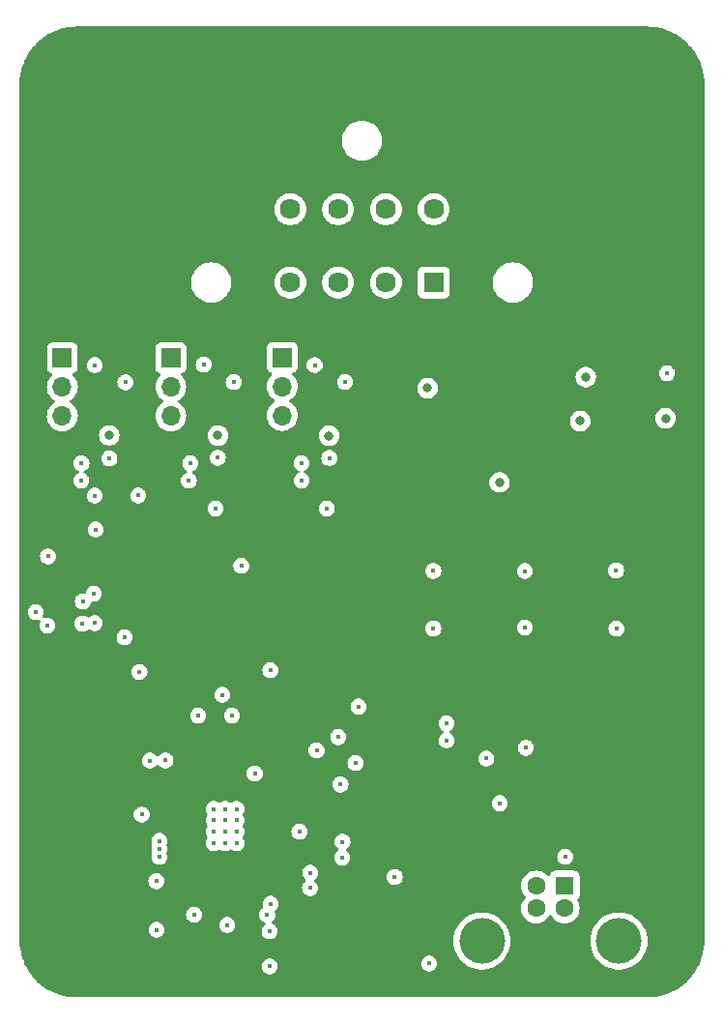
<source format=gbr>
%TF.GenerationSoftware,KiCad,Pcbnew,(7.0.0)*%
%TF.CreationDate,2023-06-26T10:50:56+12:00*%
%TF.ProjectId,VehicleVCU_PCB,56656869-636c-4655-9643-555f5043422e,rev?*%
%TF.SameCoordinates,Original*%
%TF.FileFunction,Copper,L3,Inr*%
%TF.FilePolarity,Positive*%
%FSLAX46Y46*%
G04 Gerber Fmt 4.6, Leading zero omitted, Abs format (unit mm)*
G04 Created by KiCad (PCBNEW (7.0.0)) date 2023-06-26 10:50:56*
%MOMM*%
%LPD*%
G01*
G04 APERTURE LIST*
%TA.AperFunction,ComponentPad*%
%ADD10R,1.785000X1.785000*%
%TD*%
%TA.AperFunction,ComponentPad*%
%ADD11C,1.785000*%
%TD*%
%TA.AperFunction,ComponentPad*%
%ADD12R,1.700000X1.700000*%
%TD*%
%TA.AperFunction,ComponentPad*%
%ADD13O,1.700000X1.700000*%
%TD*%
%TA.AperFunction,ComponentPad*%
%ADD14R,1.600000X1.600000*%
%TD*%
%TA.AperFunction,ComponentPad*%
%ADD15C,1.600000*%
%TD*%
%TA.AperFunction,ComponentPad*%
%ADD16C,4.000000*%
%TD*%
%TA.AperFunction,ViaPad*%
%ADD17C,0.400000*%
%TD*%
%TA.AperFunction,ViaPad*%
%ADD18C,0.800000*%
%TD*%
G04 APERTURE END LIST*
D10*
%TO.N,GLV+*%
%TO.C,J2*%
X156284999Y-77399999D03*
D11*
%TO.N,CAN3-*%
X152095000Y-77400000D03*
%TO.N,CAN2-*%
X147905000Y-77400000D03*
%TO.N,CAN1-*%
X143715000Y-77400000D03*
%TO.N,CAN1+*%
X143715000Y-71000000D03*
%TO.N,CAN2+*%
X147905000Y-71000000D03*
%TO.N,CAN3+*%
X152095000Y-71000000D03*
%TO.N,GND*%
X156285000Y-71000000D03*
%TD*%
D12*
%TO.N,unconnected-(JP1-A-Pad1)*%
%TO.C,JP1*%
X142999999Y-83959999D03*
D13*
%TO.N,CAN3+*%
X142999999Y-86499999D03*
%TO.N,Net-(JP1-B)*%
X142999999Y-89039999D03*
%TD*%
D14*
%TO.N,Net-(D1-A)*%
%TO.C,J1*%
X167749999Y-130212499D03*
D15*
%TO.N,D-*%
X165250000Y-130212500D03*
%TO.N,D+*%
X165250000Y-132212500D03*
%TO.N,GND*%
X167750000Y-132212500D03*
D16*
%TO.N,unconnected-(J1-Shield-Pad5)*%
X172500000Y-135072500D03*
X160500000Y-135072500D03*
%TD*%
D12*
%TO.N,unconnected-(JP3-A-Pad1)*%
%TO.C,JP3*%
X123749999Y-83999999D03*
D13*
%TO.N,CAN1+*%
X123749999Y-86539999D03*
%TO.N,Net-(JP3-B)*%
X123749999Y-89079999D03*
%TD*%
D12*
%TO.N,unconnected-(JP2-A-Pad1)*%
%TO.C,JP2*%
X133249999Y-83999999D03*
D13*
%TO.N,CAN2+*%
X133249999Y-86539999D03*
%TO.N,Net-(JP2-B)*%
X133249999Y-89079999D03*
%TD*%
D17*
%TO.N,EN*%
X160890000Y-119090000D03*
X141990000Y-131810000D03*
%TO.N,GND*%
X145460000Y-129090000D03*
X146920000Y-97190000D03*
X164260000Y-102670000D03*
X145450000Y-130430000D03*
X144700000Y-93220000D03*
X137000000Y-124500000D03*
X149690000Y-114540000D03*
X145850000Y-84640000D03*
X139000000Y-124500000D03*
X167800000Y-127700000D03*
X141700000Y-132760000D03*
X149430000Y-119480000D03*
X137770000Y-113510000D03*
X131420000Y-119270000D03*
X138190000Y-133670000D03*
X148290000Y-126380000D03*
X138610000Y-115340000D03*
X126680000Y-99040000D03*
X147910000Y-117210000D03*
X137370000Y-92750000D03*
X132010000Y-134090000D03*
X176720000Y-85370000D03*
X137000000Y-125500000D03*
X138000000Y-126500000D03*
X135650000Y-115330000D03*
X132780000Y-119260000D03*
X172280000Y-107710000D03*
X157410000Y-116010000D03*
X137000000Y-126500000D03*
X125520000Y-107270000D03*
X156250000Y-107700000D03*
X144520000Y-125490000D03*
X146020000Y-118380000D03*
X122490000Y-101390000D03*
X139000000Y-123500000D03*
X147130000Y-92780000D03*
X129270000Y-86150000D03*
X127870000Y-92820000D03*
X126590000Y-84650000D03*
D18*
X162042500Y-94910000D03*
D17*
X125540000Y-105330000D03*
X155880000Y-137040000D03*
X139420000Y-102210000D03*
X152860000Y-129460000D03*
X121430000Y-106280000D03*
X126590000Y-107240000D03*
D18*
X155740000Y-86660000D03*
X169600000Y-85700000D03*
D17*
X172250000Y-102620000D03*
X164260000Y-107610000D03*
X138000000Y-123500000D03*
X148510000Y-86120000D03*
X139000000Y-126500000D03*
X137180000Y-97190000D03*
X131977276Y-129829713D03*
X125420000Y-93230000D03*
X162070000Y-123010000D03*
D18*
X176600000Y-89300000D03*
D17*
X135290000Y-132750000D03*
X137000000Y-123500000D03*
X126510000Y-104650000D03*
X139000000Y-125500000D03*
X148110000Y-121360000D03*
X138760000Y-86120000D03*
X141900000Y-134220000D03*
X134960000Y-93240000D03*
X138000000Y-124500000D03*
X136130000Y-84590000D03*
X156240000Y-102660000D03*
X141900000Y-137290000D03*
X148270000Y-127750000D03*
X138000000Y-125500000D03*
D18*
X169110000Y-89540000D03*
D17*
X122440000Y-107440000D03*
%TO.N,+3V3*%
X139340000Y-117750000D03*
X174500000Y-98700000D03*
X133010000Y-114380000D03*
X136990000Y-115340000D03*
X150550000Y-111960000D03*
X159810000Y-115199500D03*
X124020000Y-101410000D03*
D18*
X129270000Y-97230000D03*
D17*
X135340000Y-131220000D03*
D18*
X173700000Y-91500000D03*
D17*
X137770000Y-111970000D03*
X135420000Y-112780000D03*
X165880000Y-123080000D03*
X148170000Y-112730000D03*
X138580000Y-137290000D03*
D18*
X174300000Y-89800000D03*
D17*
X142130000Y-129100000D03*
X134780000Y-117740000D03*
X158500000Y-98700000D03*
D18*
X148480000Y-97270000D03*
D17*
X166500000Y-98700000D03*
X144580000Y-132680000D03*
X145870000Y-125530000D03*
X130600000Y-121770000D03*
X138150000Y-131910500D03*
D18*
X174900000Y-91500000D03*
X138710000Y-97450000D03*
X157240000Y-86660000D03*
D17*
X140730000Y-131915500D03*
D18*
%TO.N,CAN1+*%
X127860000Y-90800000D03*
%TO.N,CAN2+*%
X137370000Y-90810000D03*
%TO.N,CAN3+*%
X147110000Y-90820000D03*
D17*
%TO.N,CAN2_SPI_INT*%
X134830000Y-94750000D03*
X129200000Y-108480000D03*
%TO.N,CAN3_SPI_INT*%
X141970000Y-111350000D03*
X144710000Y-94750000D03*
X140600000Y-120400000D03*
%TO.N,CAN1_INT*%
X125410000Y-94760000D03*
X132250000Y-127700000D03*
%TO.N,RTS*%
X157400000Y-117500000D03*
X164340000Y-118150000D03*
%TO.N,SCLK*%
X130500000Y-111500000D03*
X130695000Y-123995000D03*
%TO.N,CAN1_TX*%
X126590000Y-96070000D03*
X132260000Y-127000000D03*
%TO.N,CAN1_RX*%
X130400000Y-96060000D03*
X132250000Y-126300000D03*
%TD*%
%TA.AperFunction,Conductor*%
%TO.N,+3V3*%
G36*
X175002562Y-55000605D02*
G01*
X175217600Y-55009500D01*
X175413455Y-55018052D01*
X175423330Y-55018881D01*
X175636706Y-55045479D01*
X175636793Y-55045490D01*
X175834945Y-55071577D01*
X175844192Y-55073153D01*
X176053521Y-55117044D01*
X176054765Y-55117312D01*
X176250386Y-55160680D01*
X176258901Y-55162889D01*
X176463665Y-55223850D01*
X176465325Y-55224359D01*
X176656696Y-55284698D01*
X176664453Y-55287431D01*
X176863363Y-55365046D01*
X176865513Y-55365911D01*
X177051024Y-55442752D01*
X177057972Y-55445886D01*
X177225903Y-55527982D01*
X177249587Y-55539561D01*
X177252383Y-55540972D01*
X177430420Y-55633652D01*
X177436636Y-55637118D01*
X177619793Y-55746255D01*
X177622929Y-55748187D01*
X177686491Y-55788681D01*
X177792282Y-55856078D01*
X177797710Y-55859741D01*
X177971184Y-55983599D01*
X177974616Y-55986140D01*
X178133912Y-56108372D01*
X178138567Y-56112126D01*
X178301226Y-56249891D01*
X178304838Y-56253072D01*
X178452925Y-56388769D01*
X178456807Y-56392486D01*
X178607512Y-56543191D01*
X178611232Y-56547076D01*
X178746921Y-56695155D01*
X178750107Y-56698772D01*
X178887872Y-56861431D01*
X178891626Y-56866086D01*
X179013858Y-57025382D01*
X179016399Y-57028814D01*
X179140257Y-57202288D01*
X179143920Y-57207716D01*
X179251800Y-57377052D01*
X179253743Y-57380205D01*
X179362880Y-57563362D01*
X179366346Y-57569578D01*
X179459026Y-57747615D01*
X179460437Y-57750411D01*
X179554099Y-57941997D01*
X179557260Y-57949005D01*
X179634051Y-58134395D01*
X179635008Y-58136774D01*
X179712559Y-58335523D01*
X179715302Y-58343309D01*
X179775602Y-58534554D01*
X179776186Y-58536460D01*
X179837105Y-58741084D01*
X179839321Y-58749627D01*
X179882671Y-58945166D01*
X179882971Y-58946559D01*
X179926844Y-59155802D01*
X179928422Y-59165062D01*
X179954459Y-59362829D01*
X179954568Y-59363677D01*
X179981114Y-59576641D01*
X179981948Y-59586570D01*
X179990513Y-59782728D01*
X179990525Y-59783013D01*
X179999394Y-59997438D01*
X179999500Y-60002562D01*
X179999500Y-134997438D01*
X179999394Y-135002563D01*
X179990525Y-135216987D01*
X179990513Y-135217271D01*
X179981948Y-135413428D01*
X179981114Y-135423357D01*
X179954568Y-135636321D01*
X179954459Y-135637169D01*
X179928422Y-135834936D01*
X179926844Y-135844196D01*
X179882971Y-136053439D01*
X179882671Y-136054832D01*
X179839321Y-136250371D01*
X179837105Y-136258914D01*
X179776186Y-136463538D01*
X179775602Y-136465444D01*
X179715302Y-136656689D01*
X179712559Y-136664475D01*
X179635008Y-136863224D01*
X179634051Y-136865603D01*
X179557260Y-137050993D01*
X179554099Y-137058001D01*
X179460437Y-137249587D01*
X179459026Y-137252383D01*
X179366346Y-137430420D01*
X179362880Y-137436636D01*
X179253743Y-137619793D01*
X179251800Y-137622946D01*
X179143920Y-137792282D01*
X179140257Y-137797710D01*
X179016399Y-137971184D01*
X179013858Y-137974616D01*
X178891626Y-138133912D01*
X178887872Y-138138567D01*
X178750107Y-138301226D01*
X178746908Y-138304858D01*
X178611254Y-138452899D01*
X178607512Y-138456807D01*
X178456807Y-138607512D01*
X178452899Y-138611254D01*
X178304858Y-138746908D01*
X178301226Y-138750107D01*
X178138567Y-138887872D01*
X178133912Y-138891626D01*
X177974616Y-139013858D01*
X177971184Y-139016399D01*
X177797710Y-139140257D01*
X177792282Y-139143920D01*
X177622946Y-139251800D01*
X177619793Y-139253743D01*
X177436636Y-139362880D01*
X177430420Y-139366346D01*
X177252383Y-139459026D01*
X177249587Y-139460437D01*
X177058001Y-139554099D01*
X177050993Y-139557260D01*
X176865603Y-139634051D01*
X176863224Y-139635008D01*
X176664475Y-139712559D01*
X176656689Y-139715302D01*
X176465444Y-139775602D01*
X176463538Y-139776186D01*
X176258914Y-139837105D01*
X176250371Y-139839321D01*
X176054832Y-139882671D01*
X176053439Y-139882971D01*
X175844196Y-139926844D01*
X175834936Y-139928422D01*
X175637169Y-139954459D01*
X175636321Y-139954568D01*
X175423357Y-139981114D01*
X175413428Y-139981948D01*
X175217381Y-139990508D01*
X175217097Y-139990520D01*
X175002563Y-139999394D01*
X174997438Y-139999500D01*
X125002562Y-139999500D01*
X124997437Y-139999394D01*
X124782901Y-139990520D01*
X124782617Y-139990508D01*
X124586570Y-139981948D01*
X124576641Y-139981114D01*
X124363677Y-139954568D01*
X124362829Y-139954459D01*
X124165062Y-139928422D01*
X124155802Y-139926844D01*
X123946559Y-139882971D01*
X123945166Y-139882671D01*
X123749627Y-139839321D01*
X123741084Y-139837105D01*
X123536460Y-139776186D01*
X123534554Y-139775602D01*
X123343309Y-139715302D01*
X123335523Y-139712559D01*
X123206985Y-139662404D01*
X123136734Y-139634991D01*
X123134395Y-139634051D01*
X122949005Y-139557260D01*
X122941997Y-139554099D01*
X122750411Y-139460437D01*
X122747615Y-139459026D01*
X122569578Y-139366346D01*
X122563362Y-139362880D01*
X122380205Y-139253743D01*
X122377052Y-139251800D01*
X122207716Y-139143920D01*
X122202288Y-139140257D01*
X122028814Y-139016399D01*
X122025382Y-139013858D01*
X121866086Y-138891626D01*
X121861431Y-138887872D01*
X121698772Y-138750107D01*
X121695155Y-138746921D01*
X121547076Y-138611232D01*
X121543191Y-138607512D01*
X121392486Y-138456807D01*
X121388769Y-138452925D01*
X121253072Y-138304838D01*
X121249891Y-138301226D01*
X121112126Y-138138567D01*
X121108372Y-138133912D01*
X120986140Y-137974616D01*
X120983599Y-137971184D01*
X120859741Y-137797710D01*
X120856078Y-137792282D01*
X120748198Y-137622946D01*
X120746255Y-137619793D01*
X120637118Y-137436636D01*
X120633652Y-137430420D01*
X120560554Y-137290000D01*
X141194355Y-137290000D01*
X141195259Y-137297445D01*
X141213955Y-137451423D01*
X141213956Y-137451427D01*
X141214860Y-137458872D01*
X141217518Y-137465882D01*
X141217520Y-137465888D01*
X141272520Y-137610912D01*
X141275182Y-137617930D01*
X141279444Y-137624105D01*
X141279445Y-137624106D01*
X141359786Y-137740500D01*
X141371817Y-137757929D01*
X141499148Y-137870734D01*
X141649775Y-137949790D01*
X141814944Y-137990500D01*
X141977556Y-137990500D01*
X141985056Y-137990500D01*
X142150225Y-137949790D01*
X142300852Y-137870734D01*
X142428183Y-137757929D01*
X142524818Y-137617930D01*
X142585140Y-137458872D01*
X142605645Y-137290000D01*
X142585140Y-137121128D01*
X142554373Y-137040000D01*
X155174355Y-137040000D01*
X155175259Y-137047445D01*
X155193955Y-137201423D01*
X155193956Y-137201427D01*
X155194860Y-137208872D01*
X155197518Y-137215882D01*
X155197520Y-137215888D01*
X155252520Y-137360912D01*
X155255182Y-137367930D01*
X155259444Y-137374105D01*
X155259445Y-137374106D01*
X155315502Y-137455319D01*
X155351817Y-137507929D01*
X155479148Y-137620734D01*
X155629775Y-137699790D01*
X155794944Y-137740500D01*
X155957556Y-137740500D01*
X155965056Y-137740500D01*
X156130225Y-137699790D01*
X156280852Y-137620734D01*
X156408183Y-137507929D01*
X156504818Y-137367930D01*
X156565140Y-137208872D01*
X156585645Y-137040000D01*
X156565140Y-136871128D01*
X156562142Y-136863224D01*
X156507479Y-136719087D01*
X156504818Y-136712070D01*
X156421452Y-136591294D01*
X156412442Y-136578241D01*
X156412441Y-136578240D01*
X156408183Y-136572071D01*
X156287826Y-136465444D01*
X156286468Y-136464241D01*
X156286466Y-136464239D01*
X156280852Y-136459266D01*
X156221364Y-136428044D01*
X156136866Y-136383695D01*
X156136862Y-136383693D01*
X156130225Y-136380210D01*
X156122947Y-136378416D01*
X156122944Y-136378415D01*
X155972337Y-136341294D01*
X155972332Y-136341293D01*
X155965056Y-136339500D01*
X155794944Y-136339500D01*
X155787668Y-136341293D01*
X155787662Y-136341294D01*
X155637055Y-136378415D01*
X155637050Y-136378416D01*
X155629775Y-136380210D01*
X155623140Y-136383692D01*
X155623133Y-136383695D01*
X155485791Y-136455779D01*
X155485788Y-136455780D01*
X155479148Y-136459266D01*
X155473537Y-136464236D01*
X155473531Y-136464241D01*
X155378801Y-136548165D01*
X155351817Y-136572071D01*
X155347562Y-136578235D01*
X155347557Y-136578241D01*
X155259445Y-136705893D01*
X155259442Y-136705897D01*
X155255182Y-136712070D01*
X155252523Y-136719081D01*
X155252520Y-136719087D01*
X155197520Y-136864111D01*
X155197517Y-136864119D01*
X155194860Y-136871128D01*
X155193956Y-136878570D01*
X155193955Y-136878576D01*
X155182965Y-136969087D01*
X155174355Y-137040000D01*
X142554373Y-137040000D01*
X142524818Y-136962070D01*
X142428183Y-136822071D01*
X142300852Y-136709266D01*
X142215511Y-136664475D01*
X142156866Y-136633695D01*
X142156862Y-136633693D01*
X142150225Y-136630210D01*
X142142947Y-136628416D01*
X142142944Y-136628415D01*
X141992337Y-136591294D01*
X141992332Y-136591293D01*
X141985056Y-136589500D01*
X141814944Y-136589500D01*
X141807668Y-136591293D01*
X141807662Y-136591294D01*
X141657055Y-136628415D01*
X141657050Y-136628416D01*
X141649775Y-136630210D01*
X141643140Y-136633692D01*
X141643133Y-136633695D01*
X141505791Y-136705779D01*
X141505788Y-136705780D01*
X141499148Y-136709266D01*
X141493537Y-136714236D01*
X141493531Y-136714241D01*
X141377430Y-136817098D01*
X141371817Y-136822071D01*
X141367562Y-136828235D01*
X141367557Y-136828241D01*
X141279445Y-136955893D01*
X141279442Y-136955897D01*
X141275182Y-136962070D01*
X141272523Y-136969081D01*
X141272520Y-136969087D01*
X141217520Y-137114111D01*
X141217517Y-137114119D01*
X141214860Y-137121128D01*
X141213956Y-137128570D01*
X141213955Y-137128576D01*
X141195356Y-137281755D01*
X141194355Y-137290000D01*
X120560554Y-137290000D01*
X120540972Y-137252383D01*
X120539561Y-137249587D01*
X120516015Y-137201423D01*
X120445886Y-137057972D01*
X120442752Y-137051024D01*
X120365911Y-136865513D01*
X120365046Y-136863363D01*
X120287431Y-136664453D01*
X120284696Y-136656689D01*
X120277446Y-136633695D01*
X120224359Y-136465325D01*
X120223850Y-136463665D01*
X120162889Y-136258901D01*
X120160680Y-136250386D01*
X120117312Y-136054765D01*
X120117027Y-136053439D01*
X120111495Y-136027057D01*
X120073153Y-135844192D01*
X120071576Y-135834936D01*
X120045490Y-135636793D01*
X120045483Y-135636743D01*
X120018881Y-135423330D01*
X120018052Y-135413455D01*
X120009486Y-135217271D01*
X120003498Y-135072500D01*
X157994556Y-135072500D01*
X158014312Y-135386515D01*
X158015039Y-135390327D01*
X158015041Y-135390341D01*
X158072538Y-135691749D01*
X158073269Y-135695579D01*
X158170497Y-135994815D01*
X158304463Y-136279507D01*
X158306545Y-136282788D01*
X158306548Y-136282793D01*
X158470962Y-136541869D01*
X158470966Y-136541875D01*
X158473053Y-136545163D01*
X158475532Y-136548160D01*
X158475536Y-136548165D01*
X158541925Y-136628415D01*
X158673610Y-136787594D01*
X158902970Y-137002978D01*
X159157516Y-137187916D01*
X159160923Y-137189789D01*
X159356747Y-137297445D01*
X159433234Y-137339494D01*
X159725775Y-137455319D01*
X160030527Y-137533566D01*
X160342682Y-137573000D01*
X160653423Y-137573000D01*
X160657318Y-137573000D01*
X160969473Y-137533566D01*
X161274225Y-137455319D01*
X161566766Y-137339494D01*
X161842484Y-137187916D01*
X162097030Y-137002978D01*
X162326390Y-136787594D01*
X162526947Y-136545163D01*
X162695537Y-136279507D01*
X162829503Y-135994815D01*
X162926731Y-135695579D01*
X162985688Y-135386515D01*
X163005444Y-135072500D01*
X169994556Y-135072500D01*
X170014312Y-135386515D01*
X170015039Y-135390327D01*
X170015041Y-135390341D01*
X170072538Y-135691749D01*
X170073269Y-135695579D01*
X170170497Y-135994815D01*
X170304463Y-136279507D01*
X170306545Y-136282788D01*
X170306548Y-136282793D01*
X170470962Y-136541869D01*
X170470966Y-136541875D01*
X170473053Y-136545163D01*
X170475532Y-136548160D01*
X170475536Y-136548165D01*
X170541925Y-136628415D01*
X170673610Y-136787594D01*
X170902970Y-137002978D01*
X171157516Y-137187916D01*
X171160923Y-137189789D01*
X171356747Y-137297445D01*
X171433234Y-137339494D01*
X171725775Y-137455319D01*
X172030527Y-137533566D01*
X172342682Y-137573000D01*
X172653423Y-137573000D01*
X172657318Y-137573000D01*
X172969473Y-137533566D01*
X173274225Y-137455319D01*
X173566766Y-137339494D01*
X173842484Y-137187916D01*
X174097030Y-137002978D01*
X174326390Y-136787594D01*
X174526947Y-136545163D01*
X174695537Y-136279507D01*
X174829503Y-135994815D01*
X174926731Y-135695579D01*
X174985688Y-135386515D01*
X175005444Y-135072500D01*
X174985688Y-134758485D01*
X174926731Y-134449421D01*
X174829503Y-134150185D01*
X174695537Y-133865493D01*
X174623557Y-133752071D01*
X174529037Y-133603130D01*
X174529035Y-133603127D01*
X174526947Y-133599837D01*
X174489308Y-133554340D01*
X174443201Y-133498606D01*
X174326390Y-133357406D01*
X174097030Y-133142022D01*
X174024417Y-133089266D01*
X173845633Y-132959372D01*
X173845634Y-132959372D01*
X173842484Y-132957084D01*
X173839081Y-132955213D01*
X173839076Y-132955210D01*
X173570183Y-132807384D01*
X173570176Y-132807380D01*
X173566766Y-132805506D01*
X173563140Y-132804070D01*
X173563135Y-132804068D01*
X173277847Y-132691115D01*
X173277846Y-132691114D01*
X173274225Y-132689681D01*
X173270455Y-132688713D01*
X173270452Y-132688712D01*
X172973256Y-132612405D01*
X172973251Y-132612404D01*
X172969473Y-132611434D01*
X172965602Y-132610945D01*
X172965597Y-132610944D01*
X172661184Y-132572488D01*
X172661177Y-132572487D01*
X172657318Y-132572000D01*
X172342682Y-132572000D01*
X172338823Y-132572487D01*
X172338815Y-132572488D01*
X172034402Y-132610944D01*
X172034394Y-132610945D01*
X172030527Y-132611434D01*
X172026751Y-132612403D01*
X172026743Y-132612405D01*
X171729547Y-132688712D01*
X171729539Y-132688714D01*
X171725775Y-132689681D01*
X171722158Y-132691112D01*
X171722152Y-132691115D01*
X171436864Y-132804068D01*
X171436853Y-132804072D01*
X171433234Y-132805506D01*
X171429829Y-132807377D01*
X171429816Y-132807384D01*
X171160923Y-132955210D01*
X171160911Y-132955217D01*
X171157516Y-132957084D01*
X171154372Y-132959367D01*
X171154366Y-132959372D01*
X170906126Y-133139728D01*
X170906115Y-133139736D01*
X170902970Y-133142022D01*
X170900135Y-133144683D01*
X170900128Y-133144690D01*
X170676447Y-133354741D01*
X170676440Y-133354748D01*
X170673610Y-133357406D01*
X170671135Y-133360397D01*
X170671131Y-133360402D01*
X170475536Y-133596834D01*
X170475526Y-133596846D01*
X170473053Y-133599837D01*
X170470971Y-133603116D01*
X170470962Y-133603130D01*
X170306548Y-133862206D01*
X170306541Y-133862217D01*
X170304463Y-133865493D01*
X170302810Y-133869004D01*
X170302807Y-133869011D01*
X170172153Y-134146665D01*
X170170497Y-134150185D01*
X170169295Y-134153882D01*
X170169293Y-134153889D01*
X170090663Y-134395888D01*
X170073269Y-134449421D01*
X170072540Y-134453241D01*
X170072538Y-134453250D01*
X170015041Y-134754658D01*
X170015038Y-134754674D01*
X170014312Y-134758485D01*
X170014067Y-134762376D01*
X170014067Y-134762378D01*
X170006680Y-134879790D01*
X169994556Y-135072500D01*
X163005444Y-135072500D01*
X162985688Y-134758485D01*
X162926731Y-134449421D01*
X162829503Y-134150185D01*
X162695537Y-133865493D01*
X162623557Y-133752071D01*
X162529037Y-133603130D01*
X162529035Y-133603127D01*
X162526947Y-133599837D01*
X162489308Y-133554340D01*
X162443201Y-133498606D01*
X162326390Y-133357406D01*
X162097030Y-133142022D01*
X162024417Y-133089266D01*
X161845633Y-132959372D01*
X161845634Y-132959372D01*
X161842484Y-132957084D01*
X161839081Y-132955213D01*
X161839076Y-132955210D01*
X161570183Y-132807384D01*
X161570176Y-132807380D01*
X161566766Y-132805506D01*
X161563140Y-132804070D01*
X161563135Y-132804068D01*
X161277847Y-132691115D01*
X161277846Y-132691114D01*
X161274225Y-132689681D01*
X161270455Y-132688713D01*
X161270452Y-132688712D01*
X160973256Y-132612405D01*
X160973251Y-132612404D01*
X160969473Y-132611434D01*
X160965602Y-132610945D01*
X160965597Y-132610944D01*
X160661184Y-132572488D01*
X160661177Y-132572487D01*
X160657318Y-132572000D01*
X160342682Y-132572000D01*
X160338823Y-132572487D01*
X160338815Y-132572488D01*
X160034402Y-132610944D01*
X160034394Y-132610945D01*
X160030527Y-132611434D01*
X160026751Y-132612403D01*
X160026743Y-132612405D01*
X159729547Y-132688712D01*
X159729539Y-132688714D01*
X159725775Y-132689681D01*
X159722158Y-132691112D01*
X159722152Y-132691115D01*
X159436864Y-132804068D01*
X159436853Y-132804072D01*
X159433234Y-132805506D01*
X159429829Y-132807377D01*
X159429816Y-132807384D01*
X159160923Y-132955210D01*
X159160911Y-132955217D01*
X159157516Y-132957084D01*
X159154372Y-132959367D01*
X159154366Y-132959372D01*
X158906126Y-133139728D01*
X158906115Y-133139736D01*
X158902970Y-133142022D01*
X158900135Y-133144683D01*
X158900128Y-133144690D01*
X158676447Y-133354741D01*
X158676440Y-133354748D01*
X158673610Y-133357406D01*
X158671135Y-133360397D01*
X158671131Y-133360402D01*
X158475536Y-133596834D01*
X158475526Y-133596846D01*
X158473053Y-133599837D01*
X158470971Y-133603116D01*
X158470962Y-133603130D01*
X158306548Y-133862206D01*
X158306541Y-133862217D01*
X158304463Y-133865493D01*
X158302810Y-133869004D01*
X158302807Y-133869011D01*
X158172153Y-134146665D01*
X158170497Y-134150185D01*
X158169295Y-134153882D01*
X158169293Y-134153889D01*
X158090663Y-134395888D01*
X158073269Y-134449421D01*
X158072540Y-134453241D01*
X158072538Y-134453250D01*
X158015041Y-134754658D01*
X158015038Y-134754674D01*
X158014312Y-134758485D01*
X158014067Y-134762376D01*
X158014067Y-134762378D01*
X158006680Y-134879790D01*
X157994556Y-135072500D01*
X120003498Y-135072500D01*
X120000605Y-135002562D01*
X120000500Y-134997439D01*
X120000500Y-134090000D01*
X131304355Y-134090000D01*
X131305259Y-134097445D01*
X131323955Y-134251423D01*
X131323956Y-134251427D01*
X131324860Y-134258872D01*
X131327518Y-134265882D01*
X131327520Y-134265888D01*
X131382520Y-134410912D01*
X131385182Y-134417930D01*
X131481817Y-134557929D01*
X131609148Y-134670734D01*
X131759775Y-134749790D01*
X131924944Y-134790500D01*
X132087556Y-134790500D01*
X132095056Y-134790500D01*
X132260225Y-134749790D01*
X132410852Y-134670734D01*
X132538183Y-134557929D01*
X132634818Y-134417930D01*
X132695140Y-134258872D01*
X132715645Y-134090000D01*
X132695140Y-133921128D01*
X132634818Y-133762070D01*
X132571266Y-133670000D01*
X137484355Y-133670000D01*
X137485259Y-133677445D01*
X137503955Y-133831423D01*
X137503956Y-133831427D01*
X137504860Y-133838872D01*
X137507518Y-133845882D01*
X137507520Y-133845888D01*
X137562520Y-133990912D01*
X137565182Y-133997930D01*
X137569444Y-134004105D01*
X137569445Y-134004106D01*
X137633872Y-134097445D01*
X137661817Y-134137929D01*
X137789148Y-134250734D01*
X137939775Y-134329790D01*
X138104944Y-134370500D01*
X138267556Y-134370500D01*
X138275056Y-134370500D01*
X138440225Y-134329790D01*
X138590852Y-134250734D01*
X138718183Y-134137929D01*
X138814818Y-133997930D01*
X138875140Y-133838872D01*
X138895645Y-133670000D01*
X138875140Y-133501128D01*
X138846519Y-133425661D01*
X138817479Y-133349087D01*
X138814818Y-133342070D01*
X138725414Y-133212547D01*
X138722442Y-133208241D01*
X138722441Y-133208240D01*
X138718183Y-133202071D01*
X138590852Y-133089266D01*
X138510709Y-133047203D01*
X138446866Y-133013695D01*
X138446862Y-133013693D01*
X138440225Y-133010210D01*
X138432947Y-133008416D01*
X138432944Y-133008415D01*
X138282337Y-132971294D01*
X138282332Y-132971293D01*
X138275056Y-132969500D01*
X138104944Y-132969500D01*
X138097668Y-132971293D01*
X138097662Y-132971294D01*
X137947055Y-133008415D01*
X137947050Y-133008416D01*
X137939775Y-133010210D01*
X137933140Y-133013692D01*
X137933133Y-133013695D01*
X137795791Y-133085779D01*
X137795788Y-133085780D01*
X137789148Y-133089266D01*
X137783537Y-133094236D01*
X137783531Y-133094241D01*
X137667430Y-133197098D01*
X137661817Y-133202071D01*
X137657562Y-133208235D01*
X137657557Y-133208241D01*
X137569445Y-133335893D01*
X137569442Y-133335897D01*
X137565182Y-133342070D01*
X137562523Y-133349081D01*
X137562520Y-133349087D01*
X137507520Y-133494111D01*
X137507517Y-133494119D01*
X137504860Y-133501128D01*
X137503956Y-133508570D01*
X137503955Y-133508576D01*
X137488510Y-133635779D01*
X137484355Y-133670000D01*
X132571266Y-133670000D01*
X132550052Y-133639266D01*
X132542442Y-133628241D01*
X132542441Y-133628240D01*
X132538183Y-133622071D01*
X132410852Y-133509266D01*
X132370831Y-133488261D01*
X132266866Y-133433695D01*
X132266862Y-133433693D01*
X132260225Y-133430210D01*
X132252947Y-133428416D01*
X132252944Y-133428415D01*
X132102337Y-133391294D01*
X132102332Y-133391293D01*
X132095056Y-133389500D01*
X131924944Y-133389500D01*
X131917668Y-133391293D01*
X131917662Y-133391294D01*
X131767055Y-133428415D01*
X131767050Y-133428416D01*
X131759775Y-133430210D01*
X131753140Y-133433692D01*
X131753133Y-133433695D01*
X131615791Y-133505779D01*
X131615788Y-133505780D01*
X131609148Y-133509266D01*
X131603537Y-133514236D01*
X131603531Y-133514241D01*
X131506914Y-133599837D01*
X131481817Y-133622071D01*
X131477562Y-133628235D01*
X131477557Y-133628241D01*
X131389445Y-133755893D01*
X131389442Y-133755897D01*
X131385182Y-133762070D01*
X131382523Y-133769081D01*
X131382520Y-133769087D01*
X131327520Y-133914111D01*
X131327517Y-133914119D01*
X131324860Y-133921128D01*
X131323956Y-133928570D01*
X131323955Y-133928576D01*
X131309927Y-134044111D01*
X131304355Y-134090000D01*
X120000500Y-134090000D01*
X120000500Y-132750000D01*
X134584355Y-132750000D01*
X134585259Y-132757445D01*
X134603955Y-132911423D01*
X134603956Y-132911427D01*
X134604860Y-132918872D01*
X134607518Y-132925882D01*
X134607520Y-132925888D01*
X134655211Y-133051639D01*
X134665182Y-133077930D01*
X134669444Y-133084105D01*
X134669445Y-133084106D01*
X134755129Y-133208241D01*
X134761817Y-133217929D01*
X134889148Y-133330734D01*
X135039775Y-133409790D01*
X135204944Y-133450500D01*
X135367556Y-133450500D01*
X135375056Y-133450500D01*
X135540225Y-133409790D01*
X135690852Y-133330734D01*
X135818183Y-133217929D01*
X135914818Y-133077930D01*
X135975140Y-132918872D01*
X135994431Y-132760000D01*
X140994355Y-132760000D01*
X140995259Y-132767445D01*
X141013955Y-132921423D01*
X141013956Y-132921427D01*
X141014860Y-132928872D01*
X141017518Y-132935882D01*
X141017520Y-132935888D01*
X141072520Y-133080912D01*
X141075182Y-133087930D01*
X141079444Y-133094105D01*
X141079445Y-133094106D01*
X141163342Y-133215652D01*
X141171817Y-133227929D01*
X141265768Y-133311162D01*
X141282243Y-133325758D01*
X141299148Y-133340734D01*
X141449775Y-133419790D01*
X141457055Y-133421584D01*
X141464073Y-133424246D01*
X141463536Y-133425661D01*
X141504391Y-133446470D01*
X141538119Y-133491720D01*
X141548300Y-133547232D01*
X141532823Y-133601506D01*
X141498855Y-133638935D01*
X141499148Y-133639266D01*
X141496122Y-133641946D01*
X141496118Y-133641950D01*
X141493543Y-133644231D01*
X141493538Y-133644235D01*
X141377430Y-133747098D01*
X141371817Y-133752071D01*
X141367562Y-133758235D01*
X141367557Y-133758241D01*
X141279445Y-133885893D01*
X141279442Y-133885897D01*
X141275182Y-133892070D01*
X141272523Y-133899081D01*
X141272520Y-133899087D01*
X141217520Y-134044111D01*
X141217517Y-134044119D01*
X141214860Y-134051128D01*
X141213956Y-134058570D01*
X141213955Y-134058576D01*
X141202832Y-134150185D01*
X141194355Y-134220000D01*
X141195259Y-134227445D01*
X141213955Y-134381423D01*
X141213956Y-134381427D01*
X141214860Y-134388872D01*
X141217518Y-134395882D01*
X141217520Y-134395888D01*
X141272520Y-134540912D01*
X141275182Y-134547930D01*
X141371817Y-134687929D01*
X141499148Y-134800734D01*
X141649775Y-134879790D01*
X141814944Y-134920500D01*
X141977556Y-134920500D01*
X141985056Y-134920500D01*
X142150225Y-134879790D01*
X142300852Y-134800734D01*
X142428183Y-134687929D01*
X142524818Y-134547930D01*
X142585140Y-134388872D01*
X142605645Y-134220000D01*
X142585140Y-134051128D01*
X142524818Y-133892070D01*
X142428183Y-133752071D01*
X142300852Y-133639266D01*
X142258615Y-133617098D01*
X142156866Y-133563695D01*
X142156862Y-133563693D01*
X142150225Y-133560210D01*
X142142945Y-133558415D01*
X142135927Y-133555754D01*
X142136463Y-133554340D01*
X142095593Y-133533516D01*
X142061872Y-133488261D01*
X142051700Y-133432748D01*
X142067185Y-133378476D01*
X142101145Y-133341065D01*
X142100852Y-133340734D01*
X142101727Y-133339959D01*
X142228183Y-133227929D01*
X142324818Y-133087930D01*
X142385140Y-132928872D01*
X142405645Y-132760000D01*
X142385140Y-132591128D01*
X142360040Y-132524946D01*
X142352084Y-132475983D01*
X142363955Y-132427818D01*
X142393753Y-132388163D01*
X142518183Y-132277929D01*
X142563346Y-132212500D01*
X163944532Y-132212500D01*
X163945004Y-132217895D01*
X163962326Y-132415893D01*
X163964365Y-132439192D01*
X163965762Y-132444407D01*
X163965764Y-132444416D01*
X164021858Y-132653763D01*
X164021861Y-132653771D01*
X164023261Y-132658996D01*
X164119432Y-132865234D01*
X164122539Y-132869671D01*
X164122540Y-132869673D01*
X164192439Y-132969500D01*
X164249953Y-133051639D01*
X164410861Y-133212547D01*
X164597266Y-133343068D01*
X164803504Y-133439239D01*
X164808734Y-133440640D01*
X164808736Y-133440641D01*
X164999367Y-133491720D01*
X165023308Y-133498135D01*
X165250000Y-133517968D01*
X165476692Y-133498135D01*
X165696496Y-133439239D01*
X165902734Y-133343068D01*
X166089139Y-133212547D01*
X166250047Y-133051639D01*
X166380568Y-132865234D01*
X166387617Y-132850116D01*
X166433375Y-132797940D01*
X166500000Y-132778520D01*
X166566625Y-132797940D01*
X166612382Y-132850116D01*
X166617139Y-132860319D01*
X166617144Y-132860328D01*
X166619432Y-132865234D01*
X166622539Y-132869671D01*
X166622540Y-132869673D01*
X166692439Y-132969500D01*
X166749953Y-133051639D01*
X166910861Y-133212547D01*
X167097266Y-133343068D01*
X167303504Y-133439239D01*
X167308734Y-133440640D01*
X167308736Y-133440641D01*
X167499367Y-133491720D01*
X167523308Y-133498135D01*
X167750000Y-133517968D01*
X167976692Y-133498135D01*
X168196496Y-133439239D01*
X168402734Y-133343068D01*
X168589139Y-133212547D01*
X168750047Y-133051639D01*
X168880568Y-132865234D01*
X168976739Y-132658996D01*
X169035635Y-132439192D01*
X169055468Y-132212500D01*
X169035635Y-131985808D01*
X168976739Y-131766004D01*
X168880568Y-131559766D01*
X168871590Y-131546944D01*
X168849757Y-131487929D01*
X168859702Y-131425796D01*
X168894534Y-131381990D01*
X168894176Y-131381632D01*
X168897316Y-131378491D01*
X168898863Y-131376545D01*
X168907546Y-131370046D01*
X168993796Y-131254831D01*
X169044091Y-131119983D01*
X169050500Y-131060373D01*
X169050499Y-129364628D01*
X169044091Y-129305017D01*
X168993796Y-129170169D01*
X168907546Y-129054954D01*
X168792331Y-128968704D01*
X168680155Y-128926865D01*
X168664752Y-128921120D01*
X168664750Y-128921119D01*
X168657483Y-128918409D01*
X168649770Y-128917579D01*
X168649767Y-128917579D01*
X168601180Y-128912355D01*
X168601169Y-128912354D01*
X168597873Y-128912000D01*
X168594550Y-128912000D01*
X166905439Y-128912000D01*
X166905420Y-128912000D01*
X166902128Y-128912001D01*
X166898850Y-128912353D01*
X166898838Y-128912354D01*
X166850231Y-128917579D01*
X166850225Y-128917580D01*
X166842517Y-128918409D01*
X166835252Y-128921118D01*
X166835246Y-128921120D01*
X166715980Y-128965604D01*
X166715978Y-128965604D01*
X166707669Y-128968704D01*
X166700572Y-128974016D01*
X166700568Y-128974019D01*
X166599550Y-129049641D01*
X166599546Y-129049644D01*
X166592454Y-129054954D01*
X166587144Y-129062046D01*
X166587141Y-129062050D01*
X166511519Y-129163068D01*
X166511516Y-129163072D01*
X166506204Y-129170169D01*
X166503104Y-129178478D01*
X166503104Y-129178480D01*
X166458619Y-129297749D01*
X166458617Y-129297754D01*
X166455909Y-129305017D01*
X166455193Y-129311671D01*
X166424372Y-129368414D01*
X166368628Y-129401995D01*
X166303556Y-129402720D01*
X166247077Y-129370391D01*
X166092968Y-129216282D01*
X166089139Y-129212453D01*
X165970259Y-129129213D01*
X165907173Y-129085040D01*
X165907171Y-129085039D01*
X165902734Y-129081932D01*
X165696496Y-128985761D01*
X165691271Y-128984361D01*
X165691263Y-128984358D01*
X165481916Y-128928264D01*
X165481907Y-128928262D01*
X165476692Y-128926865D01*
X165471304Y-128926393D01*
X165471301Y-128926393D01*
X165255395Y-128907504D01*
X165250000Y-128907032D01*
X165244605Y-128907504D01*
X165028698Y-128926393D01*
X165028693Y-128926393D01*
X165023308Y-128926865D01*
X165018094Y-128928262D01*
X165018083Y-128928264D01*
X164808736Y-128984358D01*
X164808724Y-128984362D01*
X164803504Y-128985761D01*
X164798599Y-128988047D01*
X164798594Y-128988050D01*
X164602176Y-129079642D01*
X164602172Y-129079644D01*
X164597266Y-129081932D01*
X164592833Y-129085035D01*
X164592826Y-129085040D01*
X164415296Y-129209347D01*
X164415291Y-129209350D01*
X164410861Y-129212453D01*
X164407037Y-129216276D01*
X164407031Y-129216282D01*
X164253782Y-129369531D01*
X164253776Y-129369537D01*
X164249953Y-129373361D01*
X164246850Y-129377791D01*
X164246847Y-129377796D01*
X164122540Y-129555326D01*
X164122535Y-129555333D01*
X164119432Y-129559766D01*
X164117144Y-129564672D01*
X164117142Y-129564676D01*
X164025550Y-129761094D01*
X164025547Y-129761099D01*
X164023261Y-129766004D01*
X164021862Y-129771224D01*
X164021858Y-129771236D01*
X163965764Y-129980583D01*
X163965762Y-129980594D01*
X163964365Y-129985808D01*
X163963893Y-129991193D01*
X163963893Y-129991198D01*
X163954734Y-130095893D01*
X163944532Y-130212500D01*
X163945004Y-130217895D01*
X163963560Y-130430000D01*
X163964365Y-130439192D01*
X163965762Y-130444407D01*
X163965764Y-130444416D01*
X164021858Y-130653763D01*
X164021861Y-130653771D01*
X164023261Y-130658996D01*
X164119432Y-130865234D01*
X164249953Y-131051639D01*
X164253782Y-131055468D01*
X164323133Y-131124819D01*
X164355227Y-131180406D01*
X164355227Y-131244594D01*
X164323133Y-131300181D01*
X164253782Y-131369531D01*
X164253776Y-131369537D01*
X164249953Y-131373361D01*
X164246850Y-131377791D01*
X164246847Y-131377796D01*
X164122540Y-131555326D01*
X164122535Y-131555333D01*
X164119432Y-131559766D01*
X164117144Y-131564672D01*
X164117142Y-131564676D01*
X164025550Y-131761094D01*
X164025547Y-131761099D01*
X164023261Y-131766004D01*
X164021862Y-131771224D01*
X164021858Y-131771236D01*
X163965764Y-131980583D01*
X163965762Y-131980594D01*
X163964365Y-131985808D01*
X163963893Y-131991193D01*
X163963893Y-131991198D01*
X163948314Y-132169266D01*
X163944532Y-132212500D01*
X142563346Y-132212500D01*
X142614818Y-132137930D01*
X142675140Y-131978872D01*
X142695645Y-131810000D01*
X142675140Y-131641128D01*
X142614818Y-131482070D01*
X142518183Y-131342071D01*
X142390852Y-131229266D01*
X142358907Y-131212500D01*
X142246866Y-131153695D01*
X142246862Y-131153693D01*
X142240225Y-131150210D01*
X142232947Y-131148416D01*
X142232944Y-131148415D01*
X142082337Y-131111294D01*
X142082332Y-131111293D01*
X142075056Y-131109500D01*
X141904944Y-131109500D01*
X141897668Y-131111293D01*
X141897662Y-131111294D01*
X141747055Y-131148415D01*
X141747050Y-131148416D01*
X141739775Y-131150210D01*
X141733140Y-131153692D01*
X141733133Y-131153695D01*
X141595791Y-131225779D01*
X141595788Y-131225780D01*
X141589148Y-131229266D01*
X141583537Y-131234236D01*
X141583531Y-131234241D01*
X141467430Y-131337098D01*
X141461817Y-131342071D01*
X141457562Y-131348235D01*
X141457557Y-131348241D01*
X141369445Y-131475893D01*
X141369442Y-131475897D01*
X141365182Y-131482070D01*
X141362523Y-131489081D01*
X141362520Y-131489087D01*
X141307520Y-131634111D01*
X141307517Y-131634119D01*
X141304860Y-131641128D01*
X141303956Y-131648570D01*
X141303955Y-131648576D01*
X141290293Y-131761094D01*
X141284355Y-131810000D01*
X141285259Y-131817445D01*
X141303955Y-131971423D01*
X141303956Y-131971427D01*
X141304860Y-131978872D01*
X141307519Y-131985884D01*
X141307521Y-131985891D01*
X141329958Y-132045053D01*
X141337915Y-132094017D01*
X141326044Y-132142181D01*
X141296244Y-132181838D01*
X141194824Y-132271688D01*
X141171817Y-132292071D01*
X141167562Y-132298235D01*
X141167557Y-132298241D01*
X141079445Y-132425893D01*
X141079442Y-132425897D01*
X141075182Y-132432070D01*
X141072523Y-132439081D01*
X141072520Y-132439087D01*
X141017520Y-132584111D01*
X141017517Y-132584119D01*
X141014860Y-132591128D01*
X141013956Y-132598570D01*
X141013955Y-132598576D01*
X141006619Y-132658996D01*
X140994355Y-132760000D01*
X135994431Y-132760000D01*
X135995645Y-132750000D01*
X135975140Y-132581128D01*
X135914818Y-132422070D01*
X135848952Y-132326647D01*
X135822442Y-132288241D01*
X135822441Y-132288240D01*
X135818183Y-132282071D01*
X135690852Y-132169266D01*
X135640487Y-132142832D01*
X135546866Y-132093695D01*
X135546862Y-132093693D01*
X135540225Y-132090210D01*
X135532947Y-132088416D01*
X135532944Y-132088415D01*
X135382337Y-132051294D01*
X135382332Y-132051293D01*
X135375056Y-132049500D01*
X135204944Y-132049500D01*
X135197668Y-132051293D01*
X135197662Y-132051294D01*
X135047055Y-132088415D01*
X135047050Y-132088416D01*
X135039775Y-132090210D01*
X135033140Y-132093692D01*
X135033133Y-132093695D01*
X134895791Y-132165779D01*
X134895788Y-132165780D01*
X134889148Y-132169266D01*
X134883537Y-132174236D01*
X134883531Y-132174241D01*
X134773458Y-132271758D01*
X134761817Y-132282071D01*
X134757562Y-132288235D01*
X134757557Y-132288241D01*
X134669445Y-132415893D01*
X134669442Y-132415897D01*
X134665182Y-132422070D01*
X134662523Y-132429081D01*
X134662520Y-132429087D01*
X134607520Y-132574111D01*
X134607517Y-132574119D01*
X134604860Y-132581128D01*
X134603956Y-132588570D01*
X134603955Y-132588576D01*
X134601180Y-132611434D01*
X134584355Y-132750000D01*
X120000500Y-132750000D01*
X120000500Y-129829713D01*
X131271631Y-129829713D01*
X131272535Y-129837158D01*
X131291231Y-129991136D01*
X131291232Y-129991140D01*
X131292136Y-129998585D01*
X131294794Y-130005595D01*
X131294796Y-130005601D01*
X131349796Y-130150625D01*
X131352458Y-130157643D01*
X131356720Y-130163818D01*
X131356721Y-130163819D01*
X131419045Y-130254111D01*
X131449093Y-130297642D01*
X131576424Y-130410447D01*
X131727051Y-130489503D01*
X131892220Y-130530213D01*
X132054832Y-130530213D01*
X132062332Y-130530213D01*
X132227501Y-130489503D01*
X132340873Y-130430000D01*
X144744355Y-130430000D01*
X144745259Y-130437445D01*
X144763955Y-130591423D01*
X144763956Y-130591427D01*
X144764860Y-130598872D01*
X144767518Y-130605882D01*
X144767520Y-130605888D01*
X144789523Y-130663905D01*
X144825182Y-130757930D01*
X144921817Y-130897929D01*
X145049148Y-131010734D01*
X145199775Y-131089790D01*
X145364944Y-131130500D01*
X145527556Y-131130500D01*
X145535056Y-131130500D01*
X145700225Y-131089790D01*
X145850852Y-131010734D01*
X145978183Y-130897929D01*
X146074818Y-130757930D01*
X146135140Y-130598872D01*
X146155645Y-130430000D01*
X146135140Y-130261128D01*
X146074818Y-130102070D01*
X145978183Y-129962071D01*
X145859731Y-129857132D01*
X145827395Y-129811761D01*
X145818189Y-129756807D01*
X145833974Y-129703370D01*
X145862303Y-129672372D01*
X145860852Y-129670734D01*
X145863612Y-129668289D01*
X145988183Y-129557929D01*
X146055779Y-129460000D01*
X152154355Y-129460000D01*
X152155259Y-129467445D01*
X152173955Y-129621423D01*
X152173956Y-129621427D01*
X152174860Y-129628872D01*
X152177518Y-129635882D01*
X152177520Y-129635888D01*
X152232520Y-129780912D01*
X152235182Y-129787930D01*
X152331817Y-129927929D01*
X152459148Y-130040734D01*
X152609775Y-130119790D01*
X152774944Y-130160500D01*
X152937556Y-130160500D01*
X152945056Y-130160500D01*
X153110225Y-130119790D01*
X153260852Y-130040734D01*
X153388183Y-129927929D01*
X153484818Y-129787930D01*
X153545140Y-129628872D01*
X153565645Y-129460000D01*
X153545140Y-129291128D01*
X153484818Y-129132070D01*
X153388183Y-128992071D01*
X153308096Y-128921120D01*
X153266468Y-128884241D01*
X153266466Y-128884239D01*
X153260852Y-128879266D01*
X153235823Y-128866129D01*
X153116866Y-128803695D01*
X153116862Y-128803693D01*
X153110225Y-128800210D01*
X153102947Y-128798416D01*
X153102944Y-128798415D01*
X152952337Y-128761294D01*
X152952332Y-128761293D01*
X152945056Y-128759500D01*
X152774944Y-128759500D01*
X152767668Y-128761293D01*
X152767662Y-128761294D01*
X152617055Y-128798415D01*
X152617050Y-128798416D01*
X152609775Y-128800210D01*
X152603140Y-128803692D01*
X152603133Y-128803695D01*
X152465791Y-128875779D01*
X152465788Y-128875780D01*
X152459148Y-128879266D01*
X152453537Y-128884236D01*
X152453531Y-128884241D01*
X152337430Y-128987098D01*
X152331817Y-128992071D01*
X152327562Y-128998235D01*
X152327557Y-128998241D01*
X152239445Y-129125893D01*
X152239442Y-129125897D01*
X152235182Y-129132070D01*
X152232523Y-129139081D01*
X152232520Y-129139087D01*
X152177520Y-129284111D01*
X152177517Y-129284119D01*
X152174860Y-129291128D01*
X152173956Y-129298570D01*
X152173955Y-129298576D01*
X152164875Y-129373361D01*
X152154355Y-129460000D01*
X146055779Y-129460000D01*
X146084818Y-129417930D01*
X146145140Y-129258872D01*
X146165645Y-129090000D01*
X146145140Y-128921128D01*
X146084818Y-128762070D01*
X145988183Y-128622071D01*
X145860852Y-128509266D01*
X145835823Y-128496129D01*
X145716866Y-128433695D01*
X145716862Y-128433693D01*
X145710225Y-128430210D01*
X145702947Y-128428416D01*
X145702944Y-128428415D01*
X145552337Y-128391294D01*
X145552332Y-128391293D01*
X145545056Y-128389500D01*
X145374944Y-128389500D01*
X145367668Y-128391293D01*
X145367662Y-128391294D01*
X145217055Y-128428415D01*
X145217050Y-128428416D01*
X145209775Y-128430210D01*
X145203140Y-128433692D01*
X145203133Y-128433695D01*
X145065791Y-128505779D01*
X145065788Y-128505780D01*
X145059148Y-128509266D01*
X145053537Y-128514236D01*
X145053531Y-128514241D01*
X144937430Y-128617098D01*
X144931817Y-128622071D01*
X144927562Y-128628235D01*
X144927557Y-128628241D01*
X144839445Y-128755893D01*
X144839442Y-128755897D01*
X144835182Y-128762070D01*
X144832523Y-128769081D01*
X144832520Y-128769087D01*
X144777520Y-128914111D01*
X144777517Y-128914119D01*
X144774860Y-128921128D01*
X144773956Y-128928570D01*
X144773955Y-128928576D01*
X144758610Y-129054954D01*
X144754355Y-129090000D01*
X144755259Y-129097445D01*
X144773955Y-129251423D01*
X144773956Y-129251427D01*
X144774860Y-129258872D01*
X144777518Y-129265882D01*
X144777520Y-129265888D01*
X144832520Y-129410912D01*
X144835182Y-129417930D01*
X144931817Y-129557929D01*
X145050267Y-129662866D01*
X145082592Y-129708209D01*
X145091814Y-129763129D01*
X145076071Y-129816546D01*
X145047706Y-129847638D01*
X145049148Y-129849266D01*
X144921817Y-129962071D01*
X144917562Y-129968235D01*
X144917557Y-129968241D01*
X144829445Y-130095893D01*
X144829442Y-130095897D01*
X144825182Y-130102070D01*
X144822523Y-130109081D01*
X144822520Y-130109087D01*
X144767520Y-130254111D01*
X144767517Y-130254119D01*
X144764860Y-130261128D01*
X144763956Y-130268570D01*
X144763955Y-130268576D01*
X144747333Y-130405471D01*
X144744355Y-130430000D01*
X132340873Y-130430000D01*
X132378128Y-130410447D01*
X132505459Y-130297642D01*
X132602094Y-130157643D01*
X132662416Y-129998585D01*
X132682921Y-129829713D01*
X132662416Y-129660841D01*
X132602094Y-129501783D01*
X132511400Y-129370391D01*
X132509718Y-129367954D01*
X132509717Y-129367953D01*
X132505459Y-129361784D01*
X132417784Y-129284111D01*
X132383744Y-129253954D01*
X132383742Y-129253952D01*
X132378128Y-129248979D01*
X132315830Y-129216282D01*
X132234142Y-129173408D01*
X132234138Y-129173406D01*
X132227501Y-129169923D01*
X132220223Y-129168129D01*
X132220220Y-129168128D01*
X132069613Y-129131007D01*
X132069608Y-129131006D01*
X132062332Y-129129213D01*
X131892220Y-129129213D01*
X131884944Y-129131006D01*
X131884938Y-129131007D01*
X131734331Y-129168128D01*
X131734326Y-129168129D01*
X131727051Y-129169923D01*
X131720416Y-129173405D01*
X131720409Y-129173408D01*
X131583067Y-129245492D01*
X131583064Y-129245493D01*
X131576424Y-129248979D01*
X131570813Y-129253949D01*
X131570807Y-129253954D01*
X131454706Y-129356811D01*
X131449093Y-129361784D01*
X131444838Y-129367948D01*
X131444833Y-129367954D01*
X131356721Y-129495606D01*
X131356718Y-129495610D01*
X131352458Y-129501783D01*
X131349799Y-129508794D01*
X131349796Y-129508800D01*
X131294796Y-129653824D01*
X131294793Y-129653832D01*
X131292136Y-129660841D01*
X131291232Y-129668283D01*
X131291231Y-129668289D01*
X131273811Y-129811761D01*
X131271631Y-129829713D01*
X120000500Y-129829713D01*
X120000500Y-127700000D01*
X131544355Y-127700000D01*
X131545259Y-127707445D01*
X131563955Y-127861423D01*
X131563956Y-127861427D01*
X131564860Y-127868872D01*
X131567518Y-127875882D01*
X131567520Y-127875888D01*
X131622520Y-128020912D01*
X131625182Y-128027930D01*
X131629444Y-128034105D01*
X131629445Y-128034106D01*
X131654850Y-128070912D01*
X131721817Y-128167929D01*
X131849148Y-128280734D01*
X131999775Y-128359790D01*
X132164944Y-128400500D01*
X132327556Y-128400500D01*
X132335056Y-128400500D01*
X132500225Y-128359790D01*
X132650852Y-128280734D01*
X132778183Y-128167929D01*
X132874818Y-128027930D01*
X132935140Y-127868872D01*
X132949574Y-127750000D01*
X147564355Y-127750000D01*
X147565259Y-127757445D01*
X147583955Y-127911423D01*
X147583956Y-127911427D01*
X147584860Y-127918872D01*
X147587518Y-127925882D01*
X147587520Y-127925888D01*
X147642520Y-128070912D01*
X147645182Y-128077930D01*
X147649444Y-128084105D01*
X147649445Y-128084106D01*
X147703044Y-128161758D01*
X147741817Y-128217929D01*
X147869148Y-128330734D01*
X148019775Y-128409790D01*
X148184944Y-128450500D01*
X148347556Y-128450500D01*
X148355056Y-128450500D01*
X148520225Y-128409790D01*
X148670852Y-128330734D01*
X148798183Y-128217929D01*
X148894818Y-128077930D01*
X148955140Y-127918872D01*
X148975645Y-127750000D01*
X148969574Y-127700000D01*
X167094355Y-127700000D01*
X167095259Y-127707445D01*
X167113955Y-127861423D01*
X167113956Y-127861427D01*
X167114860Y-127868872D01*
X167117518Y-127875882D01*
X167117520Y-127875888D01*
X167172520Y-128020912D01*
X167175182Y-128027930D01*
X167179444Y-128034105D01*
X167179445Y-128034106D01*
X167204850Y-128070912D01*
X167271817Y-128167929D01*
X167399148Y-128280734D01*
X167549775Y-128359790D01*
X167714944Y-128400500D01*
X167877556Y-128400500D01*
X167885056Y-128400500D01*
X168050225Y-128359790D01*
X168200852Y-128280734D01*
X168328183Y-128167929D01*
X168424818Y-128027930D01*
X168485140Y-127868872D01*
X168505645Y-127700000D01*
X168485140Y-127531128D01*
X168424818Y-127372070D01*
X168328183Y-127232071D01*
X168242659Y-127156304D01*
X168206468Y-127124241D01*
X168206466Y-127124239D01*
X168200852Y-127119266D01*
X168134078Y-127084220D01*
X168056866Y-127043695D01*
X168056862Y-127043693D01*
X168050225Y-127040210D01*
X168042947Y-127038416D01*
X168042944Y-127038415D01*
X167892337Y-127001294D01*
X167892332Y-127001293D01*
X167885056Y-126999500D01*
X167714944Y-126999500D01*
X167707668Y-127001293D01*
X167707662Y-127001294D01*
X167557055Y-127038415D01*
X167557050Y-127038416D01*
X167549775Y-127040210D01*
X167543140Y-127043692D01*
X167543133Y-127043695D01*
X167405791Y-127115779D01*
X167405788Y-127115780D01*
X167399148Y-127119266D01*
X167393537Y-127124236D01*
X167393531Y-127124241D01*
X167307453Y-127200500D01*
X167271817Y-127232071D01*
X167267562Y-127238235D01*
X167267557Y-127238241D01*
X167179445Y-127365893D01*
X167179442Y-127365897D01*
X167175182Y-127372070D01*
X167172523Y-127379081D01*
X167172520Y-127379087D01*
X167117520Y-127524111D01*
X167117517Y-127524119D01*
X167114860Y-127531128D01*
X167113956Y-127538570D01*
X167113955Y-127538576D01*
X167107884Y-127588576D01*
X167094355Y-127700000D01*
X148969574Y-127700000D01*
X148955140Y-127581128D01*
X148894818Y-127422070D01*
X148798183Y-127282071D01*
X148670852Y-127169266D01*
X148671389Y-127168658D01*
X148634725Y-127125986D01*
X148622446Y-127064202D01*
X148642107Y-127004358D01*
X148679345Y-126970374D01*
X148678038Y-126968480D01*
X148684207Y-126964221D01*
X148690852Y-126960734D01*
X148818183Y-126847929D01*
X148914818Y-126707930D01*
X148975140Y-126548872D01*
X148995645Y-126380000D01*
X148975140Y-126211128D01*
X148960327Y-126172070D01*
X148917479Y-126059087D01*
X148914818Y-126052070D01*
X148818183Y-125912071D01*
X148718891Y-125824106D01*
X148696468Y-125804241D01*
X148696466Y-125804239D01*
X148690852Y-125799266D01*
X148665823Y-125786129D01*
X148546866Y-125723695D01*
X148546862Y-125723693D01*
X148540225Y-125720210D01*
X148532947Y-125718416D01*
X148532944Y-125718415D01*
X148382337Y-125681294D01*
X148382332Y-125681293D01*
X148375056Y-125679500D01*
X148204944Y-125679500D01*
X148197668Y-125681293D01*
X148197662Y-125681294D01*
X148047055Y-125718415D01*
X148047050Y-125718416D01*
X148039775Y-125720210D01*
X148033140Y-125723692D01*
X148033133Y-125723695D01*
X147895791Y-125795779D01*
X147895788Y-125795780D01*
X147889148Y-125799266D01*
X147883537Y-125804236D01*
X147883531Y-125804241D01*
X147767430Y-125907098D01*
X147761817Y-125912071D01*
X147757562Y-125918235D01*
X147757557Y-125918241D01*
X147669445Y-126045893D01*
X147669442Y-126045897D01*
X147665182Y-126052070D01*
X147662523Y-126059081D01*
X147662520Y-126059087D01*
X147607520Y-126204111D01*
X147607517Y-126204119D01*
X147604860Y-126211128D01*
X147603956Y-126218570D01*
X147603955Y-126218576D01*
X147594973Y-126292555D01*
X147584355Y-126380000D01*
X147585259Y-126387445D01*
X147603955Y-126541423D01*
X147603956Y-126541427D01*
X147604860Y-126548872D01*
X147607518Y-126555882D01*
X147607520Y-126555888D01*
X147662520Y-126700912D01*
X147665182Y-126707930D01*
X147669444Y-126714105D01*
X147669445Y-126714106D01*
X147752275Y-126834106D01*
X147761817Y-126847929D01*
X147884705Y-126956797D01*
X147884706Y-126956799D01*
X147889148Y-126960734D01*
X147888609Y-126961341D01*
X147925266Y-127003996D01*
X147937555Y-127065762D01*
X147917919Y-127125599D01*
X147880659Y-127159633D01*
X147881962Y-127161520D01*
X147875789Y-127165780D01*
X147869148Y-127169266D01*
X147863537Y-127174236D01*
X147863531Y-127174241D01*
X147747430Y-127277098D01*
X147741817Y-127282071D01*
X147737562Y-127288235D01*
X147737557Y-127288241D01*
X147649445Y-127415893D01*
X147649442Y-127415897D01*
X147645182Y-127422070D01*
X147642523Y-127429081D01*
X147642520Y-127429087D01*
X147587520Y-127574111D01*
X147587517Y-127574119D01*
X147584860Y-127581128D01*
X147583956Y-127588570D01*
X147583955Y-127588576D01*
X147571330Y-127692555D01*
X147564355Y-127750000D01*
X132949574Y-127750000D01*
X132955645Y-127700000D01*
X132935140Y-127531128D01*
X132888122Y-127407150D01*
X132880065Y-127363184D01*
X132888122Y-127319217D01*
X132945140Y-127168872D01*
X132965645Y-127000000D01*
X132945140Y-126831128D01*
X132888122Y-126680783D01*
X132880065Y-126636815D01*
X132888121Y-126592851D01*
X132923335Y-126500000D01*
X136294355Y-126500000D01*
X136295259Y-126507445D01*
X136313955Y-126661423D01*
X136313956Y-126661427D01*
X136314860Y-126668872D01*
X136317518Y-126675882D01*
X136317520Y-126675888D01*
X136372520Y-126820912D01*
X136375182Y-126827930D01*
X136379444Y-126834105D01*
X136379445Y-126834106D01*
X136467269Y-126961341D01*
X136471817Y-126967929D01*
X136599148Y-127080734D01*
X136749775Y-127159790D01*
X136914944Y-127200500D01*
X137077556Y-127200500D01*
X137085056Y-127200500D01*
X137250225Y-127159790D01*
X137400852Y-127080734D01*
X137417772Y-127065743D01*
X137470320Y-127038162D01*
X137529671Y-127038160D01*
X137582224Y-127065741D01*
X137582230Y-127065746D01*
X137599148Y-127080734D01*
X137749775Y-127159790D01*
X137914944Y-127200500D01*
X138077556Y-127200500D01*
X138085056Y-127200500D01*
X138250225Y-127159790D01*
X138400852Y-127080734D01*
X138417772Y-127065743D01*
X138470320Y-127038162D01*
X138529671Y-127038160D01*
X138582224Y-127065741D01*
X138582230Y-127065746D01*
X138599148Y-127080734D01*
X138749775Y-127159790D01*
X138914944Y-127200500D01*
X139077556Y-127200500D01*
X139085056Y-127200500D01*
X139250225Y-127159790D01*
X139400852Y-127080734D01*
X139528183Y-126967929D01*
X139624818Y-126827930D01*
X139685140Y-126668872D01*
X139705645Y-126500000D01*
X139685140Y-126331128D01*
X139624818Y-126172070D01*
X139554665Y-126070436D01*
X139535223Y-126024803D01*
X139535223Y-125975197D01*
X139554667Y-125929560D01*
X139624818Y-125827930D01*
X139685140Y-125668872D01*
X139705645Y-125500000D01*
X139704431Y-125490000D01*
X143814355Y-125490000D01*
X143815259Y-125497445D01*
X143833955Y-125651423D01*
X143833956Y-125651427D01*
X143834860Y-125658872D01*
X143837518Y-125665882D01*
X143837520Y-125665888D01*
X143892520Y-125810912D01*
X143895182Y-125817930D01*
X143899444Y-125824105D01*
X143899445Y-125824106D01*
X143956730Y-125907098D01*
X143991817Y-125957929D01*
X144119148Y-126070734D01*
X144269775Y-126149790D01*
X144434944Y-126190500D01*
X144597556Y-126190500D01*
X144605056Y-126190500D01*
X144770225Y-126149790D01*
X144920852Y-126070734D01*
X145048183Y-125957929D01*
X145144818Y-125817930D01*
X145205140Y-125658872D01*
X145225645Y-125490000D01*
X145205140Y-125321128D01*
X145144818Y-125162070D01*
X145048183Y-125022071D01*
X144920852Y-124909266D01*
X144895823Y-124896129D01*
X144776866Y-124833695D01*
X144776862Y-124833693D01*
X144770225Y-124830210D01*
X144762947Y-124828416D01*
X144762944Y-124828415D01*
X144612337Y-124791294D01*
X144612332Y-124791293D01*
X144605056Y-124789500D01*
X144434944Y-124789500D01*
X144427668Y-124791293D01*
X144427662Y-124791294D01*
X144277055Y-124828415D01*
X144277050Y-124828416D01*
X144269775Y-124830210D01*
X144263140Y-124833692D01*
X144263133Y-124833695D01*
X144125791Y-124905779D01*
X144125788Y-124905780D01*
X144119148Y-124909266D01*
X144113537Y-124914236D01*
X144113531Y-124914241D01*
X144016730Y-125000000D01*
X143991817Y-125022071D01*
X143987562Y-125028235D01*
X143987557Y-125028241D01*
X143899445Y-125155893D01*
X143899442Y-125155897D01*
X143895182Y-125162070D01*
X143892523Y-125169081D01*
X143892520Y-125169087D01*
X143837520Y-125314111D01*
X143837517Y-125314119D01*
X143834860Y-125321128D01*
X143833956Y-125328570D01*
X143833955Y-125328576D01*
X143832741Y-125338576D01*
X143814355Y-125490000D01*
X139704431Y-125490000D01*
X139685140Y-125331128D01*
X139678686Y-125314111D01*
X139627479Y-125179087D01*
X139624818Y-125172070D01*
X139554665Y-125070436D01*
X139535223Y-125024803D01*
X139535223Y-124975197D01*
X139554667Y-124929560D01*
X139624818Y-124827930D01*
X139685140Y-124668872D01*
X139705645Y-124500000D01*
X139685140Y-124331128D01*
X139679369Y-124315912D01*
X139627479Y-124179087D01*
X139624818Y-124172070D01*
X139554665Y-124070436D01*
X139535223Y-124024803D01*
X139535223Y-123975197D01*
X139554667Y-123929560D01*
X139624818Y-123827930D01*
X139685140Y-123668872D01*
X139705645Y-123500000D01*
X139685140Y-123331128D01*
X139624818Y-123172070D01*
X139528183Y-123032071D01*
X139503270Y-123010000D01*
X161364355Y-123010000D01*
X161365259Y-123017445D01*
X161383955Y-123171423D01*
X161383956Y-123171427D01*
X161384860Y-123178872D01*
X161387518Y-123185882D01*
X161387520Y-123185888D01*
X161439941Y-123324111D01*
X161445182Y-123337930D01*
X161541817Y-123477929D01*
X161669148Y-123590734D01*
X161819775Y-123669790D01*
X161984944Y-123710500D01*
X162147556Y-123710500D01*
X162155056Y-123710500D01*
X162320225Y-123669790D01*
X162470852Y-123590734D01*
X162598183Y-123477929D01*
X162694818Y-123337930D01*
X162755140Y-123178872D01*
X162775645Y-123010000D01*
X162755140Y-122841128D01*
X162694818Y-122682070D01*
X162598183Y-122542071D01*
X162470852Y-122429266D01*
X162445823Y-122416129D01*
X162326866Y-122353695D01*
X162326862Y-122353693D01*
X162320225Y-122350210D01*
X162312947Y-122348416D01*
X162312944Y-122348415D01*
X162162337Y-122311294D01*
X162162332Y-122311293D01*
X162155056Y-122309500D01*
X161984944Y-122309500D01*
X161977668Y-122311293D01*
X161977662Y-122311294D01*
X161827055Y-122348415D01*
X161827050Y-122348416D01*
X161819775Y-122350210D01*
X161813140Y-122353692D01*
X161813133Y-122353695D01*
X161675791Y-122425779D01*
X161675788Y-122425780D01*
X161669148Y-122429266D01*
X161663537Y-122434236D01*
X161663531Y-122434241D01*
X161547430Y-122537098D01*
X161541817Y-122542071D01*
X161537562Y-122548235D01*
X161537557Y-122548241D01*
X161449445Y-122675893D01*
X161449442Y-122675897D01*
X161445182Y-122682070D01*
X161442523Y-122689081D01*
X161442520Y-122689087D01*
X161387520Y-122834111D01*
X161387517Y-122834119D01*
X161384860Y-122841128D01*
X161383956Y-122848570D01*
X161383955Y-122848576D01*
X161370203Y-122961836D01*
X161364355Y-123010000D01*
X139503270Y-123010000D01*
X139400852Y-122919266D01*
X139375823Y-122906129D01*
X139256866Y-122843695D01*
X139256862Y-122843693D01*
X139250225Y-122840210D01*
X139242947Y-122838416D01*
X139242944Y-122838415D01*
X139092337Y-122801294D01*
X139092332Y-122801293D01*
X139085056Y-122799500D01*
X138914944Y-122799500D01*
X138907668Y-122801293D01*
X138907662Y-122801294D01*
X138757055Y-122838415D01*
X138757050Y-122838416D01*
X138749775Y-122840210D01*
X138743140Y-122843692D01*
X138743133Y-122843695D01*
X138605793Y-122915777D01*
X138605784Y-122915782D01*
X138599148Y-122919266D01*
X138593535Y-122924237D01*
X138593527Y-122924244D01*
X138582221Y-122934260D01*
X138529670Y-122961838D01*
X138470321Y-122961836D01*
X138417771Y-122934255D01*
X138406468Y-122924241D01*
X138406466Y-122924239D01*
X138400852Y-122919266D01*
X138394211Y-122915780D01*
X138394206Y-122915777D01*
X138256866Y-122843695D01*
X138256862Y-122843693D01*
X138250225Y-122840210D01*
X138242947Y-122838416D01*
X138242944Y-122838415D01*
X138092337Y-122801294D01*
X138092332Y-122801293D01*
X138085056Y-122799500D01*
X137914944Y-122799500D01*
X137907668Y-122801293D01*
X137907662Y-122801294D01*
X137757055Y-122838415D01*
X137757050Y-122838416D01*
X137749775Y-122840210D01*
X137743140Y-122843692D01*
X137743133Y-122843695D01*
X137605793Y-122915777D01*
X137605784Y-122915782D01*
X137599148Y-122919266D01*
X137593535Y-122924237D01*
X137593527Y-122924244D01*
X137582221Y-122934260D01*
X137529670Y-122961838D01*
X137470321Y-122961836D01*
X137417771Y-122934255D01*
X137406468Y-122924241D01*
X137406466Y-122924239D01*
X137400852Y-122919266D01*
X137394211Y-122915780D01*
X137394206Y-122915777D01*
X137256866Y-122843695D01*
X137256862Y-122843693D01*
X137250225Y-122840210D01*
X137242947Y-122838416D01*
X137242944Y-122838415D01*
X137092337Y-122801294D01*
X137092332Y-122801293D01*
X137085056Y-122799500D01*
X136914944Y-122799500D01*
X136907668Y-122801293D01*
X136907662Y-122801294D01*
X136757055Y-122838415D01*
X136757050Y-122838416D01*
X136749775Y-122840210D01*
X136743140Y-122843692D01*
X136743133Y-122843695D01*
X136605791Y-122915779D01*
X136605788Y-122915780D01*
X136599148Y-122919266D01*
X136593537Y-122924236D01*
X136593531Y-122924241D01*
X136500000Y-123007103D01*
X136471817Y-123032071D01*
X136467562Y-123038235D01*
X136467557Y-123038241D01*
X136379445Y-123165893D01*
X136379442Y-123165897D01*
X136375182Y-123172070D01*
X136372523Y-123179081D01*
X136372520Y-123179087D01*
X136317520Y-123324111D01*
X136317517Y-123324119D01*
X136314860Y-123331128D01*
X136313956Y-123338570D01*
X136313955Y-123338576D01*
X136304765Y-123414266D01*
X136294355Y-123500000D01*
X136295259Y-123507445D01*
X136313955Y-123661423D01*
X136313956Y-123661427D01*
X136314860Y-123668872D01*
X136317518Y-123675882D01*
X136317520Y-123675888D01*
X136329966Y-123708705D01*
X136375182Y-123827930D01*
X136379444Y-123834105D01*
X136379445Y-123834106D01*
X136445332Y-123929560D01*
X136464776Y-123975197D01*
X136464776Y-124024803D01*
X136445332Y-124070440D01*
X136379445Y-124165893D01*
X136379442Y-124165897D01*
X136375182Y-124172070D01*
X136372523Y-124179081D01*
X136372520Y-124179087D01*
X136317520Y-124324111D01*
X136317517Y-124324119D01*
X136314860Y-124331128D01*
X136313956Y-124338570D01*
X136313955Y-124338576D01*
X136295356Y-124491755D01*
X136294355Y-124500000D01*
X136295259Y-124507445D01*
X136313955Y-124661423D01*
X136313956Y-124661427D01*
X136314860Y-124668872D01*
X136317518Y-124675882D01*
X136317520Y-124675888D01*
X136372520Y-124820912D01*
X136375182Y-124827930D01*
X136379444Y-124834105D01*
X136379445Y-124834106D01*
X136445332Y-124929560D01*
X136464776Y-124975197D01*
X136464776Y-125024803D01*
X136445332Y-125070440D01*
X136379445Y-125165893D01*
X136379442Y-125165897D01*
X136375182Y-125172070D01*
X136372523Y-125179081D01*
X136372520Y-125179087D01*
X136317520Y-125324111D01*
X136317517Y-125324119D01*
X136314860Y-125331128D01*
X136313956Y-125338570D01*
X136313955Y-125338576D01*
X136296473Y-125482555D01*
X136294355Y-125500000D01*
X136295259Y-125507445D01*
X136313955Y-125661423D01*
X136313956Y-125661427D01*
X136314860Y-125668872D01*
X136317518Y-125675882D01*
X136317520Y-125675888D01*
X136372520Y-125820912D01*
X136375182Y-125827930D01*
X136379444Y-125834105D01*
X136379445Y-125834106D01*
X136445332Y-125929560D01*
X136464776Y-125975197D01*
X136464776Y-126024803D01*
X136445332Y-126070440D01*
X136379445Y-126165893D01*
X136379442Y-126165897D01*
X136375182Y-126172070D01*
X136372523Y-126179081D01*
X136372520Y-126179087D01*
X136317520Y-126324111D01*
X136317517Y-126324119D01*
X136314860Y-126331128D01*
X136313956Y-126338570D01*
X136313955Y-126338576D01*
X136299039Y-126461423D01*
X136294355Y-126500000D01*
X132923335Y-126500000D01*
X132935140Y-126468872D01*
X132955645Y-126300000D01*
X132935140Y-126131128D01*
X132874818Y-125972070D01*
X132778183Y-125832071D01*
X132650852Y-125719266D01*
X132625823Y-125706129D01*
X132506866Y-125643695D01*
X132506862Y-125643693D01*
X132500225Y-125640210D01*
X132492947Y-125638416D01*
X132492944Y-125638415D01*
X132342337Y-125601294D01*
X132342332Y-125601293D01*
X132335056Y-125599500D01*
X132164944Y-125599500D01*
X132157668Y-125601293D01*
X132157662Y-125601294D01*
X132007055Y-125638415D01*
X132007050Y-125638416D01*
X131999775Y-125640210D01*
X131993140Y-125643692D01*
X131993133Y-125643695D01*
X131855791Y-125715779D01*
X131855788Y-125715780D01*
X131849148Y-125719266D01*
X131843537Y-125724236D01*
X131843531Y-125724241D01*
X131727430Y-125827098D01*
X131721817Y-125832071D01*
X131717562Y-125838235D01*
X131717557Y-125838241D01*
X131629445Y-125965893D01*
X131629442Y-125965897D01*
X131625182Y-125972070D01*
X131622523Y-125979081D01*
X131622520Y-125979087D01*
X131567520Y-126124111D01*
X131567517Y-126124119D01*
X131564860Y-126131128D01*
X131563956Y-126138570D01*
X131563955Y-126138576D01*
X131545356Y-126291755D01*
X131544355Y-126300000D01*
X131545259Y-126307445D01*
X131563955Y-126461423D01*
X131563956Y-126461427D01*
X131564860Y-126468872D01*
X131567519Y-126475884D01*
X131567521Y-126475891D01*
X131621876Y-126619214D01*
X131629934Y-126663184D01*
X131621876Y-126707154D01*
X131577521Y-126824108D01*
X131577518Y-126824117D01*
X131574860Y-126831128D01*
X131573956Y-126838570D01*
X131573955Y-126838576D01*
X131559123Y-126960734D01*
X131554355Y-127000000D01*
X131555259Y-127007445D01*
X131573955Y-127161423D01*
X131573956Y-127161427D01*
X131574860Y-127168872D01*
X131577518Y-127175882D01*
X131577520Y-127175888D01*
X131621876Y-127292844D01*
X131629934Y-127336815D01*
X131621876Y-127380785D01*
X131567521Y-127524108D01*
X131567518Y-127524117D01*
X131564860Y-127531128D01*
X131563956Y-127538570D01*
X131563955Y-127538576D01*
X131557884Y-127588576D01*
X131544355Y-127700000D01*
X120000500Y-127700000D01*
X120000500Y-123995000D01*
X129989355Y-123995000D01*
X129990259Y-124002445D01*
X130008955Y-124156423D01*
X130008956Y-124156427D01*
X130009860Y-124163872D01*
X130012518Y-124170882D01*
X130012520Y-124170888D01*
X130067520Y-124315912D01*
X130070182Y-124322930D01*
X130166817Y-124462929D01*
X130294148Y-124575734D01*
X130444775Y-124654790D01*
X130609944Y-124695500D01*
X130772556Y-124695500D01*
X130780056Y-124695500D01*
X130945225Y-124654790D01*
X131095852Y-124575734D01*
X131223183Y-124462929D01*
X131319818Y-124322930D01*
X131380140Y-124163872D01*
X131400645Y-123995000D01*
X131380140Y-123826128D01*
X131319818Y-123667070D01*
X131223183Y-123527071D01*
X131095852Y-123414266D01*
X131070823Y-123401129D01*
X130951866Y-123338695D01*
X130951862Y-123338693D01*
X130945225Y-123335210D01*
X130937947Y-123333416D01*
X130937944Y-123333415D01*
X130787337Y-123296294D01*
X130787332Y-123296293D01*
X130780056Y-123294500D01*
X130609944Y-123294500D01*
X130602668Y-123296293D01*
X130602662Y-123296294D01*
X130452055Y-123333415D01*
X130452050Y-123333416D01*
X130444775Y-123335210D01*
X130438140Y-123338692D01*
X130438133Y-123338695D01*
X130300791Y-123410779D01*
X130300788Y-123410780D01*
X130294148Y-123414266D01*
X130288537Y-123419236D01*
X130288531Y-123419241D01*
X130188970Y-123507445D01*
X130166817Y-123527071D01*
X130162562Y-123533235D01*
X130162557Y-123533241D01*
X130074445Y-123660893D01*
X130074442Y-123660897D01*
X130070182Y-123667070D01*
X130067523Y-123674081D01*
X130067520Y-123674087D01*
X130012520Y-123819111D01*
X130012517Y-123819119D01*
X130009860Y-123826128D01*
X130008956Y-123833570D01*
X130008955Y-123833576D01*
X129990356Y-123986755D01*
X129989355Y-123995000D01*
X120000500Y-123995000D01*
X120000500Y-121360000D01*
X147404355Y-121360000D01*
X147405259Y-121367445D01*
X147423955Y-121521423D01*
X147423956Y-121521427D01*
X147424860Y-121528872D01*
X147427518Y-121535882D01*
X147427520Y-121535888D01*
X147482520Y-121680912D01*
X147485182Y-121687930D01*
X147581817Y-121827929D01*
X147709148Y-121940734D01*
X147859775Y-122019790D01*
X148024944Y-122060500D01*
X148187556Y-122060500D01*
X148195056Y-122060500D01*
X148360225Y-122019790D01*
X148510852Y-121940734D01*
X148638183Y-121827929D01*
X148734818Y-121687930D01*
X148795140Y-121528872D01*
X148815645Y-121360000D01*
X148795140Y-121191128D01*
X148734818Y-121032070D01*
X148638183Y-120892071D01*
X148510852Y-120779266D01*
X148424808Y-120734106D01*
X148366866Y-120703695D01*
X148366862Y-120703693D01*
X148360225Y-120700210D01*
X148352947Y-120698416D01*
X148352944Y-120698415D01*
X148202337Y-120661294D01*
X148202332Y-120661293D01*
X148195056Y-120659500D01*
X148024944Y-120659500D01*
X148017668Y-120661293D01*
X148017662Y-120661294D01*
X147867055Y-120698415D01*
X147867050Y-120698416D01*
X147859775Y-120700210D01*
X147853140Y-120703692D01*
X147853133Y-120703695D01*
X147715791Y-120775779D01*
X147715788Y-120775780D01*
X147709148Y-120779266D01*
X147703537Y-120784236D01*
X147703531Y-120784241D01*
X147587430Y-120887098D01*
X147581817Y-120892071D01*
X147577562Y-120898235D01*
X147577557Y-120898241D01*
X147489445Y-121025893D01*
X147489442Y-121025897D01*
X147485182Y-121032070D01*
X147482523Y-121039081D01*
X147482520Y-121039087D01*
X147427520Y-121184111D01*
X147427517Y-121184119D01*
X147424860Y-121191128D01*
X147423956Y-121198570D01*
X147423955Y-121198576D01*
X147405356Y-121351755D01*
X147404355Y-121360000D01*
X120000500Y-121360000D01*
X120000500Y-120400000D01*
X139894355Y-120400000D01*
X139895259Y-120407445D01*
X139913955Y-120561423D01*
X139913956Y-120561427D01*
X139914860Y-120568872D01*
X139917518Y-120575882D01*
X139917520Y-120575888D01*
X139972520Y-120720912D01*
X139975182Y-120727930D01*
X140071817Y-120867929D01*
X140199148Y-120980734D01*
X140349775Y-121059790D01*
X140514944Y-121100500D01*
X140677556Y-121100500D01*
X140685056Y-121100500D01*
X140850225Y-121059790D01*
X141000852Y-120980734D01*
X141128183Y-120867929D01*
X141224818Y-120727930D01*
X141285140Y-120568872D01*
X141305645Y-120400000D01*
X141285140Y-120231128D01*
X141224818Y-120072070D01*
X141139129Y-119947929D01*
X141132442Y-119938241D01*
X141132441Y-119938240D01*
X141128183Y-119932071D01*
X141036372Y-119850734D01*
X141006468Y-119824241D01*
X141006466Y-119824239D01*
X141000852Y-119819266D01*
X140942624Y-119788705D01*
X140856866Y-119743695D01*
X140856862Y-119743693D01*
X140850225Y-119740210D01*
X140842947Y-119738416D01*
X140842944Y-119738415D01*
X140692337Y-119701294D01*
X140692332Y-119701293D01*
X140685056Y-119699500D01*
X140514944Y-119699500D01*
X140507668Y-119701293D01*
X140507662Y-119701294D01*
X140357055Y-119738415D01*
X140357050Y-119738416D01*
X140349775Y-119740210D01*
X140343140Y-119743692D01*
X140343133Y-119743695D01*
X140205791Y-119815779D01*
X140205788Y-119815780D01*
X140199148Y-119819266D01*
X140193537Y-119824236D01*
X140193531Y-119824241D01*
X140077430Y-119927098D01*
X140071817Y-119932071D01*
X140067562Y-119938235D01*
X140067557Y-119938241D01*
X139979445Y-120065893D01*
X139979442Y-120065897D01*
X139975182Y-120072070D01*
X139972523Y-120079081D01*
X139972520Y-120079087D01*
X139917520Y-120224111D01*
X139917517Y-120224119D01*
X139914860Y-120231128D01*
X139913956Y-120238570D01*
X139913955Y-120238576D01*
X139895356Y-120391755D01*
X139894355Y-120400000D01*
X120000500Y-120400000D01*
X120000500Y-119270000D01*
X130714355Y-119270000D01*
X130715259Y-119277445D01*
X130733955Y-119431423D01*
X130733956Y-119431427D01*
X130734860Y-119438872D01*
X130737518Y-119445882D01*
X130737520Y-119445888D01*
X130792520Y-119590912D01*
X130795182Y-119597930D01*
X130799444Y-119604105D01*
X130799445Y-119604106D01*
X130880654Y-119721758D01*
X130891817Y-119737929D01*
X130970832Y-119807930D01*
X131002243Y-119835758D01*
X131019148Y-119850734D01*
X131169775Y-119929790D01*
X131334944Y-119970500D01*
X131497556Y-119970500D01*
X131505056Y-119970500D01*
X131670225Y-119929790D01*
X131820852Y-119850734D01*
X131948183Y-119737929D01*
X132001402Y-119660827D01*
X132045825Y-119621473D01*
X132103451Y-119607269D01*
X132161076Y-119621472D01*
X132205500Y-119660828D01*
X132251817Y-119727929D01*
X132334198Y-119800912D01*
X132354915Y-119819266D01*
X132379148Y-119840734D01*
X132529775Y-119919790D01*
X132694944Y-119960500D01*
X132857556Y-119960500D01*
X132865056Y-119960500D01*
X133030225Y-119919790D01*
X133180852Y-119840734D01*
X133308183Y-119727929D01*
X133404818Y-119587930D01*
X133445750Y-119480000D01*
X148724355Y-119480000D01*
X148725259Y-119487445D01*
X148743955Y-119641423D01*
X148743956Y-119641427D01*
X148744860Y-119648872D01*
X148747518Y-119655882D01*
X148747520Y-119655888D01*
X148802520Y-119800912D01*
X148805182Y-119807930D01*
X148809444Y-119814105D01*
X148809445Y-119814106D01*
X148895129Y-119938241D01*
X148901817Y-119947929D01*
X149029148Y-120060734D01*
X149179775Y-120139790D01*
X149344944Y-120180500D01*
X149507556Y-120180500D01*
X149515056Y-120180500D01*
X149680225Y-120139790D01*
X149830852Y-120060734D01*
X149958183Y-119947929D01*
X150054818Y-119807930D01*
X150115140Y-119648872D01*
X150135645Y-119480000D01*
X150115140Y-119311128D01*
X150098573Y-119267445D01*
X150057479Y-119159087D01*
X150054818Y-119152070D01*
X150011974Y-119090000D01*
X160184355Y-119090000D01*
X160185259Y-119097445D01*
X160203955Y-119251423D01*
X160203956Y-119251427D01*
X160204860Y-119258872D01*
X160207518Y-119265882D01*
X160207520Y-119265888D01*
X160227502Y-119318576D01*
X160265182Y-119417930D01*
X160361817Y-119557929D01*
X160433544Y-119621473D01*
X160477967Y-119660829D01*
X160489148Y-119670734D01*
X160639775Y-119749790D01*
X160804944Y-119790500D01*
X160967556Y-119790500D01*
X160975056Y-119790500D01*
X161140225Y-119749790D01*
X161290852Y-119670734D01*
X161418183Y-119557929D01*
X161514818Y-119417930D01*
X161575140Y-119258872D01*
X161595645Y-119090000D01*
X161575140Y-118921128D01*
X161514818Y-118762070D01*
X161418183Y-118622071D01*
X161290852Y-118509266D01*
X161231147Y-118477930D01*
X161146866Y-118433695D01*
X161146862Y-118433693D01*
X161140225Y-118430210D01*
X161132947Y-118428416D01*
X161132944Y-118428415D01*
X160982337Y-118391294D01*
X160982332Y-118391293D01*
X160975056Y-118389500D01*
X160804944Y-118389500D01*
X160797668Y-118391293D01*
X160797662Y-118391294D01*
X160647055Y-118428415D01*
X160647050Y-118428416D01*
X160639775Y-118430210D01*
X160633140Y-118433692D01*
X160633133Y-118433695D01*
X160495791Y-118505779D01*
X160495788Y-118505780D01*
X160489148Y-118509266D01*
X160483537Y-118514236D01*
X160483531Y-118514241D01*
X160367430Y-118617098D01*
X160361817Y-118622071D01*
X160357562Y-118628235D01*
X160357557Y-118628241D01*
X160269445Y-118755893D01*
X160269442Y-118755897D01*
X160265182Y-118762070D01*
X160262523Y-118769081D01*
X160262520Y-118769087D01*
X160207520Y-118914111D01*
X160207517Y-118914119D01*
X160204860Y-118921128D01*
X160203956Y-118928570D01*
X160203955Y-118928576D01*
X160190234Y-119041584D01*
X160184355Y-119090000D01*
X150011974Y-119090000D01*
X149988952Y-119056647D01*
X149962442Y-119018241D01*
X149962441Y-119018240D01*
X149958183Y-119012071D01*
X149875801Y-118939087D01*
X149836468Y-118904241D01*
X149836466Y-118904239D01*
X149830852Y-118899266D01*
X149805823Y-118886129D01*
X149686866Y-118823695D01*
X149686862Y-118823693D01*
X149680225Y-118820210D01*
X149672947Y-118818416D01*
X149672944Y-118818415D01*
X149522337Y-118781294D01*
X149522332Y-118781293D01*
X149515056Y-118779500D01*
X149344944Y-118779500D01*
X149337668Y-118781293D01*
X149337662Y-118781294D01*
X149187055Y-118818415D01*
X149187050Y-118818416D01*
X149179775Y-118820210D01*
X149173140Y-118823692D01*
X149173133Y-118823695D01*
X149035791Y-118895779D01*
X149035788Y-118895780D01*
X149029148Y-118899266D01*
X149023537Y-118904236D01*
X149023531Y-118904241D01*
X148907430Y-119007098D01*
X148901817Y-119012071D01*
X148897562Y-119018235D01*
X148897557Y-119018241D01*
X148809445Y-119145893D01*
X148809442Y-119145897D01*
X148805182Y-119152070D01*
X148802523Y-119159081D01*
X148802520Y-119159087D01*
X148747520Y-119304111D01*
X148747517Y-119304119D01*
X148744860Y-119311128D01*
X148743956Y-119318570D01*
X148743955Y-119318576D01*
X148731142Y-119424106D01*
X148724355Y-119480000D01*
X133445750Y-119480000D01*
X133465140Y-119428872D01*
X133485645Y-119260000D01*
X133465140Y-119091128D01*
X133461109Y-119080500D01*
X133415689Y-118960734D01*
X133404818Y-118932070D01*
X133320414Y-118809790D01*
X133312442Y-118798241D01*
X133312441Y-118798240D01*
X133308183Y-118792071D01*
X133213207Y-118707930D01*
X133186468Y-118684241D01*
X133186466Y-118684239D01*
X133180852Y-118679266D01*
X133155823Y-118666129D01*
X133036866Y-118603695D01*
X133036862Y-118603693D01*
X133030225Y-118600210D01*
X133022947Y-118598416D01*
X133022944Y-118598415D01*
X132872337Y-118561294D01*
X132872332Y-118561293D01*
X132865056Y-118559500D01*
X132694944Y-118559500D01*
X132687668Y-118561293D01*
X132687662Y-118561294D01*
X132537055Y-118598415D01*
X132537050Y-118598416D01*
X132529775Y-118600210D01*
X132523140Y-118603692D01*
X132523133Y-118603695D01*
X132385791Y-118675779D01*
X132385788Y-118675780D01*
X132379148Y-118679266D01*
X132373537Y-118684236D01*
X132373531Y-118684241D01*
X132257430Y-118787098D01*
X132251817Y-118792071D01*
X132247562Y-118798234D01*
X132247555Y-118798243D01*
X132198597Y-118869171D01*
X132154173Y-118908527D01*
X132096547Y-118922730D01*
X132038922Y-118908526D01*
X131994498Y-118869170D01*
X131983268Y-118852901D01*
X131948183Y-118802071D01*
X131848891Y-118714106D01*
X131826468Y-118694241D01*
X131826466Y-118694239D01*
X131820852Y-118689266D01*
X131795155Y-118675779D01*
X131676866Y-118613695D01*
X131676862Y-118613693D01*
X131670225Y-118610210D01*
X131662947Y-118608416D01*
X131662944Y-118608415D01*
X131512337Y-118571294D01*
X131512332Y-118571293D01*
X131505056Y-118569500D01*
X131334944Y-118569500D01*
X131327668Y-118571293D01*
X131327662Y-118571294D01*
X131177055Y-118608415D01*
X131177050Y-118608416D01*
X131169775Y-118610210D01*
X131163140Y-118613692D01*
X131163133Y-118613695D01*
X131025791Y-118685779D01*
X131025788Y-118685780D01*
X131019148Y-118689266D01*
X131013537Y-118694236D01*
X131013531Y-118694241D01*
X130897430Y-118797098D01*
X130891817Y-118802071D01*
X130887562Y-118808235D01*
X130887557Y-118808241D01*
X130799445Y-118935893D01*
X130799442Y-118935897D01*
X130795182Y-118942070D01*
X130792523Y-118949081D01*
X130792520Y-118949087D01*
X130737520Y-119094111D01*
X130737517Y-119094119D01*
X130734860Y-119101128D01*
X130733956Y-119108570D01*
X130733955Y-119108576D01*
X130729424Y-119145893D01*
X130714355Y-119270000D01*
X120000500Y-119270000D01*
X120000500Y-118380000D01*
X145314355Y-118380000D01*
X145315259Y-118387445D01*
X145333955Y-118541423D01*
X145333956Y-118541427D01*
X145334860Y-118548872D01*
X145337518Y-118555882D01*
X145337520Y-118555888D01*
X145392520Y-118700912D01*
X145395182Y-118707930D01*
X145399444Y-118714105D01*
X145399445Y-118714106D01*
X145472683Y-118820210D01*
X145491817Y-118847929D01*
X145619148Y-118960734D01*
X145769775Y-119039790D01*
X145934944Y-119080500D01*
X146097556Y-119080500D01*
X146105056Y-119080500D01*
X146270225Y-119039790D01*
X146420852Y-118960734D01*
X146548183Y-118847929D01*
X146644818Y-118707930D01*
X146705140Y-118548872D01*
X146725645Y-118380000D01*
X146705140Y-118211128D01*
X146701109Y-118200500D01*
X146655689Y-118080734D01*
X146644818Y-118052070D01*
X146548183Y-117912071D01*
X146453207Y-117827930D01*
X146426468Y-117804241D01*
X146426466Y-117804239D01*
X146420852Y-117799266D01*
X146395115Y-117785758D01*
X146276866Y-117723695D01*
X146276862Y-117723693D01*
X146270225Y-117720210D01*
X146262947Y-117718416D01*
X146262944Y-117718415D01*
X146112337Y-117681294D01*
X146112332Y-117681293D01*
X146105056Y-117679500D01*
X145934944Y-117679500D01*
X145927668Y-117681293D01*
X145927662Y-117681294D01*
X145777055Y-117718415D01*
X145777050Y-117718416D01*
X145769775Y-117720210D01*
X145763140Y-117723692D01*
X145763133Y-117723695D01*
X145625791Y-117795779D01*
X145625788Y-117795780D01*
X145619148Y-117799266D01*
X145613537Y-117804236D01*
X145613531Y-117804241D01*
X145497430Y-117907098D01*
X145491817Y-117912071D01*
X145487562Y-117918235D01*
X145487557Y-117918241D01*
X145399445Y-118045893D01*
X145399442Y-118045897D01*
X145395182Y-118052070D01*
X145392523Y-118059081D01*
X145392520Y-118059087D01*
X145337520Y-118204111D01*
X145337517Y-118204119D01*
X145334860Y-118211128D01*
X145333956Y-118218570D01*
X145333955Y-118218576D01*
X145322682Y-118311423D01*
X145314355Y-118380000D01*
X120000500Y-118380000D01*
X120000500Y-117210000D01*
X147204355Y-117210000D01*
X147205259Y-117217445D01*
X147223955Y-117371423D01*
X147223956Y-117371427D01*
X147224860Y-117378872D01*
X147227518Y-117385882D01*
X147227520Y-117385888D01*
X147282520Y-117530912D01*
X147285182Y-117537930D01*
X147289444Y-117544105D01*
X147289445Y-117544106D01*
X147370423Y-117661423D01*
X147381817Y-117677929D01*
X147509148Y-117790734D01*
X147659775Y-117869790D01*
X147824944Y-117910500D01*
X147987556Y-117910500D01*
X147995056Y-117910500D01*
X148160225Y-117869790D01*
X148310852Y-117790734D01*
X148438183Y-117677929D01*
X148534818Y-117537930D01*
X148549203Y-117500000D01*
X156694355Y-117500000D01*
X156695259Y-117507445D01*
X156713955Y-117661423D01*
X156713956Y-117661427D01*
X156714860Y-117668872D01*
X156717518Y-117675882D01*
X156717520Y-117675888D01*
X156764311Y-117799266D01*
X156775182Y-117827930D01*
X156779444Y-117834105D01*
X156779445Y-117834106D01*
X156837519Y-117918241D01*
X156871817Y-117967929D01*
X156999148Y-118080734D01*
X157149775Y-118159790D01*
X157314944Y-118200500D01*
X157477556Y-118200500D01*
X157485056Y-118200500D01*
X157650225Y-118159790D01*
X157668878Y-118150000D01*
X163634355Y-118150000D01*
X163635259Y-118157445D01*
X163653955Y-118311423D01*
X163653956Y-118311427D01*
X163654860Y-118318872D01*
X163657518Y-118325882D01*
X163657520Y-118325888D01*
X163697084Y-118430210D01*
X163715182Y-118477930D01*
X163719444Y-118484105D01*
X163719445Y-118484106D01*
X163806488Y-118610210D01*
X163811817Y-118617929D01*
X163886668Y-118684241D01*
X163913407Y-118707930D01*
X163939148Y-118730734D01*
X164089775Y-118809790D01*
X164254944Y-118850500D01*
X164417556Y-118850500D01*
X164425056Y-118850500D01*
X164590225Y-118809790D01*
X164740852Y-118730734D01*
X164868183Y-118617929D01*
X164964818Y-118477930D01*
X165025140Y-118318872D01*
X165045645Y-118150000D01*
X165025140Y-117981128D01*
X164964818Y-117822070D01*
X164868183Y-117682071D01*
X164740852Y-117569266D01*
X164681147Y-117537930D01*
X164596866Y-117493695D01*
X164596862Y-117493693D01*
X164590225Y-117490210D01*
X164582947Y-117488416D01*
X164582944Y-117488415D01*
X164432337Y-117451294D01*
X164432332Y-117451293D01*
X164425056Y-117449500D01*
X164254944Y-117449500D01*
X164247668Y-117451293D01*
X164247662Y-117451294D01*
X164097055Y-117488415D01*
X164097050Y-117488416D01*
X164089775Y-117490210D01*
X164083140Y-117493692D01*
X164083133Y-117493695D01*
X163945791Y-117565779D01*
X163945788Y-117565780D01*
X163939148Y-117569266D01*
X163933537Y-117574236D01*
X163933531Y-117574241D01*
X163823458Y-117671758D01*
X163811817Y-117682071D01*
X163807562Y-117688235D01*
X163807557Y-117688241D01*
X163719445Y-117815893D01*
X163719442Y-117815897D01*
X163715182Y-117822070D01*
X163712523Y-117829081D01*
X163712520Y-117829087D01*
X163657520Y-117974111D01*
X163657517Y-117974119D01*
X163654860Y-117981128D01*
X163653956Y-117988570D01*
X163653955Y-117988576D01*
X163642342Y-118084220D01*
X163634355Y-118150000D01*
X157668878Y-118150000D01*
X157800852Y-118080734D01*
X157928183Y-117967929D01*
X158024818Y-117827930D01*
X158085140Y-117668872D01*
X158105645Y-117500000D01*
X158085140Y-117331128D01*
X158024818Y-117172070D01*
X157928183Y-117032071D01*
X157800852Y-116919266D01*
X157702069Y-116867420D01*
X157653578Y-116821774D01*
X157635695Y-116757624D01*
X157653578Y-116693474D01*
X157702068Y-116647828D01*
X157810852Y-116590734D01*
X157938183Y-116477929D01*
X158034818Y-116337930D01*
X158095140Y-116178872D01*
X158115645Y-116010000D01*
X158095140Y-115841128D01*
X158082549Y-115807929D01*
X158037479Y-115689087D01*
X158034818Y-115682070D01*
X157938183Y-115542071D01*
X157810852Y-115429266D01*
X157785823Y-115416129D01*
X157666866Y-115353695D01*
X157666862Y-115353693D01*
X157660225Y-115350210D01*
X157652947Y-115348416D01*
X157652944Y-115348415D01*
X157502337Y-115311294D01*
X157502332Y-115311293D01*
X157495056Y-115309500D01*
X157324944Y-115309500D01*
X157317668Y-115311293D01*
X157317662Y-115311294D01*
X157167055Y-115348415D01*
X157167050Y-115348416D01*
X157159775Y-115350210D01*
X157153140Y-115353692D01*
X157153133Y-115353695D01*
X157015791Y-115425779D01*
X157015788Y-115425780D01*
X157009148Y-115429266D01*
X157003537Y-115434236D01*
X157003531Y-115434241D01*
X156887430Y-115537098D01*
X156881817Y-115542071D01*
X156877562Y-115548235D01*
X156877557Y-115548241D01*
X156789445Y-115675893D01*
X156789442Y-115675897D01*
X156785182Y-115682070D01*
X156782523Y-115689081D01*
X156782520Y-115689087D01*
X156727520Y-115834111D01*
X156727517Y-115834119D01*
X156724860Y-115841128D01*
X156723956Y-115848570D01*
X156723955Y-115848576D01*
X156707232Y-115986304D01*
X156704355Y-116010000D01*
X156705259Y-116017445D01*
X156723955Y-116171423D01*
X156723956Y-116171427D01*
X156724860Y-116178872D01*
X156727518Y-116185882D01*
X156727520Y-116185888D01*
X156782520Y-116330912D01*
X156785182Y-116337930D01*
X156881817Y-116477929D01*
X157009148Y-116590734D01*
X157107930Y-116642579D01*
X157156421Y-116688225D01*
X157174304Y-116752374D01*
X157156421Y-116816524D01*
X157107931Y-116862171D01*
X157005789Y-116915780D01*
X157005785Y-116915782D01*
X156999148Y-116919266D01*
X156993537Y-116924236D01*
X156993531Y-116924241D01*
X156877430Y-117027098D01*
X156871817Y-117032071D01*
X156867562Y-117038235D01*
X156867557Y-117038241D01*
X156779445Y-117165893D01*
X156779442Y-117165897D01*
X156775182Y-117172070D01*
X156772523Y-117179081D01*
X156772520Y-117179087D01*
X156717520Y-117324111D01*
X156717517Y-117324119D01*
X156714860Y-117331128D01*
X156713956Y-117338570D01*
X156713955Y-117338576D01*
X156700487Y-117449500D01*
X156694355Y-117500000D01*
X148549203Y-117500000D01*
X148595140Y-117378872D01*
X148615645Y-117210000D01*
X148595140Y-117041128D01*
X148534818Y-116882070D01*
X148438183Y-116742071D01*
X148331804Y-116647828D01*
X148316468Y-116634241D01*
X148316466Y-116634239D01*
X148310852Y-116629266D01*
X148244078Y-116594220D01*
X148166866Y-116553695D01*
X148166862Y-116553693D01*
X148160225Y-116550210D01*
X148152947Y-116548416D01*
X148152944Y-116548415D01*
X148002337Y-116511294D01*
X148002332Y-116511293D01*
X147995056Y-116509500D01*
X147824944Y-116509500D01*
X147817668Y-116511293D01*
X147817662Y-116511294D01*
X147667055Y-116548415D01*
X147667050Y-116548416D01*
X147659775Y-116550210D01*
X147653140Y-116553692D01*
X147653133Y-116553695D01*
X147515791Y-116625779D01*
X147515788Y-116625780D01*
X147509148Y-116629266D01*
X147503537Y-116634236D01*
X147503531Y-116634241D01*
X147417453Y-116710500D01*
X147381817Y-116742071D01*
X147377562Y-116748235D01*
X147377557Y-116748241D01*
X147289445Y-116875893D01*
X147289442Y-116875897D01*
X147285182Y-116882070D01*
X147282523Y-116889081D01*
X147282520Y-116889087D01*
X147227520Y-117034111D01*
X147227517Y-117034119D01*
X147224860Y-117041128D01*
X147223956Y-117048570D01*
X147223955Y-117048576D01*
X147205356Y-117201755D01*
X147204355Y-117210000D01*
X120000500Y-117210000D01*
X120000500Y-115330000D01*
X134944355Y-115330000D01*
X134945259Y-115337445D01*
X134963955Y-115491423D01*
X134963956Y-115491427D01*
X134964860Y-115498872D01*
X134967518Y-115505882D01*
X134967520Y-115505888D01*
X135022520Y-115650912D01*
X135025182Y-115657930D01*
X135121817Y-115797929D01*
X135249148Y-115910734D01*
X135399775Y-115989790D01*
X135564944Y-116030500D01*
X135727556Y-116030500D01*
X135735056Y-116030500D01*
X135900225Y-115989790D01*
X136050852Y-115910734D01*
X136178183Y-115797929D01*
X136274818Y-115657930D01*
X136335140Y-115498872D01*
X136354431Y-115340000D01*
X137904355Y-115340000D01*
X137905259Y-115347445D01*
X137923955Y-115501423D01*
X137923956Y-115501427D01*
X137924860Y-115508872D01*
X137927518Y-115515882D01*
X137927520Y-115515888D01*
X137982520Y-115660912D01*
X137985182Y-115667930D01*
X137989444Y-115674105D01*
X137989445Y-115674106D01*
X138070654Y-115791758D01*
X138081817Y-115807929D01*
X138175768Y-115891162D01*
X138192243Y-115905758D01*
X138209148Y-115920734D01*
X138359775Y-115999790D01*
X138524944Y-116040500D01*
X138687556Y-116040500D01*
X138695056Y-116040500D01*
X138860225Y-115999790D01*
X139010852Y-115920734D01*
X139138183Y-115807929D01*
X139234818Y-115667930D01*
X139295140Y-115508872D01*
X139315645Y-115340000D01*
X139295140Y-115171128D01*
X139288686Y-115154111D01*
X139237479Y-115019087D01*
X139234818Y-115012070D01*
X139138183Y-114872071D01*
X139010852Y-114759266D01*
X138928203Y-114715888D01*
X138866866Y-114683695D01*
X138866862Y-114683693D01*
X138860225Y-114680210D01*
X138852947Y-114678416D01*
X138852944Y-114678415D01*
X138702337Y-114641294D01*
X138702332Y-114641293D01*
X138695056Y-114639500D01*
X138524944Y-114639500D01*
X138517668Y-114641293D01*
X138517662Y-114641294D01*
X138367055Y-114678415D01*
X138367050Y-114678416D01*
X138359775Y-114680210D01*
X138353140Y-114683692D01*
X138353133Y-114683695D01*
X138215791Y-114755779D01*
X138215788Y-114755780D01*
X138209148Y-114759266D01*
X138203537Y-114764236D01*
X138203531Y-114764241D01*
X138087430Y-114867098D01*
X138081817Y-114872071D01*
X138077562Y-114878235D01*
X138077557Y-114878241D01*
X137989445Y-115005893D01*
X137989442Y-115005897D01*
X137985182Y-115012070D01*
X137982523Y-115019081D01*
X137982520Y-115019087D01*
X137927520Y-115164111D01*
X137927517Y-115164119D01*
X137924860Y-115171128D01*
X137923956Y-115178570D01*
X137923955Y-115178576D01*
X137906473Y-115322555D01*
X137904355Y-115340000D01*
X136354431Y-115340000D01*
X136355645Y-115330000D01*
X136335140Y-115161128D01*
X136274818Y-115002070D01*
X136208952Y-114906647D01*
X136182442Y-114868241D01*
X136182441Y-114868240D01*
X136178183Y-114862071D01*
X136099374Y-114792252D01*
X136056468Y-114754241D01*
X136056466Y-114754239D01*
X136050852Y-114749266D01*
X136025823Y-114736129D01*
X135906866Y-114673695D01*
X135906862Y-114673693D01*
X135900225Y-114670210D01*
X135892947Y-114668416D01*
X135892944Y-114668415D01*
X135742337Y-114631294D01*
X135742332Y-114631293D01*
X135735056Y-114629500D01*
X135564944Y-114629500D01*
X135557668Y-114631293D01*
X135557662Y-114631294D01*
X135407055Y-114668415D01*
X135407050Y-114668416D01*
X135399775Y-114670210D01*
X135393140Y-114673692D01*
X135393133Y-114673695D01*
X135255791Y-114745779D01*
X135255788Y-114745780D01*
X135249148Y-114749266D01*
X135243537Y-114754236D01*
X135243531Y-114754241D01*
X135127430Y-114857098D01*
X135121817Y-114862071D01*
X135117562Y-114868235D01*
X135117557Y-114868241D01*
X135029445Y-114995893D01*
X135029442Y-114995897D01*
X135025182Y-115002070D01*
X135022523Y-115009081D01*
X135022520Y-115009087D01*
X134967520Y-115154111D01*
X134967517Y-115154119D01*
X134964860Y-115161128D01*
X134963956Y-115168570D01*
X134963955Y-115168576D01*
X134955440Y-115238705D01*
X134944355Y-115330000D01*
X120000500Y-115330000D01*
X120000500Y-114540000D01*
X148984355Y-114540000D01*
X148985259Y-114547445D01*
X149003955Y-114701423D01*
X149003956Y-114701427D01*
X149004860Y-114708872D01*
X149007518Y-114715882D01*
X149007520Y-114715888D01*
X149025858Y-114764241D01*
X149065182Y-114867930D01*
X149161817Y-115007929D01*
X149289148Y-115120734D01*
X149439775Y-115199790D01*
X149604944Y-115240500D01*
X149767556Y-115240500D01*
X149775056Y-115240500D01*
X149940225Y-115199790D01*
X150090852Y-115120734D01*
X150218183Y-115007929D01*
X150314818Y-114867930D01*
X150375140Y-114708872D01*
X150395645Y-114540000D01*
X150375140Y-114371128D01*
X150314818Y-114212070D01*
X150248952Y-114116647D01*
X150222442Y-114078241D01*
X150222441Y-114078240D01*
X150218183Y-114072071D01*
X150139374Y-114002252D01*
X150096468Y-113964241D01*
X150096466Y-113964239D01*
X150090852Y-113959266D01*
X150065823Y-113946129D01*
X149946866Y-113883695D01*
X149946862Y-113883693D01*
X149940225Y-113880210D01*
X149932947Y-113878416D01*
X149932944Y-113878415D01*
X149782337Y-113841294D01*
X149782332Y-113841293D01*
X149775056Y-113839500D01*
X149604944Y-113839500D01*
X149597668Y-113841293D01*
X149597662Y-113841294D01*
X149447055Y-113878415D01*
X149447050Y-113878416D01*
X149439775Y-113880210D01*
X149433140Y-113883692D01*
X149433133Y-113883695D01*
X149295791Y-113955779D01*
X149295788Y-113955780D01*
X149289148Y-113959266D01*
X149283537Y-113964236D01*
X149283531Y-113964241D01*
X149167430Y-114067098D01*
X149161817Y-114072071D01*
X149157562Y-114078235D01*
X149157557Y-114078241D01*
X149069445Y-114205893D01*
X149069442Y-114205897D01*
X149065182Y-114212070D01*
X149062523Y-114219081D01*
X149062520Y-114219087D01*
X149007520Y-114364111D01*
X149007517Y-114364119D01*
X149004860Y-114371128D01*
X149003956Y-114378570D01*
X149003955Y-114378576D01*
X148985356Y-114531755D01*
X148984355Y-114540000D01*
X120000500Y-114540000D01*
X120000500Y-113510000D01*
X137064355Y-113510000D01*
X137065259Y-113517445D01*
X137083955Y-113671423D01*
X137083956Y-113671427D01*
X137084860Y-113678872D01*
X137087518Y-113685882D01*
X137087520Y-113685888D01*
X137142520Y-113830912D01*
X137145182Y-113837930D01*
X137149444Y-113844105D01*
X137149445Y-113844106D01*
X137232368Y-113964241D01*
X137241817Y-113977929D01*
X137369148Y-114090734D01*
X137519775Y-114169790D01*
X137684944Y-114210500D01*
X137847556Y-114210500D01*
X137855056Y-114210500D01*
X138020225Y-114169790D01*
X138170852Y-114090734D01*
X138298183Y-113977929D01*
X138394818Y-113837930D01*
X138455140Y-113678872D01*
X138475645Y-113510000D01*
X138455140Y-113341128D01*
X138394818Y-113182070D01*
X138298183Y-113042071D01*
X138170852Y-112929266D01*
X138145823Y-112916129D01*
X138026866Y-112853695D01*
X138026862Y-112853693D01*
X138020225Y-112850210D01*
X138012947Y-112848416D01*
X138012944Y-112848415D01*
X137862337Y-112811294D01*
X137862332Y-112811293D01*
X137855056Y-112809500D01*
X137684944Y-112809500D01*
X137677668Y-112811293D01*
X137677662Y-112811294D01*
X137527055Y-112848415D01*
X137527050Y-112848416D01*
X137519775Y-112850210D01*
X137513140Y-112853692D01*
X137513133Y-112853695D01*
X137375791Y-112925779D01*
X137375788Y-112925780D01*
X137369148Y-112929266D01*
X137363537Y-112934236D01*
X137363531Y-112934241D01*
X137247430Y-113037098D01*
X137241817Y-113042071D01*
X137237562Y-113048235D01*
X137237557Y-113048241D01*
X137149445Y-113175893D01*
X137149442Y-113175897D01*
X137145182Y-113182070D01*
X137142523Y-113189081D01*
X137142520Y-113189087D01*
X137087520Y-113334111D01*
X137087517Y-113334119D01*
X137084860Y-113341128D01*
X137083956Y-113348570D01*
X137083955Y-113348576D01*
X137065356Y-113501755D01*
X137064355Y-113510000D01*
X120000500Y-113510000D01*
X120000500Y-111500000D01*
X129794355Y-111500000D01*
X129795259Y-111507445D01*
X129813955Y-111661423D01*
X129813956Y-111661427D01*
X129814860Y-111668872D01*
X129817518Y-111675882D01*
X129817520Y-111675888D01*
X129871389Y-111817929D01*
X129875182Y-111827930D01*
X129971817Y-111967929D01*
X130099148Y-112080734D01*
X130249775Y-112159790D01*
X130414944Y-112200500D01*
X130577556Y-112200500D01*
X130585056Y-112200500D01*
X130750225Y-112159790D01*
X130900852Y-112080734D01*
X131028183Y-111967929D01*
X131124818Y-111827930D01*
X131185140Y-111668872D01*
X131205645Y-111500000D01*
X131187432Y-111350000D01*
X141264355Y-111350000D01*
X141265259Y-111357445D01*
X141283955Y-111511423D01*
X141283956Y-111511427D01*
X141284860Y-111518872D01*
X141287518Y-111525882D01*
X141287520Y-111525888D01*
X141342520Y-111670912D01*
X141345182Y-111677930D01*
X141441817Y-111817929D01*
X141569148Y-111930734D01*
X141719775Y-112009790D01*
X141884944Y-112050500D01*
X142047556Y-112050500D01*
X142055056Y-112050500D01*
X142220225Y-112009790D01*
X142370852Y-111930734D01*
X142498183Y-111817929D01*
X142594818Y-111677930D01*
X142655140Y-111518872D01*
X142675645Y-111350000D01*
X142655140Y-111181128D01*
X142594818Y-111022070D01*
X142498183Y-110882071D01*
X142370852Y-110769266D01*
X142345823Y-110756129D01*
X142226866Y-110693695D01*
X142226862Y-110693693D01*
X142220225Y-110690210D01*
X142212947Y-110688416D01*
X142212944Y-110688415D01*
X142062337Y-110651294D01*
X142062332Y-110651293D01*
X142055056Y-110649500D01*
X141884944Y-110649500D01*
X141877668Y-110651293D01*
X141877662Y-110651294D01*
X141727055Y-110688415D01*
X141727050Y-110688416D01*
X141719775Y-110690210D01*
X141713140Y-110693692D01*
X141713133Y-110693695D01*
X141575791Y-110765779D01*
X141575788Y-110765780D01*
X141569148Y-110769266D01*
X141563537Y-110774236D01*
X141563531Y-110774241D01*
X141447430Y-110877098D01*
X141441817Y-110882071D01*
X141437562Y-110888235D01*
X141437557Y-110888241D01*
X141349445Y-111015893D01*
X141349442Y-111015897D01*
X141345182Y-111022070D01*
X141342523Y-111029081D01*
X141342520Y-111029087D01*
X141287520Y-111174111D01*
X141287517Y-111174119D01*
X141284860Y-111181128D01*
X141283956Y-111188570D01*
X141283955Y-111188576D01*
X141265742Y-111338576D01*
X141264355Y-111350000D01*
X131187432Y-111350000D01*
X131185140Y-111331128D01*
X131124818Y-111172070D01*
X131028183Y-111032071D01*
X130900852Y-110919266D01*
X130875823Y-110906129D01*
X130756866Y-110843695D01*
X130756862Y-110843693D01*
X130750225Y-110840210D01*
X130742947Y-110838416D01*
X130742944Y-110838415D01*
X130592337Y-110801294D01*
X130592332Y-110801293D01*
X130585056Y-110799500D01*
X130414944Y-110799500D01*
X130407668Y-110801293D01*
X130407662Y-110801294D01*
X130257055Y-110838415D01*
X130257050Y-110838416D01*
X130249775Y-110840210D01*
X130243140Y-110843692D01*
X130243133Y-110843695D01*
X130105791Y-110915779D01*
X130105788Y-110915780D01*
X130099148Y-110919266D01*
X130093537Y-110924236D01*
X130093531Y-110924241D01*
X129977430Y-111027098D01*
X129971817Y-111032071D01*
X129967562Y-111038235D01*
X129967557Y-111038241D01*
X129879445Y-111165893D01*
X129879442Y-111165897D01*
X129875182Y-111172070D01*
X129872523Y-111179081D01*
X129872520Y-111179087D01*
X129817520Y-111324111D01*
X129817517Y-111324119D01*
X129814860Y-111331128D01*
X129813956Y-111338570D01*
X129813955Y-111338576D01*
X129795356Y-111491755D01*
X129794355Y-111500000D01*
X120000500Y-111500000D01*
X120000500Y-108480000D01*
X128494355Y-108480000D01*
X128495259Y-108487445D01*
X128513955Y-108641423D01*
X128513956Y-108641427D01*
X128514860Y-108648872D01*
X128517518Y-108655882D01*
X128517520Y-108655888D01*
X128572520Y-108800912D01*
X128575182Y-108807930D01*
X128671817Y-108947929D01*
X128799148Y-109060734D01*
X128949775Y-109139790D01*
X129114944Y-109180500D01*
X129277556Y-109180500D01*
X129285056Y-109180500D01*
X129450225Y-109139790D01*
X129600852Y-109060734D01*
X129728183Y-108947929D01*
X129824818Y-108807930D01*
X129885140Y-108648872D01*
X129905645Y-108480000D01*
X129885140Y-108311128D01*
X129824818Y-108152070D01*
X129728183Y-108012071D01*
X129600852Y-107899266D01*
X129561995Y-107878872D01*
X129456866Y-107823695D01*
X129456862Y-107823693D01*
X129450225Y-107820210D01*
X129442947Y-107818416D01*
X129442944Y-107818415D01*
X129292337Y-107781294D01*
X129292332Y-107781293D01*
X129285056Y-107779500D01*
X129114944Y-107779500D01*
X129107668Y-107781293D01*
X129107662Y-107781294D01*
X128957055Y-107818415D01*
X128957050Y-107818416D01*
X128949775Y-107820210D01*
X128943140Y-107823692D01*
X128943133Y-107823695D01*
X128805791Y-107895779D01*
X128805788Y-107895780D01*
X128799148Y-107899266D01*
X128793537Y-107904236D01*
X128793531Y-107904241D01*
X128677430Y-108007098D01*
X128671817Y-108012071D01*
X128667562Y-108018235D01*
X128667557Y-108018241D01*
X128579445Y-108145893D01*
X128579442Y-108145897D01*
X128575182Y-108152070D01*
X128572523Y-108159081D01*
X128572520Y-108159087D01*
X128517520Y-108304111D01*
X128517517Y-108304119D01*
X128514860Y-108311128D01*
X128513956Y-108318570D01*
X128513955Y-108318576D01*
X128508951Y-108359790D01*
X128494355Y-108480000D01*
X120000500Y-108480000D01*
X120000500Y-106280000D01*
X120724355Y-106280000D01*
X120725259Y-106287445D01*
X120743955Y-106441423D01*
X120743956Y-106441427D01*
X120744860Y-106448872D01*
X120747518Y-106455882D01*
X120747520Y-106455888D01*
X120802520Y-106600912D01*
X120805182Y-106607930D01*
X120809444Y-106614105D01*
X120809445Y-106614106D01*
X120897237Y-106741295D01*
X120901817Y-106747929D01*
X121029148Y-106860734D01*
X121179775Y-106939790D01*
X121344944Y-106980500D01*
X121507556Y-106980500D01*
X121515056Y-106980500D01*
X121672751Y-106941631D01*
X121729180Y-106940950D01*
X121780068Y-106965346D01*
X121814874Y-107009768D01*
X121826389Y-107065015D01*
X121814279Y-107111727D01*
X121815182Y-107112070D01*
X121757520Y-107264111D01*
X121757517Y-107264119D01*
X121754860Y-107271128D01*
X121753956Y-107278570D01*
X121753955Y-107278576D01*
X121753531Y-107282070D01*
X121734355Y-107440000D01*
X121735259Y-107447445D01*
X121753955Y-107601423D01*
X121753956Y-107601427D01*
X121754860Y-107608872D01*
X121757518Y-107615882D01*
X121757520Y-107615888D01*
X121812520Y-107760912D01*
X121815182Y-107767930D01*
X121819444Y-107774105D01*
X121819445Y-107774106D01*
X121903792Y-107896304D01*
X121911817Y-107907929D01*
X122039148Y-108020734D01*
X122189775Y-108099790D01*
X122354944Y-108140500D01*
X122517556Y-108140500D01*
X122525056Y-108140500D01*
X122690225Y-108099790D01*
X122840852Y-108020734D01*
X122968183Y-107907929D01*
X123064818Y-107767930D01*
X123125140Y-107608872D01*
X123145645Y-107440000D01*
X123125140Y-107271128D01*
X123124712Y-107270000D01*
X124814355Y-107270000D01*
X124815259Y-107277445D01*
X124833955Y-107431423D01*
X124833956Y-107431427D01*
X124834860Y-107438872D01*
X124837518Y-107445882D01*
X124837520Y-107445888D01*
X124892520Y-107590912D01*
X124895182Y-107597930D01*
X124899444Y-107604105D01*
X124899445Y-107604106D01*
X124977677Y-107717445D01*
X124991817Y-107737929D01*
X125119148Y-107850734D01*
X125269775Y-107929790D01*
X125434944Y-107970500D01*
X125597556Y-107970500D01*
X125605056Y-107970500D01*
X125770225Y-107929790D01*
X125920852Y-107850734D01*
X125989707Y-107789733D01*
X126042255Y-107762154D01*
X126101605Y-107762154D01*
X126154156Y-107789734D01*
X126189148Y-107820734D01*
X126339775Y-107899790D01*
X126504944Y-107940500D01*
X126667556Y-107940500D01*
X126675056Y-107940500D01*
X126840225Y-107899790D01*
X126990852Y-107820734D01*
X127118183Y-107707929D01*
X127123656Y-107700000D01*
X155544355Y-107700000D01*
X155545259Y-107707445D01*
X155563955Y-107861423D01*
X155563956Y-107861427D01*
X155564860Y-107868872D01*
X155567518Y-107875882D01*
X155567520Y-107875888D01*
X155622520Y-108020912D01*
X155625182Y-108027930D01*
X155629444Y-108034105D01*
X155629445Y-108034106D01*
X155715713Y-108159087D01*
X155721817Y-108167929D01*
X155849148Y-108280734D01*
X155999775Y-108359790D01*
X156164944Y-108400500D01*
X156327556Y-108400500D01*
X156335056Y-108400500D01*
X156500225Y-108359790D01*
X156650852Y-108280734D01*
X156778183Y-108167929D01*
X156874818Y-108027930D01*
X156935140Y-107868872D01*
X156955645Y-107700000D01*
X156944717Y-107610000D01*
X163554355Y-107610000D01*
X163555259Y-107617445D01*
X163573955Y-107771423D01*
X163573956Y-107771427D01*
X163574860Y-107778872D01*
X163577518Y-107785882D01*
X163577520Y-107785888D01*
X163632520Y-107930912D01*
X163635182Y-107937930D01*
X163639444Y-107944105D01*
X163639445Y-107944106D01*
X163708470Y-108044106D01*
X163731817Y-108077929D01*
X163859148Y-108190734D01*
X164009775Y-108269790D01*
X164174944Y-108310500D01*
X164337556Y-108310500D01*
X164345056Y-108310500D01*
X164510225Y-108269790D01*
X164660852Y-108190734D01*
X164788183Y-108077929D01*
X164884818Y-107937930D01*
X164945140Y-107778872D01*
X164953503Y-107710000D01*
X171574355Y-107710000D01*
X171575259Y-107717445D01*
X171593955Y-107871423D01*
X171593956Y-107871427D01*
X171594860Y-107878872D01*
X171597518Y-107885882D01*
X171597520Y-107885888D01*
X171652520Y-108030912D01*
X171655182Y-108037930D01*
X171659444Y-108044105D01*
X171659445Y-108044106D01*
X171740654Y-108161758D01*
X171751817Y-108177929D01*
X171770206Y-108194220D01*
X171862243Y-108275758D01*
X171879148Y-108290734D01*
X172029775Y-108369790D01*
X172194944Y-108410500D01*
X172357556Y-108410500D01*
X172365056Y-108410500D01*
X172530225Y-108369790D01*
X172680852Y-108290734D01*
X172808183Y-108177929D01*
X172904818Y-108037930D01*
X172965140Y-107878872D01*
X172985645Y-107710000D01*
X172965140Y-107541128D01*
X172958686Y-107524111D01*
X172917643Y-107415888D01*
X172904818Y-107382070D01*
X172808183Y-107242071D01*
X172729374Y-107172252D01*
X172686468Y-107134241D01*
X172686466Y-107134239D01*
X172680852Y-107129266D01*
X172627240Y-107101128D01*
X172536866Y-107053695D01*
X172536862Y-107053693D01*
X172530225Y-107050210D01*
X172522947Y-107048416D01*
X172522944Y-107048415D01*
X172372337Y-107011294D01*
X172372332Y-107011293D01*
X172365056Y-107009500D01*
X172194944Y-107009500D01*
X172187668Y-107011293D01*
X172187662Y-107011294D01*
X172037055Y-107048415D01*
X172037050Y-107048416D01*
X172029775Y-107050210D01*
X172023140Y-107053692D01*
X172023133Y-107053695D01*
X171885791Y-107125779D01*
X171885788Y-107125780D01*
X171879148Y-107129266D01*
X171873537Y-107134236D01*
X171873531Y-107134241D01*
X171762558Y-107232555D01*
X171751817Y-107242071D01*
X171747562Y-107248235D01*
X171747557Y-107248241D01*
X171659445Y-107375893D01*
X171659442Y-107375897D01*
X171655182Y-107382070D01*
X171652523Y-107389081D01*
X171652520Y-107389087D01*
X171597520Y-107534111D01*
X171597517Y-107534119D01*
X171594860Y-107541128D01*
X171593956Y-107548570D01*
X171593955Y-107548576D01*
X171587401Y-107602555D01*
X171574355Y-107710000D01*
X164953503Y-107710000D01*
X164965645Y-107610000D01*
X164945140Y-107441128D01*
X164941459Y-107431423D01*
X164887479Y-107289087D01*
X164884818Y-107282070D01*
X164788183Y-107142071D01*
X164677139Y-107043695D01*
X164666468Y-107034241D01*
X164666466Y-107034239D01*
X164660852Y-107029266D01*
X164623702Y-107009768D01*
X164516866Y-106953695D01*
X164516862Y-106953693D01*
X164510225Y-106950210D01*
X164502947Y-106948416D01*
X164502944Y-106948415D01*
X164352337Y-106911294D01*
X164352332Y-106911293D01*
X164345056Y-106909500D01*
X164174944Y-106909500D01*
X164167668Y-106911293D01*
X164167662Y-106911294D01*
X164017055Y-106948415D01*
X164017050Y-106948416D01*
X164009775Y-106950210D01*
X164003140Y-106953692D01*
X164003133Y-106953695D01*
X163865791Y-107025779D01*
X163865788Y-107025780D01*
X163859148Y-107029266D01*
X163853537Y-107034236D01*
X163853531Y-107034241D01*
X163740655Y-107134241D01*
X163731817Y-107142071D01*
X163727562Y-107148235D01*
X163727557Y-107148241D01*
X163639445Y-107275893D01*
X163639442Y-107275897D01*
X163635182Y-107282070D01*
X163632523Y-107289081D01*
X163632520Y-107289087D01*
X163577520Y-107434111D01*
X163577517Y-107434119D01*
X163574860Y-107441128D01*
X163573956Y-107448570D01*
X163573955Y-107448576D01*
X163561813Y-107548576D01*
X163554355Y-107610000D01*
X156944717Y-107610000D01*
X156935140Y-107531128D01*
X156874818Y-107372070D01*
X156799225Y-107262555D01*
X156782442Y-107238241D01*
X156782441Y-107238240D01*
X156778183Y-107232071D01*
X156670980Y-107137098D01*
X156656468Y-107124241D01*
X156656466Y-107124239D01*
X156650852Y-107119266D01*
X156559134Y-107071128D01*
X156506866Y-107043695D01*
X156506862Y-107043693D01*
X156500225Y-107040210D01*
X156492947Y-107038416D01*
X156492944Y-107038415D01*
X156342337Y-107001294D01*
X156342332Y-107001293D01*
X156335056Y-106999500D01*
X156164944Y-106999500D01*
X156157668Y-107001293D01*
X156157662Y-107001294D01*
X156007055Y-107038415D01*
X156007050Y-107038416D01*
X155999775Y-107040210D01*
X155993140Y-107043692D01*
X155993133Y-107043695D01*
X155855791Y-107115779D01*
X155855788Y-107115780D01*
X155849148Y-107119266D01*
X155843537Y-107124236D01*
X155843531Y-107124241D01*
X155727430Y-107227098D01*
X155721817Y-107232071D01*
X155717562Y-107238235D01*
X155717557Y-107238241D01*
X155629445Y-107365893D01*
X155629442Y-107365897D01*
X155625182Y-107372070D01*
X155622523Y-107379081D01*
X155622520Y-107379087D01*
X155567520Y-107524111D01*
X155567517Y-107524119D01*
X155564860Y-107531128D01*
X155563956Y-107538570D01*
X155563955Y-107538576D01*
X155555420Y-107608872D01*
X155544355Y-107700000D01*
X127123656Y-107700000D01*
X127214818Y-107567930D01*
X127275140Y-107408872D01*
X127295645Y-107240000D01*
X127275140Y-107071128D01*
X127263414Y-107040210D01*
X127229282Y-106950210D01*
X127214818Y-106912070D01*
X127118183Y-106772071D01*
X126990852Y-106659266D01*
X126893965Y-106608415D01*
X126846866Y-106583695D01*
X126846862Y-106583693D01*
X126840225Y-106580210D01*
X126832947Y-106578416D01*
X126832944Y-106578415D01*
X126682337Y-106541294D01*
X126682332Y-106541293D01*
X126675056Y-106539500D01*
X126504944Y-106539500D01*
X126497668Y-106541293D01*
X126497662Y-106541294D01*
X126347055Y-106578415D01*
X126347050Y-106578416D01*
X126339775Y-106580210D01*
X126333140Y-106583692D01*
X126333133Y-106583695D01*
X126195791Y-106655779D01*
X126195788Y-106655780D01*
X126189148Y-106659266D01*
X126183537Y-106664236D01*
X126183531Y-106664241D01*
X126120294Y-106720264D01*
X126067743Y-106747845D01*
X126008393Y-106747845D01*
X125955842Y-106720264D01*
X125926468Y-106694241D01*
X125926466Y-106694239D01*
X125920852Y-106689266D01*
X125895823Y-106676129D01*
X125776866Y-106613695D01*
X125776862Y-106613693D01*
X125770225Y-106610210D01*
X125762947Y-106608416D01*
X125762944Y-106608415D01*
X125612337Y-106571294D01*
X125612332Y-106571293D01*
X125605056Y-106569500D01*
X125434944Y-106569500D01*
X125427668Y-106571293D01*
X125427662Y-106571294D01*
X125277055Y-106608415D01*
X125277050Y-106608416D01*
X125269775Y-106610210D01*
X125263140Y-106613692D01*
X125263133Y-106613695D01*
X125125791Y-106685779D01*
X125125788Y-106685780D01*
X125119148Y-106689266D01*
X125113537Y-106694236D01*
X125113531Y-106694241D01*
X125016493Y-106780210D01*
X124991817Y-106802071D01*
X124987562Y-106808235D01*
X124987557Y-106808241D01*
X124899445Y-106935893D01*
X124899442Y-106935897D01*
X124895182Y-106942070D01*
X124892523Y-106949081D01*
X124892520Y-106949087D01*
X124837520Y-107094111D01*
X124837517Y-107094119D01*
X124834860Y-107101128D01*
X124833956Y-107108570D01*
X124833955Y-107108576D01*
X124829139Y-107148241D01*
X124814355Y-107270000D01*
X123124712Y-107270000D01*
X123064818Y-107112070D01*
X122968183Y-106972071D01*
X122840852Y-106859266D01*
X122815823Y-106846129D01*
X122696866Y-106783695D01*
X122696862Y-106783693D01*
X122690225Y-106780210D01*
X122682947Y-106778416D01*
X122682944Y-106778415D01*
X122532337Y-106741294D01*
X122532332Y-106741293D01*
X122525056Y-106739500D01*
X122354944Y-106739500D01*
X122347663Y-106741294D01*
X122347659Y-106741295D01*
X122197248Y-106778367D01*
X122140814Y-106779048D01*
X122089923Y-106754646D01*
X122055118Y-106710217D01*
X122043610Y-106654964D01*
X122055723Y-106608273D01*
X122054818Y-106607930D01*
X122112479Y-106455888D01*
X122115140Y-106448872D01*
X122135645Y-106280000D01*
X122115140Y-106111128D01*
X122054818Y-105952070D01*
X121958183Y-105812071D01*
X121830852Y-105699266D01*
X121752094Y-105657930D01*
X121686866Y-105623695D01*
X121686862Y-105623693D01*
X121680225Y-105620210D01*
X121672947Y-105618416D01*
X121672944Y-105618415D01*
X121522337Y-105581294D01*
X121522332Y-105581293D01*
X121515056Y-105579500D01*
X121344944Y-105579500D01*
X121337668Y-105581293D01*
X121337662Y-105581294D01*
X121187055Y-105618415D01*
X121187050Y-105618416D01*
X121179775Y-105620210D01*
X121173140Y-105623692D01*
X121173133Y-105623695D01*
X121035791Y-105695779D01*
X121035788Y-105695780D01*
X121029148Y-105699266D01*
X121023537Y-105704236D01*
X121023531Y-105704241D01*
X120907430Y-105807098D01*
X120901817Y-105812071D01*
X120897562Y-105818235D01*
X120897557Y-105818241D01*
X120809445Y-105945893D01*
X120809442Y-105945897D01*
X120805182Y-105952070D01*
X120802523Y-105959081D01*
X120802520Y-105959087D01*
X120747520Y-106104111D01*
X120747517Y-106104119D01*
X120744860Y-106111128D01*
X120743956Y-106118570D01*
X120743955Y-106118576D01*
X120725356Y-106271755D01*
X120724355Y-106280000D01*
X120000500Y-106280000D01*
X120000500Y-105330000D01*
X124834355Y-105330000D01*
X124835259Y-105337445D01*
X124853955Y-105491423D01*
X124853956Y-105491427D01*
X124854860Y-105498872D01*
X124857518Y-105505882D01*
X124857520Y-105505888D01*
X124912520Y-105650912D01*
X124915182Y-105657930D01*
X125011817Y-105797929D01*
X125139148Y-105910734D01*
X125289775Y-105989790D01*
X125454944Y-106030500D01*
X125617556Y-106030500D01*
X125625056Y-106030500D01*
X125790225Y-105989790D01*
X125940852Y-105910734D01*
X126068183Y-105797929D01*
X126164818Y-105657930D01*
X126225140Y-105498872D01*
X126231566Y-105445941D01*
X126258610Y-105382466D01*
X126315395Y-105343270D01*
X126384335Y-105340491D01*
X126424944Y-105350500D01*
X126587556Y-105350500D01*
X126595056Y-105350500D01*
X126760225Y-105309790D01*
X126910852Y-105230734D01*
X127038183Y-105117929D01*
X127134818Y-104977930D01*
X127195140Y-104818872D01*
X127215645Y-104650000D01*
X127195140Y-104481128D01*
X127134818Y-104322070D01*
X127038183Y-104182071D01*
X126910852Y-104069266D01*
X126885823Y-104056129D01*
X126766866Y-103993695D01*
X126766862Y-103993693D01*
X126760225Y-103990210D01*
X126752947Y-103988416D01*
X126752944Y-103988415D01*
X126602337Y-103951294D01*
X126602332Y-103951293D01*
X126595056Y-103949500D01*
X126424944Y-103949500D01*
X126417668Y-103951293D01*
X126417662Y-103951294D01*
X126267055Y-103988415D01*
X126267050Y-103988416D01*
X126259775Y-103990210D01*
X126253140Y-103993692D01*
X126253133Y-103993695D01*
X126115791Y-104065779D01*
X126115788Y-104065780D01*
X126109148Y-104069266D01*
X126103537Y-104074236D01*
X126103531Y-104074241D01*
X125987430Y-104177098D01*
X125981817Y-104182071D01*
X125977562Y-104188235D01*
X125977557Y-104188241D01*
X125889445Y-104315893D01*
X125889442Y-104315897D01*
X125885182Y-104322070D01*
X125882523Y-104329081D01*
X125882520Y-104329087D01*
X125827520Y-104474111D01*
X125827517Y-104474119D01*
X125824860Y-104481128D01*
X125823956Y-104488570D01*
X125823955Y-104488576D01*
X125818433Y-104534058D01*
X125791388Y-104597534D01*
X125734605Y-104636729D01*
X125665663Y-104639508D01*
X125632340Y-104631295D01*
X125632337Y-104631294D01*
X125625056Y-104629500D01*
X125454944Y-104629500D01*
X125447668Y-104631293D01*
X125447662Y-104631294D01*
X125297055Y-104668415D01*
X125297050Y-104668416D01*
X125289775Y-104670210D01*
X125283140Y-104673692D01*
X125283133Y-104673695D01*
X125145791Y-104745779D01*
X125145788Y-104745780D01*
X125139148Y-104749266D01*
X125133537Y-104754236D01*
X125133531Y-104754241D01*
X125052659Y-104825888D01*
X125011817Y-104862071D01*
X125007562Y-104868235D01*
X125007557Y-104868241D01*
X124919445Y-104995893D01*
X124919442Y-104995897D01*
X124915182Y-105002070D01*
X124912523Y-105009081D01*
X124912520Y-105009087D01*
X124857520Y-105154111D01*
X124857517Y-105154119D01*
X124854860Y-105161128D01*
X124853956Y-105168570D01*
X124853955Y-105168576D01*
X124847012Y-105225758D01*
X124834355Y-105330000D01*
X120000500Y-105330000D01*
X120000500Y-102210000D01*
X138714355Y-102210000D01*
X138715259Y-102217445D01*
X138733955Y-102371423D01*
X138733956Y-102371427D01*
X138734860Y-102378872D01*
X138737518Y-102385882D01*
X138737520Y-102385888D01*
X138792520Y-102530912D01*
X138795182Y-102537930D01*
X138891817Y-102677929D01*
X139019148Y-102790734D01*
X139169775Y-102869790D01*
X139334944Y-102910500D01*
X139497556Y-102910500D01*
X139505056Y-102910500D01*
X139670225Y-102869790D01*
X139820852Y-102790734D01*
X139948183Y-102677929D01*
X139960559Y-102660000D01*
X155534355Y-102660000D01*
X155535259Y-102667445D01*
X155553955Y-102821423D01*
X155553956Y-102821427D01*
X155554860Y-102828872D01*
X155557518Y-102835882D01*
X155557520Y-102835888D01*
X155600012Y-102947930D01*
X155615182Y-102987930D01*
X155619444Y-102994105D01*
X155619445Y-102994106D01*
X155687638Y-103092901D01*
X155711817Y-103127929D01*
X155839148Y-103240734D01*
X155989775Y-103319790D01*
X156154944Y-103360500D01*
X156317556Y-103360500D01*
X156325056Y-103360500D01*
X156490225Y-103319790D01*
X156640852Y-103240734D01*
X156768183Y-103127929D01*
X156864818Y-102987930D01*
X156925140Y-102828872D01*
X156944431Y-102670000D01*
X163554355Y-102670000D01*
X163555259Y-102677445D01*
X163573955Y-102831423D01*
X163573956Y-102831427D01*
X163574860Y-102838872D01*
X163577518Y-102845882D01*
X163577520Y-102845888D01*
X163632520Y-102990912D01*
X163635182Y-102997930D01*
X163639444Y-103004105D01*
X163639445Y-103004106D01*
X163720654Y-103121758D01*
X163731817Y-103137929D01*
X163825768Y-103221162D01*
X163842243Y-103235758D01*
X163859148Y-103250734D01*
X164009775Y-103329790D01*
X164174944Y-103370500D01*
X164337556Y-103370500D01*
X164345056Y-103370500D01*
X164510225Y-103329790D01*
X164660852Y-103250734D01*
X164788183Y-103137929D01*
X164884818Y-102997930D01*
X164945140Y-102838872D01*
X164965645Y-102670000D01*
X164959574Y-102620000D01*
X171544355Y-102620000D01*
X171545259Y-102627445D01*
X171563955Y-102781423D01*
X171563956Y-102781427D01*
X171564860Y-102788872D01*
X171567518Y-102795882D01*
X171567520Y-102795888D01*
X171622520Y-102940912D01*
X171625182Y-102947930D01*
X171629444Y-102954105D01*
X171629445Y-102954106D01*
X171654850Y-102990912D01*
X171721817Y-103087929D01*
X171849148Y-103200734D01*
X171999775Y-103279790D01*
X172164944Y-103320500D01*
X172327556Y-103320500D01*
X172335056Y-103320500D01*
X172500225Y-103279790D01*
X172650852Y-103200734D01*
X172778183Y-103087929D01*
X172874818Y-102947930D01*
X172935140Y-102788872D01*
X172955645Y-102620000D01*
X172935140Y-102451128D01*
X172874818Y-102292070D01*
X172778183Y-102152071D01*
X172661361Y-102048576D01*
X172656468Y-102044241D01*
X172656466Y-102044239D01*
X172650852Y-102039266D01*
X172520277Y-101970734D01*
X172506866Y-101963695D01*
X172506862Y-101963693D01*
X172500225Y-101960210D01*
X172492947Y-101958416D01*
X172492944Y-101958415D01*
X172342337Y-101921294D01*
X172342332Y-101921293D01*
X172335056Y-101919500D01*
X172164944Y-101919500D01*
X172157668Y-101921293D01*
X172157662Y-101921294D01*
X172007055Y-101958415D01*
X172007050Y-101958416D01*
X171999775Y-101960210D01*
X171993140Y-101963692D01*
X171993133Y-101963695D01*
X171855791Y-102035779D01*
X171855788Y-102035780D01*
X171849148Y-102039266D01*
X171843537Y-102044236D01*
X171843531Y-102044241D01*
X171727430Y-102147098D01*
X171721817Y-102152071D01*
X171717562Y-102158235D01*
X171717557Y-102158241D01*
X171629445Y-102285893D01*
X171629442Y-102285897D01*
X171625182Y-102292070D01*
X171622523Y-102299081D01*
X171622520Y-102299087D01*
X171567520Y-102444111D01*
X171567517Y-102444119D01*
X171564860Y-102451128D01*
X171563956Y-102458570D01*
X171563955Y-102458576D01*
X171557884Y-102508576D01*
X171544355Y-102620000D01*
X164959574Y-102620000D01*
X164945140Y-102501128D01*
X164938686Y-102484111D01*
X164887479Y-102349087D01*
X164884818Y-102342070D01*
X164788183Y-102202071D01*
X164660852Y-102089266D01*
X164569134Y-102041128D01*
X164516866Y-102013695D01*
X164516862Y-102013693D01*
X164510225Y-102010210D01*
X164502947Y-102008416D01*
X164502944Y-102008415D01*
X164352337Y-101971294D01*
X164352332Y-101971293D01*
X164345056Y-101969500D01*
X164174944Y-101969500D01*
X164167668Y-101971293D01*
X164167662Y-101971294D01*
X164017055Y-102008415D01*
X164017050Y-102008416D01*
X164009775Y-102010210D01*
X164003140Y-102013692D01*
X164003133Y-102013695D01*
X163865791Y-102085779D01*
X163865788Y-102085780D01*
X163859148Y-102089266D01*
X163853537Y-102094236D01*
X163853531Y-102094241D01*
X163737430Y-102197098D01*
X163731817Y-102202071D01*
X163727562Y-102208235D01*
X163727557Y-102208241D01*
X163639445Y-102335893D01*
X163639442Y-102335897D01*
X163635182Y-102342070D01*
X163632523Y-102349081D01*
X163632520Y-102349087D01*
X163577520Y-102494111D01*
X163577517Y-102494119D01*
X163574860Y-102501128D01*
X163573956Y-102508570D01*
X163573955Y-102508576D01*
X163570391Y-102537930D01*
X163554355Y-102670000D01*
X156944431Y-102670000D01*
X156945645Y-102660000D01*
X156925140Y-102491128D01*
X156864818Y-102332070D01*
X156780559Y-102210000D01*
X156772442Y-102198241D01*
X156772441Y-102198240D01*
X156768183Y-102192071D01*
X156689374Y-102122252D01*
X156646468Y-102084241D01*
X156646466Y-102084239D01*
X156640852Y-102079266D01*
X156568187Y-102041128D01*
X156496866Y-102003695D01*
X156496862Y-102003693D01*
X156490225Y-102000210D01*
X156482947Y-101998416D01*
X156482944Y-101998415D01*
X156332337Y-101961294D01*
X156332332Y-101961293D01*
X156325056Y-101959500D01*
X156154944Y-101959500D01*
X156147668Y-101961293D01*
X156147662Y-101961294D01*
X155997055Y-101998415D01*
X155997050Y-101998416D01*
X155989775Y-102000210D01*
X155983140Y-102003692D01*
X155983133Y-102003695D01*
X155845791Y-102075779D01*
X155845788Y-102075780D01*
X155839148Y-102079266D01*
X155833537Y-102084236D01*
X155833531Y-102084241D01*
X155750003Y-102158241D01*
X155711817Y-102192071D01*
X155707562Y-102198235D01*
X155707557Y-102198241D01*
X155619445Y-102325893D01*
X155619442Y-102325897D01*
X155615182Y-102332070D01*
X155612523Y-102339081D01*
X155612520Y-102339087D01*
X155557520Y-102484111D01*
X155557517Y-102484119D01*
X155554860Y-102491128D01*
X155553956Y-102498570D01*
X155553955Y-102498576D01*
X155552741Y-102508576D01*
X155534355Y-102660000D01*
X139960559Y-102660000D01*
X140044818Y-102537930D01*
X140105140Y-102378872D01*
X140125645Y-102210000D01*
X140105140Y-102041128D01*
X140093414Y-102010210D01*
X140073771Y-101958415D01*
X140044818Y-101882070D01*
X139948183Y-101742071D01*
X139820852Y-101629266D01*
X139700097Y-101565888D01*
X139676866Y-101553695D01*
X139676862Y-101553693D01*
X139670225Y-101550210D01*
X139662947Y-101548416D01*
X139662944Y-101548415D01*
X139512337Y-101511294D01*
X139512332Y-101511293D01*
X139505056Y-101509500D01*
X139334944Y-101509500D01*
X139327668Y-101511293D01*
X139327662Y-101511294D01*
X139177055Y-101548415D01*
X139177050Y-101548416D01*
X139169775Y-101550210D01*
X139163140Y-101553692D01*
X139163133Y-101553695D01*
X139025791Y-101625779D01*
X139025788Y-101625780D01*
X139019148Y-101629266D01*
X139013537Y-101634236D01*
X139013531Y-101634241D01*
X138912095Y-101724106D01*
X138891817Y-101742071D01*
X138887562Y-101748235D01*
X138887557Y-101748241D01*
X138799445Y-101875893D01*
X138799442Y-101875897D01*
X138795182Y-101882070D01*
X138792523Y-101889081D01*
X138792520Y-101889087D01*
X138737520Y-102034111D01*
X138737517Y-102034119D01*
X138734860Y-102041128D01*
X138733956Y-102048570D01*
X138733955Y-102048576D01*
X138721993Y-102147098D01*
X138714355Y-102210000D01*
X120000500Y-102210000D01*
X120000500Y-101390000D01*
X121784355Y-101390000D01*
X121785259Y-101397445D01*
X121803955Y-101551423D01*
X121803956Y-101551427D01*
X121804860Y-101558872D01*
X121807518Y-101565882D01*
X121807520Y-101565888D01*
X121833443Y-101634241D01*
X121865182Y-101717930D01*
X121961817Y-101857929D01*
X122031317Y-101919500D01*
X122081202Y-101963695D01*
X122089148Y-101970734D01*
X122239775Y-102049790D01*
X122404944Y-102090500D01*
X122567556Y-102090500D01*
X122575056Y-102090500D01*
X122740225Y-102049790D01*
X122890852Y-101970734D01*
X123018183Y-101857929D01*
X123114818Y-101717930D01*
X123175140Y-101558872D01*
X123195645Y-101390000D01*
X123175140Y-101221128D01*
X123114818Y-101062070D01*
X123018183Y-100922071D01*
X122890852Y-100809266D01*
X122865823Y-100796129D01*
X122746866Y-100733695D01*
X122746862Y-100733693D01*
X122740225Y-100730210D01*
X122732947Y-100728416D01*
X122732944Y-100728415D01*
X122582337Y-100691294D01*
X122582332Y-100691293D01*
X122575056Y-100689500D01*
X122404944Y-100689500D01*
X122397668Y-100691293D01*
X122397662Y-100691294D01*
X122247055Y-100728415D01*
X122247050Y-100728416D01*
X122239775Y-100730210D01*
X122233140Y-100733692D01*
X122233133Y-100733695D01*
X122095791Y-100805779D01*
X122095788Y-100805780D01*
X122089148Y-100809266D01*
X122083537Y-100814236D01*
X122083531Y-100814241D01*
X121967430Y-100917098D01*
X121961817Y-100922071D01*
X121957562Y-100928235D01*
X121957557Y-100928241D01*
X121869445Y-101055893D01*
X121869442Y-101055897D01*
X121865182Y-101062070D01*
X121862523Y-101069081D01*
X121862520Y-101069087D01*
X121807520Y-101214111D01*
X121807517Y-101214119D01*
X121804860Y-101221128D01*
X121803956Y-101228570D01*
X121803955Y-101228576D01*
X121785356Y-101381755D01*
X121784355Y-101390000D01*
X120000500Y-101390000D01*
X120000500Y-99040000D01*
X125974355Y-99040000D01*
X125975259Y-99047445D01*
X125993955Y-99201423D01*
X125993956Y-99201427D01*
X125994860Y-99208872D01*
X125997518Y-99215882D01*
X125997520Y-99215888D01*
X126052520Y-99360912D01*
X126055182Y-99367930D01*
X126151817Y-99507929D01*
X126279148Y-99620734D01*
X126429775Y-99699790D01*
X126594944Y-99740500D01*
X126757556Y-99740500D01*
X126765056Y-99740500D01*
X126930225Y-99699790D01*
X127080852Y-99620734D01*
X127208183Y-99507929D01*
X127304818Y-99367930D01*
X127365140Y-99208872D01*
X127385645Y-99040000D01*
X127365140Y-98871128D01*
X127304818Y-98712070D01*
X127208183Y-98572071D01*
X127080852Y-98459266D01*
X127055823Y-98446129D01*
X126936866Y-98383695D01*
X126936862Y-98383693D01*
X126930225Y-98380210D01*
X126922947Y-98378416D01*
X126922944Y-98378415D01*
X126772337Y-98341294D01*
X126772332Y-98341293D01*
X126765056Y-98339500D01*
X126594944Y-98339500D01*
X126587668Y-98341293D01*
X126587662Y-98341294D01*
X126437055Y-98378415D01*
X126437050Y-98378416D01*
X126429775Y-98380210D01*
X126423140Y-98383692D01*
X126423133Y-98383695D01*
X126285791Y-98455779D01*
X126285788Y-98455780D01*
X126279148Y-98459266D01*
X126273537Y-98464236D01*
X126273531Y-98464241D01*
X126157430Y-98567098D01*
X126151817Y-98572071D01*
X126147562Y-98578235D01*
X126147557Y-98578241D01*
X126059445Y-98705893D01*
X126059442Y-98705897D01*
X126055182Y-98712070D01*
X126052523Y-98719081D01*
X126052520Y-98719087D01*
X125997520Y-98864111D01*
X125997517Y-98864119D01*
X125994860Y-98871128D01*
X125993956Y-98878570D01*
X125993955Y-98878576D01*
X125975356Y-99031755D01*
X125974355Y-99040000D01*
X120000500Y-99040000D01*
X120000500Y-97190000D01*
X136474355Y-97190000D01*
X136475259Y-97197445D01*
X136493955Y-97351423D01*
X136493956Y-97351427D01*
X136494860Y-97358872D01*
X136497518Y-97365882D01*
X136497520Y-97365888D01*
X136552520Y-97510912D01*
X136555182Y-97517930D01*
X136651817Y-97657929D01*
X136779148Y-97770734D01*
X136929775Y-97849790D01*
X137094944Y-97890500D01*
X137257556Y-97890500D01*
X137265056Y-97890500D01*
X137430225Y-97849790D01*
X137580852Y-97770734D01*
X137708183Y-97657929D01*
X137804818Y-97517930D01*
X137865140Y-97358872D01*
X137885645Y-97190000D01*
X146214355Y-97190000D01*
X146215259Y-97197445D01*
X146233955Y-97351423D01*
X146233956Y-97351427D01*
X146234860Y-97358872D01*
X146237518Y-97365882D01*
X146237520Y-97365888D01*
X146292520Y-97510912D01*
X146295182Y-97517930D01*
X146391817Y-97657929D01*
X146519148Y-97770734D01*
X146669775Y-97849790D01*
X146834944Y-97890500D01*
X146997556Y-97890500D01*
X147005056Y-97890500D01*
X147170225Y-97849790D01*
X147320852Y-97770734D01*
X147448183Y-97657929D01*
X147544818Y-97517930D01*
X147605140Y-97358872D01*
X147625645Y-97190000D01*
X147605140Y-97021128D01*
X147544818Y-96862070D01*
X147473470Y-96758705D01*
X147452442Y-96728241D01*
X147452441Y-96728240D01*
X147448183Y-96722071D01*
X147356372Y-96640734D01*
X147326468Y-96614241D01*
X147326466Y-96614239D01*
X147320852Y-96609266D01*
X147295823Y-96596129D01*
X147176866Y-96533695D01*
X147176862Y-96533693D01*
X147170225Y-96530210D01*
X147162947Y-96528416D01*
X147162944Y-96528415D01*
X147012337Y-96491294D01*
X147012332Y-96491293D01*
X147005056Y-96489500D01*
X146834944Y-96489500D01*
X146827668Y-96491293D01*
X146827662Y-96491294D01*
X146677055Y-96528415D01*
X146677050Y-96528416D01*
X146669775Y-96530210D01*
X146663140Y-96533692D01*
X146663133Y-96533695D01*
X146525791Y-96605779D01*
X146525788Y-96605780D01*
X146519148Y-96609266D01*
X146513537Y-96614236D01*
X146513531Y-96614241D01*
X146397430Y-96717098D01*
X146391817Y-96722071D01*
X146387562Y-96728235D01*
X146387557Y-96728241D01*
X146299445Y-96855893D01*
X146299442Y-96855897D01*
X146295182Y-96862070D01*
X146292523Y-96869081D01*
X146292520Y-96869087D01*
X146237520Y-97014111D01*
X146237517Y-97014119D01*
X146234860Y-97021128D01*
X146233956Y-97028570D01*
X146233955Y-97028576D01*
X146215356Y-97181755D01*
X146214355Y-97190000D01*
X137885645Y-97190000D01*
X137865140Y-97021128D01*
X137804818Y-96862070D01*
X137733470Y-96758705D01*
X137712442Y-96728241D01*
X137712441Y-96728240D01*
X137708183Y-96722071D01*
X137616372Y-96640734D01*
X137586468Y-96614241D01*
X137586466Y-96614239D01*
X137580852Y-96609266D01*
X137555823Y-96596129D01*
X137436866Y-96533695D01*
X137436862Y-96533693D01*
X137430225Y-96530210D01*
X137422947Y-96528416D01*
X137422944Y-96528415D01*
X137272337Y-96491294D01*
X137272332Y-96491293D01*
X137265056Y-96489500D01*
X137094944Y-96489500D01*
X137087668Y-96491293D01*
X137087662Y-96491294D01*
X136937055Y-96528415D01*
X136937050Y-96528416D01*
X136929775Y-96530210D01*
X136923140Y-96533692D01*
X136923133Y-96533695D01*
X136785791Y-96605779D01*
X136785788Y-96605780D01*
X136779148Y-96609266D01*
X136773537Y-96614236D01*
X136773531Y-96614241D01*
X136657430Y-96717098D01*
X136651817Y-96722071D01*
X136647562Y-96728235D01*
X136647557Y-96728241D01*
X136559445Y-96855893D01*
X136559442Y-96855897D01*
X136555182Y-96862070D01*
X136552523Y-96869081D01*
X136552520Y-96869087D01*
X136497520Y-97014111D01*
X136497517Y-97014119D01*
X136494860Y-97021128D01*
X136493956Y-97028570D01*
X136493955Y-97028576D01*
X136475356Y-97181755D01*
X136474355Y-97190000D01*
X120000500Y-97190000D01*
X120000500Y-96070000D01*
X125884355Y-96070000D01*
X125885259Y-96077445D01*
X125903955Y-96231423D01*
X125903956Y-96231427D01*
X125904860Y-96238872D01*
X125907518Y-96245882D01*
X125907520Y-96245888D01*
X125962520Y-96390912D01*
X125965182Y-96397930D01*
X125969444Y-96404105D01*
X125969445Y-96404106D01*
X126056488Y-96530210D01*
X126061817Y-96537929D01*
X126138404Y-96605779D01*
X126172243Y-96635758D01*
X126189148Y-96650734D01*
X126339775Y-96729790D01*
X126504944Y-96770500D01*
X126667556Y-96770500D01*
X126675056Y-96770500D01*
X126840225Y-96729790D01*
X126990852Y-96650734D01*
X127118183Y-96537929D01*
X127214818Y-96397930D01*
X127275140Y-96238872D01*
X127295645Y-96070000D01*
X127294431Y-96060000D01*
X129694355Y-96060000D01*
X129695259Y-96067445D01*
X129713955Y-96221423D01*
X129713956Y-96221427D01*
X129714860Y-96228872D01*
X129717518Y-96235882D01*
X129717520Y-96235888D01*
X129772520Y-96380912D01*
X129775182Y-96387930D01*
X129779444Y-96394105D01*
X129779445Y-96394106D01*
X129846529Y-96491294D01*
X129871817Y-96527929D01*
X129999148Y-96640734D01*
X130149775Y-96719790D01*
X130314944Y-96760500D01*
X130477556Y-96760500D01*
X130485056Y-96760500D01*
X130650225Y-96719790D01*
X130800852Y-96640734D01*
X130928183Y-96527929D01*
X131024818Y-96387930D01*
X131085140Y-96228872D01*
X131105645Y-96060000D01*
X131085140Y-95891128D01*
X131024818Y-95732070D01*
X130958952Y-95636647D01*
X130932442Y-95598241D01*
X130932441Y-95598240D01*
X130928183Y-95592071D01*
X130849374Y-95522252D01*
X130806468Y-95484241D01*
X130806466Y-95484239D01*
X130800852Y-95479266D01*
X130719539Y-95436589D01*
X130656866Y-95403695D01*
X130656862Y-95403693D01*
X130650225Y-95400210D01*
X130642947Y-95398416D01*
X130642944Y-95398415D01*
X130492337Y-95361294D01*
X130492332Y-95361293D01*
X130485056Y-95359500D01*
X130314944Y-95359500D01*
X130307668Y-95361293D01*
X130307662Y-95361294D01*
X130157055Y-95398415D01*
X130157050Y-95398416D01*
X130149775Y-95400210D01*
X130143140Y-95403692D01*
X130143133Y-95403695D01*
X130005791Y-95475779D01*
X130005788Y-95475780D01*
X129999148Y-95479266D01*
X129993537Y-95484236D01*
X129993531Y-95484241D01*
X129877869Y-95586709D01*
X129871817Y-95592071D01*
X129867562Y-95598235D01*
X129867557Y-95598241D01*
X129779445Y-95725893D01*
X129779442Y-95725897D01*
X129775182Y-95732070D01*
X129772523Y-95739081D01*
X129772520Y-95739087D01*
X129717520Y-95884111D01*
X129717517Y-95884119D01*
X129714860Y-95891128D01*
X129713956Y-95898570D01*
X129713955Y-95898576D01*
X129712741Y-95908576D01*
X129694355Y-96060000D01*
X127294431Y-96060000D01*
X127275140Y-95901128D01*
X127268686Y-95884111D01*
X127217479Y-95749087D01*
X127214818Y-95742070D01*
X127118183Y-95602071D01*
X126990852Y-95489266D01*
X126932624Y-95458705D01*
X126846866Y-95413695D01*
X126846862Y-95413693D01*
X126840225Y-95410210D01*
X126832947Y-95408416D01*
X126832944Y-95408415D01*
X126682337Y-95371294D01*
X126682332Y-95371293D01*
X126675056Y-95369500D01*
X126504944Y-95369500D01*
X126497668Y-95371293D01*
X126497662Y-95371294D01*
X126347055Y-95408415D01*
X126347050Y-95408416D01*
X126339775Y-95410210D01*
X126333140Y-95413692D01*
X126333133Y-95413695D01*
X126195791Y-95485779D01*
X126195788Y-95485780D01*
X126189148Y-95489266D01*
X126183537Y-95494236D01*
X126183531Y-95494241D01*
X126067430Y-95597098D01*
X126061817Y-95602071D01*
X126057562Y-95608235D01*
X126057557Y-95608241D01*
X125969445Y-95735893D01*
X125969442Y-95735897D01*
X125965182Y-95742070D01*
X125962523Y-95749081D01*
X125962520Y-95749087D01*
X125907520Y-95894111D01*
X125907517Y-95894119D01*
X125904860Y-95901128D01*
X125903956Y-95908570D01*
X125903955Y-95908576D01*
X125886473Y-96052555D01*
X125884355Y-96070000D01*
X120000500Y-96070000D01*
X120000500Y-94760000D01*
X124704355Y-94760000D01*
X124705259Y-94767445D01*
X124723955Y-94921423D01*
X124723956Y-94921427D01*
X124724860Y-94928872D01*
X124727518Y-94935882D01*
X124727520Y-94935888D01*
X124782520Y-95080912D01*
X124785182Y-95087930D01*
X124789444Y-95094105D01*
X124789445Y-95094106D01*
X124870654Y-95211758D01*
X124881817Y-95227929D01*
X124945007Y-95283910D01*
X124992243Y-95325758D01*
X125009148Y-95340734D01*
X125159775Y-95419790D01*
X125324944Y-95460500D01*
X125487556Y-95460500D01*
X125495056Y-95460500D01*
X125660225Y-95419790D01*
X125810852Y-95340734D01*
X125938183Y-95227929D01*
X126034818Y-95087930D01*
X126095140Y-94928872D01*
X126115645Y-94760000D01*
X126114431Y-94750000D01*
X134124355Y-94750000D01*
X134125259Y-94757445D01*
X134143955Y-94911423D01*
X134143956Y-94911427D01*
X134144860Y-94918872D01*
X134147518Y-94925882D01*
X134147520Y-94925888D01*
X134202520Y-95070912D01*
X134205182Y-95077930D01*
X134301817Y-95217929D01*
X134429148Y-95330734D01*
X134579775Y-95409790D01*
X134744944Y-95450500D01*
X134907556Y-95450500D01*
X134915056Y-95450500D01*
X135080225Y-95409790D01*
X135230852Y-95330734D01*
X135358183Y-95217929D01*
X135454818Y-95077930D01*
X135515140Y-94918872D01*
X135535645Y-94750000D01*
X135515140Y-94581128D01*
X135454818Y-94422070D01*
X135388952Y-94326647D01*
X135362442Y-94288241D01*
X135362441Y-94288240D01*
X135358183Y-94282071D01*
X135279374Y-94212252D01*
X135236468Y-94174241D01*
X135236466Y-94174239D01*
X135230852Y-94169266D01*
X135164397Y-94134387D01*
X135119974Y-94095030D01*
X135098929Y-94039536D01*
X135106084Y-93980618D01*
X135139801Y-93931774D01*
X135192353Y-93904194D01*
X135210225Y-93899790D01*
X135360852Y-93820734D01*
X135488183Y-93707929D01*
X135584818Y-93567930D01*
X135645140Y-93408872D01*
X135665645Y-93240000D01*
X135645140Y-93071128D01*
X135638686Y-93054111D01*
X135587479Y-92919087D01*
X135584818Y-92912070D01*
X135488183Y-92772071D01*
X135463270Y-92750000D01*
X136664355Y-92750000D01*
X136665259Y-92757445D01*
X136683955Y-92911423D01*
X136683956Y-92911427D01*
X136684860Y-92918872D01*
X136687518Y-92925882D01*
X136687520Y-92925888D01*
X136742520Y-93070912D01*
X136745182Y-93077930D01*
X136749444Y-93084105D01*
X136749445Y-93084106D01*
X136788655Y-93140912D01*
X136841817Y-93217929D01*
X136969148Y-93330734D01*
X137119775Y-93409790D01*
X137284944Y-93450500D01*
X137447556Y-93450500D01*
X137455056Y-93450500D01*
X137620225Y-93409790D01*
X137770852Y-93330734D01*
X137895845Y-93220000D01*
X143994355Y-93220000D01*
X143995259Y-93227445D01*
X144013955Y-93381423D01*
X144013956Y-93381427D01*
X144014860Y-93388872D01*
X144017518Y-93395882D01*
X144017520Y-93395888D01*
X144064779Y-93520500D01*
X144075182Y-93547930D01*
X144171817Y-93687929D01*
X144299148Y-93800734D01*
X144436034Y-93872578D01*
X144446037Y-93877828D01*
X144494528Y-93923474D01*
X144512411Y-93987624D01*
X144494528Y-94051773D01*
X144446037Y-94097420D01*
X144315791Y-94165778D01*
X144315782Y-94165784D01*
X144309148Y-94169266D01*
X144303537Y-94174236D01*
X144303531Y-94174241D01*
X144232565Y-94237112D01*
X144181817Y-94282071D01*
X144177562Y-94288235D01*
X144177557Y-94288241D01*
X144089445Y-94415893D01*
X144089442Y-94415897D01*
X144085182Y-94422070D01*
X144082523Y-94429081D01*
X144082520Y-94429087D01*
X144027520Y-94574111D01*
X144027517Y-94574119D01*
X144024860Y-94581128D01*
X144023956Y-94588570D01*
X144023955Y-94588576D01*
X144005356Y-94741755D01*
X144004355Y-94750000D01*
X144005259Y-94757445D01*
X144023955Y-94911423D01*
X144023956Y-94911427D01*
X144024860Y-94918872D01*
X144027518Y-94925882D01*
X144027520Y-94925888D01*
X144082520Y-95070912D01*
X144085182Y-95077930D01*
X144181817Y-95217929D01*
X144309148Y-95330734D01*
X144459775Y-95409790D01*
X144624944Y-95450500D01*
X144787556Y-95450500D01*
X144795056Y-95450500D01*
X144960225Y-95409790D01*
X145110852Y-95330734D01*
X145238183Y-95217929D01*
X145334818Y-95077930D01*
X145395140Y-94918872D01*
X145396217Y-94910000D01*
X161137040Y-94910000D01*
X161137719Y-94916460D01*
X161156146Y-95091795D01*
X161156147Y-95091803D01*
X161156826Y-95098256D01*
X161158831Y-95104428D01*
X161158833Y-95104435D01*
X161200575Y-95232901D01*
X161215321Y-95278284D01*
X161218568Y-95283908D01*
X161218569Y-95283910D01*
X161295006Y-95416304D01*
X161309967Y-95442216D01*
X161314311Y-95447041D01*
X161314313Y-95447043D01*
X161432279Y-95578057D01*
X161436629Y-95582888D01*
X161441887Y-95586708D01*
X161441888Y-95586709D01*
X161513199Y-95638519D01*
X161589770Y-95694151D01*
X161762697Y-95771144D01*
X161947854Y-95810500D01*
X162130643Y-95810500D01*
X162137146Y-95810500D01*
X162322303Y-95771144D01*
X162495230Y-95694151D01*
X162648371Y-95582888D01*
X162775033Y-95442216D01*
X162869679Y-95278284D01*
X162928174Y-95098256D01*
X162947960Y-94910000D01*
X162928174Y-94721744D01*
X162869679Y-94541716D01*
X162775033Y-94377784D01*
X162697856Y-94292071D01*
X162652720Y-94241942D01*
X162652719Y-94241941D01*
X162648371Y-94237112D01*
X162643113Y-94233292D01*
X162643111Y-94233290D01*
X162500488Y-94129669D01*
X162500487Y-94129668D01*
X162495230Y-94125849D01*
X162489292Y-94123205D01*
X162328245Y-94051501D01*
X162328240Y-94051499D01*
X162322303Y-94048856D01*
X162315944Y-94047504D01*
X162315940Y-94047503D01*
X162143508Y-94010852D01*
X162143505Y-94010851D01*
X162137146Y-94009500D01*
X161947854Y-94009500D01*
X161941495Y-94010851D01*
X161941491Y-94010852D01*
X161769059Y-94047503D01*
X161769052Y-94047505D01*
X161762697Y-94048856D01*
X161756762Y-94051498D01*
X161756754Y-94051501D01*
X161595707Y-94123205D01*
X161595702Y-94123207D01*
X161589770Y-94125849D01*
X161584516Y-94129665D01*
X161584511Y-94129669D01*
X161441888Y-94233290D01*
X161441881Y-94233295D01*
X161436629Y-94237112D01*
X161432284Y-94241937D01*
X161432279Y-94241942D01*
X161314313Y-94372956D01*
X161314308Y-94372962D01*
X161309967Y-94377784D01*
X161306722Y-94383404D01*
X161306718Y-94383410D01*
X161218569Y-94536089D01*
X161218566Y-94536094D01*
X161215321Y-94541716D01*
X161213315Y-94547888D01*
X161213313Y-94547894D01*
X161158833Y-94715564D01*
X161158831Y-94715573D01*
X161156826Y-94721744D01*
X161156148Y-94728194D01*
X161156146Y-94728204D01*
X161138462Y-94896464D01*
X161137040Y-94910000D01*
X145396217Y-94910000D01*
X145415645Y-94750000D01*
X145395140Y-94581128D01*
X145334818Y-94422070D01*
X145268952Y-94326647D01*
X145242442Y-94288241D01*
X145242441Y-94288240D01*
X145238183Y-94282071D01*
X145159374Y-94212252D01*
X145116468Y-94174241D01*
X145116466Y-94174239D01*
X145110852Y-94169266D01*
X145104213Y-94165781D01*
X145104208Y-94165778D01*
X144963962Y-94092171D01*
X144915471Y-94046524D01*
X144897588Y-93982374D01*
X144915471Y-93918225D01*
X144963959Y-93872581D01*
X145100852Y-93800734D01*
X145228183Y-93687929D01*
X145324818Y-93547930D01*
X145385140Y-93388872D01*
X145405645Y-93220000D01*
X145385140Y-93051128D01*
X145364190Y-92995888D01*
X145335064Y-92919087D01*
X145324818Y-92892070D01*
X145247461Y-92780000D01*
X146424355Y-92780000D01*
X146425259Y-92787445D01*
X146443955Y-92941423D01*
X146443956Y-92941427D01*
X146444860Y-92948872D01*
X146447518Y-92955882D01*
X146447520Y-92955888D01*
X146502520Y-93100912D01*
X146505182Y-93107930D01*
X146509444Y-93114105D01*
X146509445Y-93114106D01*
X146587677Y-93227445D01*
X146601817Y-93247929D01*
X146729148Y-93360734D01*
X146879775Y-93439790D01*
X147044944Y-93480500D01*
X147207556Y-93480500D01*
X147215056Y-93480500D01*
X147380225Y-93439790D01*
X147530852Y-93360734D01*
X147658183Y-93247929D01*
X147754818Y-93107930D01*
X147815140Y-92948872D01*
X147835645Y-92780000D01*
X147815140Y-92611128D01*
X147803414Y-92580210D01*
X147781071Y-92521294D01*
X147754818Y-92452070D01*
X147658183Y-92312071D01*
X147530852Y-92199266D01*
X147505823Y-92186129D01*
X147386866Y-92123695D01*
X147386862Y-92123693D01*
X147380225Y-92120210D01*
X147372947Y-92118416D01*
X147372944Y-92118415D01*
X147222337Y-92081294D01*
X147222332Y-92081293D01*
X147215056Y-92079500D01*
X147044944Y-92079500D01*
X147037668Y-92081293D01*
X147037662Y-92081294D01*
X146887055Y-92118415D01*
X146887050Y-92118416D01*
X146879775Y-92120210D01*
X146873140Y-92123692D01*
X146873133Y-92123695D01*
X146735791Y-92195779D01*
X146735788Y-92195780D01*
X146729148Y-92199266D01*
X146723537Y-92204236D01*
X146723531Y-92204241D01*
X146607430Y-92307098D01*
X146601817Y-92312071D01*
X146597562Y-92318235D01*
X146597557Y-92318241D01*
X146509445Y-92445893D01*
X146509442Y-92445897D01*
X146505182Y-92452070D01*
X146502523Y-92459081D01*
X146502520Y-92459087D01*
X146447520Y-92604111D01*
X146447517Y-92604119D01*
X146444860Y-92611128D01*
X146443956Y-92618570D01*
X146443955Y-92618576D01*
X146428902Y-92742555D01*
X146424355Y-92780000D01*
X145247461Y-92780000D01*
X145241988Y-92772071D01*
X145232442Y-92758241D01*
X145232441Y-92758240D01*
X145228183Y-92752071D01*
X145129043Y-92664241D01*
X145106468Y-92644241D01*
X145106466Y-92644239D01*
X145100852Y-92639266D01*
X145047240Y-92611128D01*
X144956866Y-92563695D01*
X144956862Y-92563693D01*
X144950225Y-92560210D01*
X144942947Y-92558416D01*
X144942944Y-92558415D01*
X144792337Y-92521294D01*
X144792332Y-92521293D01*
X144785056Y-92519500D01*
X144614944Y-92519500D01*
X144607668Y-92521293D01*
X144607662Y-92521294D01*
X144457055Y-92558415D01*
X144457050Y-92558416D01*
X144449775Y-92560210D01*
X144443140Y-92563692D01*
X144443133Y-92563695D01*
X144305791Y-92635779D01*
X144305788Y-92635780D01*
X144299148Y-92639266D01*
X144293537Y-92644236D01*
X144293531Y-92644241D01*
X144182558Y-92742555D01*
X144171817Y-92752071D01*
X144167562Y-92758235D01*
X144167557Y-92758241D01*
X144079445Y-92885893D01*
X144079442Y-92885897D01*
X144075182Y-92892070D01*
X144072523Y-92899081D01*
X144072520Y-92899087D01*
X144017520Y-93044111D01*
X144017517Y-93044119D01*
X144014860Y-93051128D01*
X144013956Y-93058570D01*
X144013955Y-93058576D01*
X144007213Y-93114106D01*
X143994355Y-93220000D01*
X137895845Y-93220000D01*
X137898183Y-93217929D01*
X137994818Y-93077930D01*
X138055140Y-92918872D01*
X138075645Y-92750000D01*
X138055140Y-92581128D01*
X138050999Y-92570210D01*
X138019023Y-92485893D01*
X137994818Y-92422070D01*
X137898183Y-92282071D01*
X137770852Y-92169266D01*
X137684025Y-92123695D01*
X137626866Y-92093695D01*
X137626862Y-92093693D01*
X137620225Y-92090210D01*
X137612947Y-92088416D01*
X137612944Y-92088415D01*
X137462337Y-92051294D01*
X137462332Y-92051293D01*
X137455056Y-92049500D01*
X137284944Y-92049500D01*
X137277668Y-92051293D01*
X137277662Y-92051294D01*
X137127055Y-92088415D01*
X137127050Y-92088416D01*
X137119775Y-92090210D01*
X137113140Y-92093692D01*
X137113133Y-92093695D01*
X136975791Y-92165779D01*
X136975788Y-92165780D01*
X136969148Y-92169266D01*
X136963537Y-92174236D01*
X136963531Y-92174241D01*
X136884518Y-92244241D01*
X136841817Y-92282071D01*
X136837562Y-92288235D01*
X136837557Y-92288241D01*
X136749445Y-92415893D01*
X136749442Y-92415897D01*
X136745182Y-92422070D01*
X136742523Y-92429081D01*
X136742520Y-92429087D01*
X136687520Y-92574111D01*
X136687517Y-92574119D01*
X136684860Y-92581128D01*
X136683956Y-92588570D01*
X136683955Y-92588576D01*
X136675456Y-92658576D01*
X136664355Y-92750000D01*
X135463270Y-92750000D01*
X135360852Y-92659266D01*
X135269134Y-92611128D01*
X135216866Y-92583695D01*
X135216862Y-92583693D01*
X135210225Y-92580210D01*
X135202947Y-92578416D01*
X135202944Y-92578415D01*
X135052337Y-92541294D01*
X135052332Y-92541293D01*
X135045056Y-92539500D01*
X134874944Y-92539500D01*
X134867668Y-92541293D01*
X134867662Y-92541294D01*
X134717055Y-92578415D01*
X134717050Y-92578416D01*
X134709775Y-92580210D01*
X134703140Y-92583692D01*
X134703133Y-92583695D01*
X134565791Y-92655779D01*
X134565788Y-92655780D01*
X134559148Y-92659266D01*
X134553537Y-92664236D01*
X134553531Y-92664241D01*
X134437430Y-92767098D01*
X134431817Y-92772071D01*
X134427562Y-92778235D01*
X134427557Y-92778241D01*
X134339445Y-92905893D01*
X134339442Y-92905897D01*
X134335182Y-92912070D01*
X134332523Y-92919081D01*
X134332520Y-92919087D01*
X134277520Y-93064111D01*
X134277517Y-93064119D01*
X134274860Y-93071128D01*
X134273956Y-93078570D01*
X134273955Y-93078576D01*
X134257784Y-93211758D01*
X134254355Y-93240000D01*
X134255259Y-93247445D01*
X134273955Y-93401423D01*
X134273956Y-93401427D01*
X134274860Y-93408872D01*
X134277518Y-93415882D01*
X134277520Y-93415888D01*
X134332520Y-93560912D01*
X134335182Y-93567930D01*
X134339444Y-93574105D01*
X134339445Y-93574106D01*
X134421443Y-93692901D01*
X134431817Y-93707929D01*
X134525768Y-93791162D01*
X134551790Y-93814216D01*
X134559148Y-93820734D01*
X134625600Y-93855611D01*
X134670024Y-93894967D01*
X134691070Y-93950460D01*
X134683917Y-94009377D01*
X134650203Y-94058221D01*
X134597652Y-94085803D01*
X134587058Y-94088414D01*
X134587051Y-94088416D01*
X134579775Y-94090210D01*
X134573140Y-94093692D01*
X134573133Y-94093695D01*
X134435791Y-94165779D01*
X134435788Y-94165780D01*
X134429148Y-94169266D01*
X134423537Y-94174236D01*
X134423531Y-94174241D01*
X134352565Y-94237112D01*
X134301817Y-94282071D01*
X134297562Y-94288235D01*
X134297557Y-94288241D01*
X134209445Y-94415893D01*
X134209442Y-94415897D01*
X134205182Y-94422070D01*
X134202523Y-94429081D01*
X134202520Y-94429087D01*
X134147520Y-94574111D01*
X134147517Y-94574119D01*
X134144860Y-94581128D01*
X134143956Y-94588570D01*
X134143955Y-94588576D01*
X134125356Y-94741755D01*
X134124355Y-94750000D01*
X126114431Y-94750000D01*
X126095140Y-94591128D01*
X126088686Y-94574111D01*
X126037479Y-94439087D01*
X126034818Y-94432070D01*
X125938183Y-94292071D01*
X125810852Y-94179266D01*
X125673961Y-94107419D01*
X125625471Y-94061774D01*
X125607588Y-93997624D01*
X125625471Y-93933474D01*
X125673960Y-93887829D01*
X125820852Y-93810734D01*
X125948183Y-93697929D01*
X126044818Y-93557930D01*
X126105140Y-93398872D01*
X126125645Y-93230000D01*
X126105140Y-93061128D01*
X126098686Y-93044111D01*
X126053851Y-92925888D01*
X126044818Y-92902070D01*
X125988169Y-92820000D01*
X127164355Y-92820000D01*
X127165259Y-92827445D01*
X127183955Y-92981423D01*
X127183956Y-92981427D01*
X127184860Y-92988872D01*
X127187518Y-92995882D01*
X127187520Y-92995888D01*
X127230012Y-93107930D01*
X127245182Y-93147930D01*
X127249444Y-93154105D01*
X127249445Y-93154106D01*
X127317638Y-93252901D01*
X127341817Y-93287929D01*
X127423997Y-93360734D01*
X127455758Y-93388872D01*
X127469148Y-93400734D01*
X127619775Y-93479790D01*
X127784944Y-93520500D01*
X127947556Y-93520500D01*
X127955056Y-93520500D01*
X128120225Y-93479790D01*
X128270852Y-93400734D01*
X128398183Y-93287929D01*
X128494818Y-93147930D01*
X128555140Y-92988872D01*
X128575645Y-92820000D01*
X128555140Y-92651128D01*
X128550641Y-92639266D01*
X128512806Y-92539500D01*
X128494818Y-92492070D01*
X128398183Y-92352071D01*
X128270852Y-92239266D01*
X128204118Y-92204241D01*
X128126866Y-92163695D01*
X128126862Y-92163693D01*
X128120225Y-92160210D01*
X128112947Y-92158416D01*
X128112944Y-92158415D01*
X127962337Y-92121294D01*
X127962332Y-92121293D01*
X127955056Y-92119500D01*
X127784944Y-92119500D01*
X127777668Y-92121293D01*
X127777662Y-92121294D01*
X127627055Y-92158415D01*
X127627050Y-92158416D01*
X127619775Y-92160210D01*
X127613140Y-92163692D01*
X127613133Y-92163695D01*
X127475791Y-92235779D01*
X127475788Y-92235780D01*
X127469148Y-92239266D01*
X127463537Y-92244236D01*
X127463531Y-92244241D01*
X127380003Y-92318241D01*
X127341817Y-92352071D01*
X127337562Y-92358235D01*
X127337557Y-92358241D01*
X127249445Y-92485893D01*
X127249442Y-92485897D01*
X127245182Y-92492070D01*
X127242523Y-92499081D01*
X127242520Y-92499087D01*
X127187520Y-92644111D01*
X127187517Y-92644119D01*
X127184860Y-92651128D01*
X127183956Y-92658570D01*
X127183955Y-92658576D01*
X127169212Y-92780000D01*
X127164355Y-92820000D01*
X125988169Y-92820000D01*
X125960559Y-92780000D01*
X125952442Y-92768241D01*
X125952441Y-92768240D01*
X125948183Y-92762071D01*
X125869374Y-92692252D01*
X125826468Y-92654241D01*
X125826466Y-92654239D01*
X125820852Y-92649266D01*
X125748187Y-92611128D01*
X125676866Y-92573695D01*
X125676862Y-92573693D01*
X125670225Y-92570210D01*
X125662947Y-92568416D01*
X125662944Y-92568415D01*
X125512337Y-92531294D01*
X125512332Y-92531293D01*
X125505056Y-92529500D01*
X125334944Y-92529500D01*
X125327668Y-92531293D01*
X125327662Y-92531294D01*
X125177055Y-92568415D01*
X125177050Y-92568416D01*
X125169775Y-92570210D01*
X125163140Y-92573692D01*
X125163133Y-92573695D01*
X125025791Y-92645779D01*
X125025788Y-92645780D01*
X125019148Y-92649266D01*
X125013537Y-92654236D01*
X125013531Y-92654241D01*
X124897430Y-92757098D01*
X124891817Y-92762071D01*
X124887562Y-92768235D01*
X124887557Y-92768241D01*
X124799445Y-92895893D01*
X124799442Y-92895897D01*
X124795182Y-92902070D01*
X124792523Y-92909081D01*
X124792520Y-92909087D01*
X124737520Y-93054111D01*
X124737517Y-93054119D01*
X124734860Y-93061128D01*
X124733956Y-93068570D01*
X124733955Y-93068576D01*
X124730029Y-93100912D01*
X124714355Y-93230000D01*
X124715259Y-93237445D01*
X124733955Y-93391423D01*
X124733956Y-93391427D01*
X124734860Y-93398872D01*
X124737518Y-93405882D01*
X124737520Y-93405888D01*
X124792520Y-93550912D01*
X124795182Y-93557930D01*
X124799444Y-93564105D01*
X124799445Y-93564106D01*
X124880654Y-93681758D01*
X124891817Y-93697929D01*
X124985768Y-93781162D01*
X125002243Y-93795758D01*
X125019148Y-93810734D01*
X125156040Y-93882581D01*
X125204528Y-93928225D01*
X125222411Y-93992374D01*
X125204528Y-94056524D01*
X125156038Y-94102171D01*
X125115962Y-94123205D01*
X125009148Y-94179266D01*
X125003537Y-94184236D01*
X125003531Y-94184241D01*
X124887430Y-94287098D01*
X124881817Y-94292071D01*
X124877562Y-94298235D01*
X124877557Y-94298241D01*
X124789445Y-94425893D01*
X124789442Y-94425897D01*
X124785182Y-94432070D01*
X124782523Y-94439081D01*
X124782520Y-94439087D01*
X124727520Y-94584111D01*
X124727517Y-94584119D01*
X124724860Y-94591128D01*
X124723956Y-94598570D01*
X124723955Y-94598576D01*
X124709000Y-94721744D01*
X124704355Y-94760000D01*
X120000500Y-94760000D01*
X120000500Y-90800000D01*
X126954540Y-90800000D01*
X126955219Y-90806460D01*
X126973646Y-90981795D01*
X126973647Y-90981803D01*
X126974326Y-90988256D01*
X126976331Y-90994428D01*
X126976333Y-90994435D01*
X127030813Y-91162105D01*
X127032821Y-91168284D01*
X127036068Y-91173908D01*
X127036069Y-91173910D01*
X127041842Y-91183910D01*
X127127467Y-91332216D01*
X127131811Y-91337041D01*
X127131813Y-91337043D01*
X127140817Y-91347043D01*
X127254129Y-91472888D01*
X127259387Y-91476708D01*
X127259388Y-91476709D01*
X127267893Y-91482888D01*
X127407270Y-91584151D01*
X127580197Y-91661144D01*
X127765354Y-91700500D01*
X127948143Y-91700500D01*
X127954646Y-91700500D01*
X128139803Y-91661144D01*
X128312730Y-91584151D01*
X128465871Y-91472888D01*
X128592533Y-91332216D01*
X128687179Y-91168284D01*
X128745674Y-90988256D01*
X128764409Y-90810000D01*
X136464540Y-90810000D01*
X136465219Y-90816460D01*
X136483646Y-90991795D01*
X136483647Y-90991803D01*
X136484326Y-90998256D01*
X136486331Y-91004428D01*
X136486333Y-91004435D01*
X136540813Y-91172105D01*
X136542821Y-91178284D01*
X136546068Y-91183908D01*
X136546069Y-91183910D01*
X136631693Y-91332216D01*
X136637467Y-91342216D01*
X136764129Y-91482888D01*
X136769387Y-91486708D01*
X136769388Y-91486709D01*
X136777893Y-91492888D01*
X136917270Y-91594151D01*
X137090197Y-91671144D01*
X137275354Y-91710500D01*
X137458143Y-91710500D01*
X137464646Y-91710500D01*
X137649803Y-91671144D01*
X137822730Y-91594151D01*
X137975871Y-91482888D01*
X138102533Y-91342216D01*
X138197179Y-91178284D01*
X138255674Y-90998256D01*
X138274409Y-90820000D01*
X146204540Y-90820000D01*
X146205219Y-90826460D01*
X146223646Y-91001795D01*
X146223647Y-91001803D01*
X146224326Y-91008256D01*
X146226331Y-91014428D01*
X146226333Y-91014435D01*
X146280813Y-91182105D01*
X146282821Y-91188284D01*
X146286068Y-91193908D01*
X146286069Y-91193910D01*
X146371693Y-91342216D01*
X146377467Y-91352216D01*
X146504129Y-91492888D01*
X146657270Y-91604151D01*
X146830197Y-91681144D01*
X147015354Y-91720500D01*
X147198143Y-91720500D01*
X147204646Y-91720500D01*
X147389803Y-91681144D01*
X147562730Y-91604151D01*
X147715871Y-91492888D01*
X147842533Y-91352216D01*
X147937179Y-91188284D01*
X147995674Y-91008256D01*
X148015460Y-90820000D01*
X147995674Y-90631744D01*
X147937179Y-90451716D01*
X147842533Y-90287784D01*
X147715871Y-90147112D01*
X147710613Y-90143292D01*
X147710611Y-90143290D01*
X147567988Y-90039669D01*
X147567987Y-90039668D01*
X147562730Y-90035849D01*
X147540270Y-90025849D01*
X147395745Y-89961501D01*
X147395740Y-89961499D01*
X147389803Y-89958856D01*
X147383444Y-89957504D01*
X147383440Y-89957503D01*
X147211008Y-89920852D01*
X147211005Y-89920851D01*
X147204646Y-89919500D01*
X147015354Y-89919500D01*
X147008995Y-89920851D01*
X147008991Y-89920852D01*
X146836559Y-89957503D01*
X146836552Y-89957505D01*
X146830197Y-89958856D01*
X146824262Y-89961498D01*
X146824254Y-89961501D01*
X146663207Y-90033205D01*
X146663202Y-90033207D01*
X146657270Y-90035849D01*
X146652016Y-90039665D01*
X146652011Y-90039669D01*
X146509388Y-90143290D01*
X146509381Y-90143295D01*
X146504129Y-90147112D01*
X146499784Y-90151937D01*
X146499779Y-90151942D01*
X146381813Y-90282956D01*
X146381808Y-90282962D01*
X146377467Y-90287784D01*
X146374222Y-90293404D01*
X146374218Y-90293410D01*
X146286069Y-90446089D01*
X146286066Y-90446094D01*
X146282821Y-90451716D01*
X146280815Y-90457888D01*
X146280813Y-90457894D01*
X146226333Y-90625564D01*
X146226331Y-90625573D01*
X146224326Y-90631744D01*
X146223648Y-90638194D01*
X146223646Y-90638204D01*
X146207321Y-90793540D01*
X146204540Y-90820000D01*
X138274409Y-90820000D01*
X138275460Y-90810000D01*
X138255674Y-90621744D01*
X138197179Y-90441716D01*
X138102533Y-90277784D01*
X137975871Y-90137112D01*
X137970613Y-90133292D01*
X137970611Y-90133290D01*
X137827988Y-90029669D01*
X137827987Y-90029668D01*
X137822730Y-90025849D01*
X137800270Y-90015849D01*
X137655745Y-89951501D01*
X137655740Y-89951499D01*
X137649803Y-89948856D01*
X137643444Y-89947504D01*
X137643440Y-89947503D01*
X137471008Y-89910852D01*
X137471005Y-89910851D01*
X137464646Y-89909500D01*
X137275354Y-89909500D01*
X137268995Y-89910851D01*
X137268991Y-89910852D01*
X137096559Y-89947503D01*
X137096552Y-89947505D01*
X137090197Y-89948856D01*
X137084262Y-89951498D01*
X137084254Y-89951501D01*
X136923207Y-90023205D01*
X136923202Y-90023207D01*
X136917270Y-90025849D01*
X136912016Y-90029665D01*
X136912011Y-90029669D01*
X136769388Y-90133290D01*
X136769381Y-90133295D01*
X136764129Y-90137112D01*
X136759784Y-90141937D01*
X136759779Y-90141942D01*
X136641813Y-90272956D01*
X136641808Y-90272962D01*
X136637467Y-90277784D01*
X136634222Y-90283404D01*
X136634218Y-90283410D01*
X136546069Y-90436089D01*
X136546066Y-90436094D01*
X136542821Y-90441716D01*
X136540815Y-90447888D01*
X136540813Y-90447894D01*
X136486333Y-90615564D01*
X136486331Y-90615573D01*
X136484326Y-90621744D01*
X136483648Y-90628194D01*
X136483646Y-90628204D01*
X136466270Y-90793540D01*
X136464540Y-90810000D01*
X128764409Y-90810000D01*
X128765460Y-90800000D01*
X128745674Y-90611744D01*
X128687179Y-90431716D01*
X128592533Y-90267784D01*
X128538754Y-90208057D01*
X128470220Y-90131942D01*
X128470219Y-90131941D01*
X128465871Y-90127112D01*
X128460613Y-90123292D01*
X128460611Y-90123290D01*
X128317988Y-90019669D01*
X128317987Y-90019668D01*
X128312730Y-90015849D01*
X128306792Y-90013205D01*
X128145745Y-89941501D01*
X128145740Y-89941499D01*
X128139803Y-89938856D01*
X128133444Y-89937504D01*
X128133440Y-89937503D01*
X127961008Y-89900852D01*
X127961005Y-89900851D01*
X127954646Y-89899500D01*
X127765354Y-89899500D01*
X127758995Y-89900851D01*
X127758991Y-89900852D01*
X127586559Y-89937503D01*
X127586552Y-89937505D01*
X127580197Y-89938856D01*
X127574262Y-89941498D01*
X127574254Y-89941501D01*
X127413207Y-90013205D01*
X127413202Y-90013207D01*
X127407270Y-90015849D01*
X127402016Y-90019665D01*
X127402011Y-90019669D01*
X127259388Y-90123290D01*
X127259381Y-90123295D01*
X127254129Y-90127112D01*
X127249784Y-90131937D01*
X127249779Y-90131942D01*
X127131813Y-90262956D01*
X127131808Y-90262962D01*
X127127467Y-90267784D01*
X127124222Y-90273404D01*
X127124218Y-90273410D01*
X127036069Y-90426089D01*
X127036066Y-90426094D01*
X127032821Y-90431716D01*
X127030815Y-90437888D01*
X127030813Y-90437894D01*
X126976333Y-90605564D01*
X126976331Y-90605573D01*
X126974326Y-90611744D01*
X126973648Y-90618194D01*
X126973646Y-90618204D01*
X126955962Y-90786464D01*
X126954540Y-90800000D01*
X120000500Y-90800000D01*
X120000500Y-89080000D01*
X122394341Y-89080000D01*
X122394813Y-89085395D01*
X122413023Y-89293540D01*
X122414937Y-89315408D01*
X122416336Y-89320630D01*
X122416337Y-89320634D01*
X122474694Y-89538430D01*
X122474697Y-89538438D01*
X122476097Y-89543663D01*
X122478385Y-89548570D01*
X122478386Y-89548572D01*
X122573678Y-89752927D01*
X122573681Y-89752933D01*
X122575965Y-89757830D01*
X122579064Y-89762257D01*
X122579066Y-89762259D01*
X122708399Y-89946966D01*
X122708402Y-89946970D01*
X122711505Y-89951401D01*
X122878599Y-90118495D01*
X122883031Y-90121598D01*
X122883033Y-90121600D01*
X122914010Y-90143290D01*
X123072170Y-90254035D01*
X123286337Y-90353903D01*
X123514592Y-90415063D01*
X123750000Y-90435659D01*
X123985408Y-90415063D01*
X124213663Y-90353903D01*
X124427830Y-90254035D01*
X124621401Y-90118495D01*
X124788495Y-89951401D01*
X124924035Y-89757830D01*
X125023903Y-89543663D01*
X125085063Y-89315408D01*
X125105659Y-89080000D01*
X131894341Y-89080000D01*
X131894813Y-89085395D01*
X131913023Y-89293540D01*
X131914937Y-89315408D01*
X131916336Y-89320630D01*
X131916337Y-89320634D01*
X131974694Y-89538430D01*
X131974697Y-89538438D01*
X131976097Y-89543663D01*
X131978385Y-89548570D01*
X131978386Y-89548572D01*
X132073678Y-89752927D01*
X132073681Y-89752933D01*
X132075965Y-89757830D01*
X132079064Y-89762257D01*
X132079066Y-89762259D01*
X132208399Y-89946966D01*
X132208402Y-89946970D01*
X132211505Y-89951401D01*
X132378599Y-90118495D01*
X132383031Y-90121598D01*
X132383033Y-90121600D01*
X132414010Y-90143290D01*
X132572170Y-90254035D01*
X132786337Y-90353903D01*
X133014592Y-90415063D01*
X133250000Y-90435659D01*
X133485408Y-90415063D01*
X133713663Y-90353903D01*
X133927830Y-90254035D01*
X134121401Y-90118495D01*
X134288495Y-89951401D01*
X134424035Y-89757830D01*
X134523903Y-89543663D01*
X134585063Y-89315408D01*
X134605659Y-89080000D01*
X134602159Y-89040000D01*
X141644341Y-89040000D01*
X141644813Y-89045395D01*
X141655372Y-89166089D01*
X141664937Y-89275408D01*
X141666336Y-89280630D01*
X141666337Y-89280634D01*
X141724694Y-89498430D01*
X141724697Y-89498438D01*
X141726097Y-89503663D01*
X141728385Y-89508570D01*
X141728386Y-89508572D01*
X141823678Y-89712927D01*
X141823681Y-89712933D01*
X141825965Y-89717830D01*
X141829064Y-89722257D01*
X141829066Y-89722259D01*
X141958399Y-89906966D01*
X141958402Y-89906970D01*
X141961505Y-89911401D01*
X142128599Y-90078495D01*
X142133031Y-90081598D01*
X142133033Y-90081600D01*
X142221136Y-90143290D01*
X142322170Y-90214035D01*
X142536337Y-90313903D01*
X142541567Y-90315304D01*
X142541569Y-90315305D01*
X142583619Y-90326572D01*
X142764592Y-90375063D01*
X143000000Y-90395659D01*
X143235408Y-90375063D01*
X143463663Y-90313903D01*
X143677830Y-90214035D01*
X143871401Y-90078495D01*
X144038495Y-89911401D01*
X144174035Y-89717830D01*
X144256959Y-89540000D01*
X168204540Y-89540000D01*
X168205219Y-89546460D01*
X168223646Y-89721795D01*
X168223647Y-89721803D01*
X168224326Y-89728256D01*
X168226331Y-89734428D01*
X168226333Y-89734435D01*
X168259673Y-89837043D01*
X168282821Y-89908284D01*
X168286068Y-89913908D01*
X168286069Y-89913910D01*
X168356470Y-90035849D01*
X168377467Y-90072216D01*
X168381811Y-90077041D01*
X168381813Y-90077043D01*
X168492975Y-90200500D01*
X168504129Y-90212888D01*
X168657270Y-90324151D01*
X168830197Y-90401144D01*
X169015354Y-90440500D01*
X169198143Y-90440500D01*
X169204646Y-90440500D01*
X169389803Y-90401144D01*
X169562730Y-90324151D01*
X169715871Y-90212888D01*
X169842533Y-90072216D01*
X169937179Y-89908284D01*
X169995674Y-89728256D01*
X170015460Y-89540000D01*
X169995674Y-89351744D01*
X169978861Y-89300000D01*
X175694540Y-89300000D01*
X175695219Y-89306460D01*
X175713646Y-89481795D01*
X175713647Y-89481803D01*
X175714326Y-89488256D01*
X175716331Y-89494428D01*
X175716333Y-89494435D01*
X175770813Y-89662105D01*
X175772821Y-89668284D01*
X175776068Y-89673908D01*
X175776069Y-89673910D01*
X175821689Y-89752927D01*
X175867467Y-89832216D01*
X175871811Y-89837041D01*
X175871813Y-89837043D01*
X175934772Y-89906966D01*
X175994129Y-89972888D01*
X176147270Y-90084151D01*
X176320197Y-90161144D01*
X176505354Y-90200500D01*
X176688143Y-90200500D01*
X176694646Y-90200500D01*
X176879803Y-90161144D01*
X177052730Y-90084151D01*
X177205871Y-89972888D01*
X177332533Y-89832216D01*
X177427179Y-89668284D01*
X177485674Y-89488256D01*
X177505460Y-89300000D01*
X177485674Y-89111744D01*
X177427179Y-88931716D01*
X177332533Y-88767784D01*
X177205871Y-88627112D01*
X177200613Y-88623292D01*
X177200611Y-88623290D01*
X177057988Y-88519669D01*
X177057987Y-88519668D01*
X177052730Y-88515849D01*
X177046792Y-88513205D01*
X176885745Y-88441501D01*
X176885740Y-88441499D01*
X176879803Y-88438856D01*
X176873444Y-88437504D01*
X176873440Y-88437503D01*
X176701008Y-88400852D01*
X176701005Y-88400851D01*
X176694646Y-88399500D01*
X176505354Y-88399500D01*
X176498995Y-88400851D01*
X176498991Y-88400852D01*
X176326559Y-88437503D01*
X176326552Y-88437505D01*
X176320197Y-88438856D01*
X176314262Y-88441498D01*
X176314254Y-88441501D01*
X176153207Y-88513205D01*
X176153202Y-88513207D01*
X176147270Y-88515849D01*
X176142016Y-88519665D01*
X176142011Y-88519669D01*
X175999388Y-88623290D01*
X175999381Y-88623295D01*
X175994129Y-88627112D01*
X175989784Y-88631937D01*
X175989779Y-88631942D01*
X175871813Y-88762956D01*
X175871808Y-88762962D01*
X175867467Y-88767784D01*
X175864222Y-88773404D01*
X175864218Y-88773410D01*
X175776069Y-88926089D01*
X175776066Y-88926094D01*
X175772821Y-88931716D01*
X175770815Y-88937888D01*
X175770813Y-88937894D01*
X175716333Y-89105564D01*
X175716331Y-89105573D01*
X175714326Y-89111744D01*
X175713648Y-89118194D01*
X175713646Y-89118204D01*
X175697691Y-89270017D01*
X175694540Y-89300000D01*
X169978861Y-89300000D01*
X169937179Y-89171716D01*
X169842533Y-89007784D01*
X169715871Y-88867112D01*
X169710613Y-88863292D01*
X169710611Y-88863290D01*
X169567988Y-88759669D01*
X169567987Y-88759668D01*
X169562730Y-88755849D01*
X169556792Y-88753205D01*
X169395745Y-88681501D01*
X169395740Y-88681499D01*
X169389803Y-88678856D01*
X169383444Y-88677504D01*
X169383440Y-88677503D01*
X169211008Y-88640852D01*
X169211005Y-88640851D01*
X169204646Y-88639500D01*
X169015354Y-88639500D01*
X169008995Y-88640851D01*
X169008991Y-88640852D01*
X168836559Y-88677503D01*
X168836552Y-88677505D01*
X168830197Y-88678856D01*
X168824262Y-88681498D01*
X168824254Y-88681501D01*
X168663207Y-88753205D01*
X168663202Y-88753207D01*
X168657270Y-88755849D01*
X168652016Y-88759665D01*
X168652011Y-88759669D01*
X168509388Y-88863290D01*
X168509381Y-88863295D01*
X168504129Y-88867112D01*
X168499784Y-88871937D01*
X168499779Y-88871942D01*
X168381813Y-89002956D01*
X168381808Y-89002962D01*
X168377467Y-89007784D01*
X168374222Y-89013404D01*
X168374218Y-89013410D01*
X168286069Y-89166089D01*
X168286066Y-89166094D01*
X168282821Y-89171716D01*
X168280815Y-89177888D01*
X168280813Y-89177894D01*
X168226333Y-89345564D01*
X168226331Y-89345573D01*
X168224326Y-89351744D01*
X168223648Y-89358194D01*
X168223646Y-89358204D01*
X168210657Y-89481795D01*
X168204540Y-89540000D01*
X144256959Y-89540000D01*
X144273903Y-89503663D01*
X144335063Y-89275408D01*
X144355659Y-89040000D01*
X144335063Y-88804592D01*
X144273903Y-88576337D01*
X144174035Y-88362171D01*
X144038495Y-88168599D01*
X143871401Y-88001505D01*
X143866968Y-87998401D01*
X143866961Y-87998395D01*
X143685842Y-87871575D01*
X143646976Y-87827257D01*
X143632965Y-87770000D01*
X143646976Y-87712743D01*
X143685842Y-87668425D01*
X143866961Y-87541604D01*
X143866961Y-87541603D01*
X143871401Y-87538495D01*
X144038495Y-87371401D01*
X144174035Y-87177830D01*
X144273903Y-86963663D01*
X144335063Y-86735408D01*
X144355659Y-86500000D01*
X144335063Y-86264592D01*
X144296320Y-86120000D01*
X147804355Y-86120000D01*
X147805259Y-86127445D01*
X147823955Y-86281423D01*
X147823956Y-86281427D01*
X147824860Y-86288872D01*
X147827518Y-86295882D01*
X147827520Y-86295888D01*
X147882520Y-86440912D01*
X147885182Y-86447930D01*
X147889444Y-86454105D01*
X147889445Y-86454106D01*
X147964261Y-86562496D01*
X147981817Y-86587929D01*
X148109148Y-86700734D01*
X148259775Y-86779790D01*
X148424944Y-86820500D01*
X148587556Y-86820500D01*
X148595056Y-86820500D01*
X148760225Y-86779790D01*
X148910852Y-86700734D01*
X148956831Y-86660000D01*
X154834540Y-86660000D01*
X154835219Y-86666460D01*
X154853646Y-86841795D01*
X154853647Y-86841803D01*
X154854326Y-86848256D01*
X154856331Y-86854428D01*
X154856333Y-86854435D01*
X154904821Y-87003663D01*
X154912821Y-87028284D01*
X154916068Y-87033908D01*
X154916069Y-87033910D01*
X154996330Y-87172927D01*
X155007467Y-87192216D01*
X155134129Y-87332888D01*
X155139387Y-87336708D01*
X155139388Y-87336709D01*
X155187138Y-87371401D01*
X155287270Y-87444151D01*
X155460197Y-87521144D01*
X155645354Y-87560500D01*
X155828143Y-87560500D01*
X155834646Y-87560500D01*
X156019803Y-87521144D01*
X156192730Y-87444151D01*
X156345871Y-87332888D01*
X156472533Y-87192216D01*
X156567179Y-87028284D01*
X156625674Y-86848256D01*
X156645460Y-86660000D01*
X156625674Y-86471744D01*
X156567179Y-86291716D01*
X156472533Y-86127784D01*
X156424024Y-86073910D01*
X156350220Y-85991942D01*
X156350219Y-85991941D01*
X156345871Y-85987112D01*
X156340613Y-85983292D01*
X156340611Y-85983290D01*
X156197988Y-85879669D01*
X156197987Y-85879668D01*
X156192730Y-85875849D01*
X156186792Y-85873205D01*
X156025745Y-85801501D01*
X156025740Y-85801499D01*
X156019803Y-85798856D01*
X156013444Y-85797504D01*
X156013440Y-85797503D01*
X155841008Y-85760852D01*
X155841005Y-85760851D01*
X155834646Y-85759500D01*
X155645354Y-85759500D01*
X155638995Y-85760851D01*
X155638991Y-85760852D01*
X155466559Y-85797503D01*
X155466552Y-85797505D01*
X155460197Y-85798856D01*
X155454262Y-85801498D01*
X155454254Y-85801501D01*
X155293207Y-85873205D01*
X155293202Y-85873207D01*
X155287270Y-85875849D01*
X155282016Y-85879665D01*
X155282011Y-85879669D01*
X155139388Y-85983290D01*
X155139381Y-85983295D01*
X155134129Y-85987112D01*
X155129784Y-85991937D01*
X155129779Y-85991942D01*
X155011813Y-86122956D01*
X155011808Y-86122962D01*
X155007467Y-86127784D01*
X155004222Y-86133404D01*
X155004218Y-86133410D01*
X154916069Y-86286089D01*
X154916066Y-86286094D01*
X154912821Y-86291716D01*
X154910815Y-86297888D01*
X154910813Y-86297894D01*
X154856333Y-86465564D01*
X154856331Y-86465573D01*
X154854326Y-86471744D01*
X154853648Y-86478194D01*
X154853646Y-86478204D01*
X154839610Y-86611758D01*
X154834540Y-86660000D01*
X148956831Y-86660000D01*
X149038183Y-86587929D01*
X149134818Y-86447930D01*
X149195140Y-86288872D01*
X149215645Y-86120000D01*
X149195140Y-85951128D01*
X149134818Y-85792070D01*
X149071266Y-85700000D01*
X168694540Y-85700000D01*
X168695219Y-85706460D01*
X168713646Y-85881795D01*
X168713647Y-85881803D01*
X168714326Y-85888256D01*
X168716331Y-85894428D01*
X168716333Y-85894435D01*
X168770813Y-86062105D01*
X168772821Y-86068284D01*
X168776068Y-86073908D01*
X168776069Y-86073910D01*
X168819999Y-86150000D01*
X168867467Y-86232216D01*
X168871811Y-86237041D01*
X168871813Y-86237043D01*
X168951810Y-86325888D01*
X168994129Y-86372888D01*
X169147270Y-86484151D01*
X169320197Y-86561144D01*
X169505354Y-86600500D01*
X169688143Y-86600500D01*
X169694646Y-86600500D01*
X169879803Y-86561144D01*
X170052730Y-86484151D01*
X170205871Y-86372888D01*
X170332533Y-86232216D01*
X170427179Y-86068284D01*
X170485674Y-85888256D01*
X170505460Y-85700000D01*
X170489263Y-85545888D01*
X170486353Y-85518204D01*
X170486352Y-85518203D01*
X170485674Y-85511744D01*
X170439618Y-85370000D01*
X176014355Y-85370000D01*
X176015259Y-85377445D01*
X176033955Y-85531423D01*
X176033956Y-85531427D01*
X176034860Y-85538872D01*
X176037518Y-85545882D01*
X176037520Y-85545888D01*
X176091507Y-85688241D01*
X176095182Y-85697930D01*
X176099444Y-85704105D01*
X176099445Y-85704106D01*
X176185713Y-85829087D01*
X176191817Y-85837929D01*
X176319148Y-85950734D01*
X176469775Y-86029790D01*
X176634944Y-86070500D01*
X176797556Y-86070500D01*
X176805056Y-86070500D01*
X176970225Y-86029790D01*
X177120852Y-85950734D01*
X177248183Y-85837929D01*
X177344818Y-85697930D01*
X177405140Y-85538872D01*
X177425645Y-85370000D01*
X177405140Y-85201128D01*
X177392494Y-85167784D01*
X177347479Y-85049087D01*
X177344818Y-85042070D01*
X177248183Y-84902071D01*
X177162190Y-84825888D01*
X177126468Y-84794241D01*
X177126466Y-84794239D01*
X177120852Y-84789266D01*
X177095823Y-84776129D01*
X176976866Y-84713695D01*
X176976862Y-84713693D01*
X176970225Y-84710210D01*
X176962947Y-84708416D01*
X176962944Y-84708415D01*
X176812337Y-84671294D01*
X176812332Y-84671293D01*
X176805056Y-84669500D01*
X176634944Y-84669500D01*
X176627668Y-84671293D01*
X176627662Y-84671294D01*
X176477055Y-84708415D01*
X176477050Y-84708416D01*
X176469775Y-84710210D01*
X176463140Y-84713692D01*
X176463133Y-84713695D01*
X176325791Y-84785779D01*
X176325788Y-84785780D01*
X176319148Y-84789266D01*
X176313537Y-84794236D01*
X176313531Y-84794241D01*
X176200306Y-84894550D01*
X176191817Y-84902071D01*
X176187562Y-84908235D01*
X176187557Y-84908241D01*
X176099445Y-85035893D01*
X176099442Y-85035897D01*
X176095182Y-85042070D01*
X176092523Y-85049081D01*
X176092520Y-85049087D01*
X176037520Y-85194111D01*
X176037517Y-85194119D01*
X176034860Y-85201128D01*
X176033956Y-85208570D01*
X176033955Y-85208576D01*
X176017501Y-85344091D01*
X176014355Y-85370000D01*
X170439618Y-85370000D01*
X170427179Y-85331716D01*
X170332533Y-85167784D01*
X170257110Y-85084019D01*
X170210220Y-85031942D01*
X170210219Y-85031941D01*
X170205871Y-85027112D01*
X170200613Y-85023292D01*
X170200611Y-85023290D01*
X170057988Y-84919669D01*
X170057987Y-84919668D01*
X170052730Y-84915849D01*
X170046792Y-84913205D01*
X169885745Y-84841501D01*
X169885740Y-84841499D01*
X169879803Y-84838856D01*
X169873444Y-84837504D01*
X169873440Y-84837503D01*
X169701008Y-84800852D01*
X169701005Y-84800851D01*
X169694646Y-84799500D01*
X169505354Y-84799500D01*
X169498995Y-84800851D01*
X169498991Y-84800852D01*
X169326559Y-84837503D01*
X169326552Y-84837505D01*
X169320197Y-84838856D01*
X169314262Y-84841498D01*
X169314254Y-84841501D01*
X169153207Y-84913205D01*
X169153202Y-84913207D01*
X169147270Y-84915849D01*
X169142016Y-84919665D01*
X169142011Y-84919669D01*
X168999388Y-85023290D01*
X168999381Y-85023295D01*
X168994129Y-85027112D01*
X168989784Y-85031937D01*
X168989779Y-85031942D01*
X168871813Y-85162956D01*
X168871808Y-85162962D01*
X168867467Y-85167784D01*
X168864222Y-85173404D01*
X168864218Y-85173410D01*
X168776069Y-85326089D01*
X168776066Y-85326094D01*
X168772821Y-85331716D01*
X168770815Y-85337888D01*
X168770813Y-85337894D01*
X168716333Y-85505564D01*
X168716331Y-85505573D01*
X168714326Y-85511744D01*
X168713648Y-85518194D01*
X168713646Y-85518204D01*
X168708280Y-85569266D01*
X168694540Y-85700000D01*
X149071266Y-85700000D01*
X149038183Y-85652071D01*
X148910852Y-85539266D01*
X148846639Y-85505564D01*
X148766866Y-85463695D01*
X148766862Y-85463693D01*
X148760225Y-85460210D01*
X148752947Y-85458416D01*
X148752944Y-85458415D01*
X148602337Y-85421294D01*
X148602332Y-85421293D01*
X148595056Y-85419500D01*
X148424944Y-85419500D01*
X148417668Y-85421293D01*
X148417662Y-85421294D01*
X148267055Y-85458415D01*
X148267050Y-85458416D01*
X148259775Y-85460210D01*
X148253140Y-85463692D01*
X148253133Y-85463695D01*
X148115791Y-85535779D01*
X148115788Y-85535780D01*
X148109148Y-85539266D01*
X148103537Y-85544236D01*
X148103531Y-85544241D01*
X148003305Y-85633034D01*
X147981817Y-85652071D01*
X147977562Y-85658235D01*
X147977557Y-85658241D01*
X147889445Y-85785893D01*
X147889442Y-85785897D01*
X147885182Y-85792070D01*
X147882523Y-85799081D01*
X147882520Y-85799087D01*
X147827520Y-85944111D01*
X147827517Y-85944119D01*
X147824860Y-85951128D01*
X147823956Y-85958570D01*
X147823955Y-85958576D01*
X147810583Y-86068705D01*
X147804355Y-86120000D01*
X144296320Y-86120000D01*
X144273903Y-86036337D01*
X144174035Y-85822171D01*
X144038495Y-85628599D01*
X143916569Y-85506672D01*
X143885273Y-85453927D01*
X143883084Y-85392634D01*
X143910537Y-85337789D01*
X143960916Y-85302810D01*
X144092331Y-85253796D01*
X144207546Y-85167546D01*
X144293796Y-85052331D01*
X144344091Y-84917483D01*
X144350500Y-84857873D01*
X144350500Y-84640000D01*
X145144355Y-84640000D01*
X145145259Y-84647445D01*
X145163955Y-84801423D01*
X145163956Y-84801427D01*
X145164860Y-84808872D01*
X145167518Y-84815882D01*
X145167520Y-84815888D01*
X145218294Y-84949768D01*
X145225182Y-84967930D01*
X145229444Y-84974105D01*
X145229445Y-84974106D01*
X145283044Y-85051758D01*
X145321817Y-85107929D01*
X145449148Y-85220734D01*
X145578226Y-85288480D01*
X145588354Y-85293796D01*
X145599775Y-85299790D01*
X145764944Y-85340500D01*
X145927556Y-85340500D01*
X145935056Y-85340500D01*
X146100225Y-85299790D01*
X146250852Y-85220734D01*
X146378183Y-85107929D01*
X146474818Y-84967930D01*
X146535140Y-84808872D01*
X146555645Y-84640000D01*
X146535140Y-84471128D01*
X146474818Y-84312070D01*
X146408952Y-84216647D01*
X146382442Y-84178241D01*
X146382441Y-84178240D01*
X146378183Y-84172071D01*
X146299374Y-84102252D01*
X146256468Y-84064241D01*
X146256466Y-84064239D01*
X146250852Y-84059266D01*
X146165065Y-84014241D01*
X146106866Y-83983695D01*
X146106862Y-83983693D01*
X146100225Y-83980210D01*
X146092947Y-83978416D01*
X146092944Y-83978415D01*
X145942337Y-83941294D01*
X145942332Y-83941293D01*
X145935056Y-83939500D01*
X145764944Y-83939500D01*
X145757668Y-83941293D01*
X145757662Y-83941294D01*
X145607055Y-83978415D01*
X145607050Y-83978416D01*
X145599775Y-83980210D01*
X145593140Y-83983692D01*
X145593133Y-83983695D01*
X145455791Y-84055779D01*
X145455788Y-84055780D01*
X145449148Y-84059266D01*
X145443537Y-84064236D01*
X145443531Y-84064241D01*
X145327430Y-84167098D01*
X145321817Y-84172071D01*
X145317562Y-84178235D01*
X145317557Y-84178241D01*
X145229445Y-84305893D01*
X145229442Y-84305897D01*
X145225182Y-84312070D01*
X145222523Y-84319081D01*
X145222520Y-84319087D01*
X145167520Y-84464111D01*
X145167517Y-84464119D01*
X145164860Y-84471128D01*
X145163956Y-84478570D01*
X145163955Y-84478576D01*
X145162741Y-84488576D01*
X145144355Y-84640000D01*
X144350500Y-84640000D01*
X144350499Y-83062128D01*
X144344091Y-83002517D01*
X144293796Y-82867669D01*
X144207546Y-82752454D01*
X144092331Y-82666204D01*
X143957483Y-82615909D01*
X143949770Y-82615079D01*
X143949767Y-82615079D01*
X143901180Y-82609855D01*
X143901169Y-82609854D01*
X143897873Y-82609500D01*
X143894550Y-82609500D01*
X142105439Y-82609500D01*
X142105420Y-82609500D01*
X142102128Y-82609501D01*
X142098850Y-82609853D01*
X142098838Y-82609854D01*
X142050231Y-82615079D01*
X142050225Y-82615080D01*
X142042517Y-82615909D01*
X142035252Y-82618618D01*
X142035246Y-82618620D01*
X141915980Y-82663104D01*
X141915978Y-82663104D01*
X141907669Y-82666204D01*
X141900572Y-82671516D01*
X141900568Y-82671519D01*
X141799550Y-82747141D01*
X141799546Y-82747144D01*
X141792454Y-82752454D01*
X141787144Y-82759546D01*
X141787141Y-82759550D01*
X141711519Y-82860568D01*
X141711516Y-82860572D01*
X141706204Y-82867669D01*
X141703104Y-82875978D01*
X141703104Y-82875980D01*
X141658620Y-82995247D01*
X141658619Y-82995250D01*
X141655909Y-83002517D01*
X141655079Y-83010227D01*
X141655079Y-83010232D01*
X141649855Y-83058819D01*
X141649854Y-83058831D01*
X141649500Y-83062127D01*
X141649500Y-83065448D01*
X141649500Y-83065449D01*
X141649500Y-84854560D01*
X141649500Y-84854578D01*
X141649501Y-84857872D01*
X141649853Y-84861150D01*
X141649854Y-84861161D01*
X141655079Y-84909768D01*
X141655080Y-84909773D01*
X141655909Y-84917483D01*
X141658619Y-84924749D01*
X141658620Y-84924753D01*
X141677028Y-84974106D01*
X141706204Y-85052331D01*
X141792454Y-85167546D01*
X141907669Y-85253796D01*
X142000662Y-85288480D01*
X142039082Y-85302810D01*
X142089462Y-85337789D01*
X142116915Y-85392633D01*
X142114726Y-85453926D01*
X142083431Y-85506673D01*
X141961505Y-85628599D01*
X141958402Y-85633029D01*
X141958399Y-85633034D01*
X141829073Y-85817731D01*
X141829068Y-85817738D01*
X141825965Y-85822171D01*
X141823677Y-85827077D01*
X141823675Y-85827081D01*
X141728386Y-86031427D01*
X141728383Y-86031432D01*
X141726097Y-86036337D01*
X141724698Y-86041557D01*
X141724694Y-86041569D01*
X141666337Y-86259365D01*
X141666335Y-86259371D01*
X141664937Y-86264592D01*
X141664465Y-86269977D01*
X141664465Y-86269982D01*
X141660188Y-86318872D01*
X141644341Y-86500000D01*
X141644813Y-86505395D01*
X141664092Y-86725758D01*
X141664937Y-86735408D01*
X141666336Y-86740630D01*
X141666337Y-86740634D01*
X141724694Y-86958430D01*
X141724697Y-86958438D01*
X141726097Y-86963663D01*
X141728385Y-86968570D01*
X141728386Y-86968572D01*
X141823678Y-87172927D01*
X141823681Y-87172933D01*
X141825965Y-87177830D01*
X141829064Y-87182257D01*
X141829066Y-87182259D01*
X141958399Y-87366966D01*
X141958402Y-87366970D01*
X141961505Y-87371401D01*
X142128599Y-87538495D01*
X142133032Y-87541599D01*
X142133038Y-87541604D01*
X142314158Y-87668425D01*
X142353024Y-87712743D01*
X142367035Y-87770000D01*
X142353024Y-87827257D01*
X142314159Y-87871575D01*
X142133041Y-87998395D01*
X142128599Y-88001505D01*
X142124775Y-88005328D01*
X142124769Y-88005334D01*
X141965334Y-88164769D01*
X141965328Y-88164775D01*
X141961505Y-88168599D01*
X141958402Y-88173029D01*
X141958399Y-88173034D01*
X141829073Y-88357731D01*
X141829068Y-88357738D01*
X141825965Y-88362171D01*
X141823677Y-88367077D01*
X141823675Y-88367081D01*
X141728386Y-88571427D01*
X141728383Y-88571432D01*
X141726097Y-88576337D01*
X141724698Y-88581557D01*
X141724694Y-88581569D01*
X141666337Y-88799365D01*
X141666335Y-88799371D01*
X141664937Y-88804592D01*
X141664465Y-88809977D01*
X141664465Y-88809982D01*
X141654307Y-88926089D01*
X141644341Y-89040000D01*
X134602159Y-89040000D01*
X134585063Y-88844592D01*
X134523903Y-88616337D01*
X134424035Y-88402171D01*
X134288495Y-88208599D01*
X134121401Y-88041505D01*
X134116968Y-88038401D01*
X134116961Y-88038395D01*
X133935842Y-87911575D01*
X133896976Y-87867257D01*
X133882965Y-87810000D01*
X133896976Y-87752743D01*
X133935842Y-87708425D01*
X134116961Y-87581604D01*
X134116961Y-87581603D01*
X134121401Y-87578495D01*
X134288495Y-87411401D01*
X134424035Y-87217830D01*
X134523903Y-87003663D01*
X134585063Y-86775408D01*
X134605659Y-86540000D01*
X134585063Y-86304592D01*
X134535602Y-86120000D01*
X138054355Y-86120000D01*
X138055259Y-86127445D01*
X138073955Y-86281423D01*
X138073956Y-86281427D01*
X138074860Y-86288872D01*
X138077518Y-86295882D01*
X138077520Y-86295888D01*
X138132520Y-86440912D01*
X138135182Y-86447930D01*
X138139444Y-86454105D01*
X138139445Y-86454106D01*
X138214261Y-86562496D01*
X138231817Y-86587929D01*
X138359148Y-86700734D01*
X138509775Y-86779790D01*
X138674944Y-86820500D01*
X138837556Y-86820500D01*
X138845056Y-86820500D01*
X139010225Y-86779790D01*
X139160852Y-86700734D01*
X139288183Y-86587929D01*
X139384818Y-86447930D01*
X139445140Y-86288872D01*
X139465645Y-86120000D01*
X139445140Y-85951128D01*
X139384818Y-85792070D01*
X139288183Y-85652071D01*
X139160852Y-85539266D01*
X139096639Y-85505564D01*
X139016866Y-85463695D01*
X139016862Y-85463693D01*
X139010225Y-85460210D01*
X139002947Y-85458416D01*
X139002944Y-85458415D01*
X138852337Y-85421294D01*
X138852332Y-85421293D01*
X138845056Y-85419500D01*
X138674944Y-85419500D01*
X138667668Y-85421293D01*
X138667662Y-85421294D01*
X138517055Y-85458415D01*
X138517050Y-85458416D01*
X138509775Y-85460210D01*
X138503140Y-85463692D01*
X138503133Y-85463695D01*
X138365791Y-85535779D01*
X138365788Y-85535780D01*
X138359148Y-85539266D01*
X138353537Y-85544236D01*
X138353531Y-85544241D01*
X138253305Y-85633034D01*
X138231817Y-85652071D01*
X138227562Y-85658235D01*
X138227557Y-85658241D01*
X138139445Y-85785893D01*
X138139442Y-85785897D01*
X138135182Y-85792070D01*
X138132523Y-85799081D01*
X138132520Y-85799087D01*
X138077520Y-85944111D01*
X138077517Y-85944119D01*
X138074860Y-85951128D01*
X138073956Y-85958570D01*
X138073955Y-85958576D01*
X138060583Y-86068705D01*
X138054355Y-86120000D01*
X134535602Y-86120000D01*
X134523903Y-86076337D01*
X134424035Y-85862171D01*
X134288495Y-85668599D01*
X134166569Y-85546673D01*
X134135273Y-85493927D01*
X134133084Y-85432634D01*
X134160537Y-85377789D01*
X134210916Y-85342810D01*
X134342331Y-85293796D01*
X134457546Y-85207546D01*
X134543796Y-85092331D01*
X134594091Y-84957483D01*
X134600500Y-84897873D01*
X134600500Y-84590000D01*
X135424355Y-84590000D01*
X135425259Y-84597445D01*
X135443955Y-84751423D01*
X135443956Y-84751427D01*
X135444860Y-84758872D01*
X135447518Y-84765882D01*
X135447520Y-84765888D01*
X135502520Y-84910912D01*
X135505182Y-84917930D01*
X135509444Y-84924105D01*
X135509445Y-84924106D01*
X135595713Y-85049087D01*
X135601817Y-85057929D01*
X135651290Y-85101758D01*
X135717538Y-85160449D01*
X135729148Y-85170734D01*
X135879775Y-85249790D01*
X136044944Y-85290500D01*
X136207556Y-85290500D01*
X136215056Y-85290500D01*
X136380225Y-85249790D01*
X136530852Y-85170734D01*
X136658183Y-85057929D01*
X136754818Y-84917930D01*
X136815140Y-84758872D01*
X136835645Y-84590000D01*
X136815140Y-84421128D01*
X136754818Y-84262070D01*
X136658183Y-84122071D01*
X136530852Y-84009266D01*
X136401344Y-83941294D01*
X136386866Y-83933695D01*
X136386862Y-83933693D01*
X136380225Y-83930210D01*
X136372947Y-83928416D01*
X136372944Y-83928415D01*
X136222337Y-83891294D01*
X136222332Y-83891293D01*
X136215056Y-83889500D01*
X136044944Y-83889500D01*
X136037668Y-83891293D01*
X136037662Y-83891294D01*
X135887055Y-83928415D01*
X135887050Y-83928416D01*
X135879775Y-83930210D01*
X135873140Y-83933692D01*
X135873133Y-83933695D01*
X135735791Y-84005779D01*
X135735788Y-84005780D01*
X135729148Y-84009266D01*
X135723537Y-84014236D01*
X135723531Y-84014241D01*
X135607430Y-84117098D01*
X135601817Y-84122071D01*
X135597562Y-84128235D01*
X135597557Y-84128241D01*
X135509445Y-84255893D01*
X135509442Y-84255897D01*
X135505182Y-84262070D01*
X135502523Y-84269081D01*
X135502520Y-84269087D01*
X135447520Y-84414111D01*
X135447517Y-84414119D01*
X135444860Y-84421128D01*
X135443956Y-84428570D01*
X135443955Y-84428576D01*
X135436670Y-84488576D01*
X135424355Y-84590000D01*
X134600500Y-84590000D01*
X134600499Y-83102128D01*
X134594091Y-83042517D01*
X134543796Y-82907669D01*
X134457546Y-82792454D01*
X134342331Y-82706204D01*
X134249336Y-82671519D01*
X134214752Y-82658620D01*
X134214750Y-82658619D01*
X134207483Y-82655909D01*
X134199770Y-82655079D01*
X134199767Y-82655079D01*
X134151180Y-82649855D01*
X134151169Y-82649854D01*
X134147873Y-82649500D01*
X134144550Y-82649500D01*
X132355439Y-82649500D01*
X132355420Y-82649500D01*
X132352128Y-82649501D01*
X132348850Y-82649853D01*
X132348838Y-82649854D01*
X132300231Y-82655079D01*
X132300225Y-82655080D01*
X132292517Y-82655909D01*
X132285252Y-82658618D01*
X132285246Y-82658620D01*
X132165980Y-82703104D01*
X132165978Y-82703104D01*
X132157669Y-82706204D01*
X132150572Y-82711516D01*
X132150568Y-82711519D01*
X132049550Y-82787141D01*
X132049546Y-82787144D01*
X132042454Y-82792454D01*
X132037144Y-82799546D01*
X132037141Y-82799550D01*
X131961519Y-82900568D01*
X131961516Y-82900572D01*
X131956204Y-82907669D01*
X131953104Y-82915978D01*
X131953104Y-82915980D01*
X131908620Y-83035247D01*
X131908619Y-83035250D01*
X131905909Y-83042517D01*
X131905079Y-83050227D01*
X131905079Y-83050232D01*
X131899855Y-83098819D01*
X131899854Y-83098831D01*
X131899500Y-83102127D01*
X131899500Y-83105448D01*
X131899500Y-83105449D01*
X131899500Y-84894560D01*
X131899500Y-84894578D01*
X131899501Y-84897872D01*
X131899853Y-84901150D01*
X131899854Y-84901161D01*
X131905079Y-84949768D01*
X131905080Y-84949773D01*
X131905909Y-84957483D01*
X131908619Y-84964749D01*
X131908620Y-84964753D01*
X131930453Y-85023290D01*
X131956204Y-85092331D01*
X131961518Y-85099430D01*
X131961519Y-85099431D01*
X132032396Y-85194111D01*
X132042454Y-85207546D01*
X132157669Y-85293796D01*
X132259338Y-85331716D01*
X132289082Y-85342810D01*
X132339462Y-85377789D01*
X132366915Y-85432633D01*
X132364726Y-85493926D01*
X132333430Y-85546673D01*
X132211505Y-85668599D01*
X132208402Y-85673029D01*
X132208399Y-85673034D01*
X132079073Y-85857731D01*
X132079068Y-85857738D01*
X132075965Y-85862171D01*
X132073677Y-85867077D01*
X132073675Y-85867081D01*
X131978386Y-86071427D01*
X131978383Y-86071432D01*
X131976097Y-86076337D01*
X131974698Y-86081557D01*
X131974694Y-86081569D01*
X131916337Y-86299365D01*
X131916335Y-86299371D01*
X131914937Y-86304592D01*
X131914465Y-86309977D01*
X131914465Y-86309982D01*
X131899231Y-86484106D01*
X131894341Y-86540000D01*
X131894813Y-86545395D01*
X131911894Y-86740634D01*
X131914937Y-86775408D01*
X131916336Y-86780630D01*
X131916337Y-86780634D01*
X131974694Y-86998430D01*
X131974697Y-86998438D01*
X131976097Y-87003663D01*
X131978385Y-87008570D01*
X131978386Y-87008572D01*
X132073678Y-87212927D01*
X132073681Y-87212933D01*
X132075965Y-87217830D01*
X132079064Y-87222257D01*
X132079066Y-87222259D01*
X132208399Y-87406966D01*
X132208402Y-87406970D01*
X132211505Y-87411401D01*
X132378599Y-87578495D01*
X132383032Y-87581599D01*
X132383038Y-87581604D01*
X132564158Y-87708425D01*
X132603024Y-87752743D01*
X132617035Y-87810000D01*
X132603024Y-87867257D01*
X132564159Y-87911575D01*
X132383041Y-88038395D01*
X132378599Y-88041505D01*
X132374775Y-88045328D01*
X132374769Y-88045334D01*
X132215334Y-88204769D01*
X132215328Y-88204775D01*
X132211505Y-88208599D01*
X132208402Y-88213029D01*
X132208399Y-88213034D01*
X132079073Y-88397731D01*
X132079068Y-88397738D01*
X132075965Y-88402171D01*
X132073677Y-88407077D01*
X132073675Y-88407081D01*
X131978386Y-88611427D01*
X131978383Y-88611432D01*
X131976097Y-88616337D01*
X131974698Y-88621557D01*
X131974694Y-88621569D01*
X131916337Y-88839365D01*
X131916335Y-88839371D01*
X131914937Y-88844592D01*
X131914465Y-88849977D01*
X131914465Y-88849982D01*
X131900659Y-89007784D01*
X131894341Y-89080000D01*
X125105659Y-89080000D01*
X125085063Y-88844592D01*
X125023903Y-88616337D01*
X124924035Y-88402171D01*
X124788495Y-88208599D01*
X124621401Y-88041505D01*
X124616968Y-88038401D01*
X124616961Y-88038395D01*
X124435842Y-87911575D01*
X124396976Y-87867257D01*
X124382965Y-87810000D01*
X124396976Y-87752743D01*
X124435842Y-87708425D01*
X124616961Y-87581604D01*
X124616961Y-87581603D01*
X124621401Y-87578495D01*
X124788495Y-87411401D01*
X124924035Y-87217830D01*
X125023903Y-87003663D01*
X125085063Y-86775408D01*
X125105659Y-86540000D01*
X125085063Y-86304592D01*
X125043641Y-86150000D01*
X128564355Y-86150000D01*
X128565259Y-86157445D01*
X128583955Y-86311423D01*
X128583956Y-86311427D01*
X128584860Y-86318872D01*
X128587518Y-86325882D01*
X128587520Y-86325888D01*
X128640492Y-86465564D01*
X128645182Y-86477930D01*
X128649444Y-86484105D01*
X128649445Y-86484106D01*
X128729786Y-86600500D01*
X128741817Y-86617929D01*
X128869148Y-86730734D01*
X129019775Y-86809790D01*
X129184944Y-86850500D01*
X129347556Y-86850500D01*
X129355056Y-86850500D01*
X129520225Y-86809790D01*
X129670852Y-86730734D01*
X129798183Y-86617929D01*
X129894818Y-86477930D01*
X129955140Y-86318872D01*
X129975645Y-86150000D01*
X129955140Y-85981128D01*
X129941101Y-85944111D01*
X129897479Y-85829087D01*
X129894818Y-85822070D01*
X129798183Y-85682071D01*
X129670852Y-85569266D01*
X129627805Y-85546673D01*
X129526866Y-85493695D01*
X129526862Y-85493693D01*
X129520225Y-85490210D01*
X129512947Y-85488416D01*
X129512944Y-85488415D01*
X129362337Y-85451294D01*
X129362332Y-85451293D01*
X129355056Y-85449500D01*
X129184944Y-85449500D01*
X129177668Y-85451293D01*
X129177662Y-85451294D01*
X129027055Y-85488415D01*
X129027050Y-85488416D01*
X129019775Y-85490210D01*
X129013140Y-85493692D01*
X129013133Y-85493695D01*
X128875791Y-85565779D01*
X128875788Y-85565780D01*
X128869148Y-85569266D01*
X128863537Y-85574236D01*
X128863531Y-85574241D01*
X128747430Y-85677098D01*
X128741817Y-85682071D01*
X128737562Y-85688235D01*
X128737557Y-85688241D01*
X128649445Y-85815893D01*
X128649442Y-85815897D01*
X128645182Y-85822070D01*
X128642523Y-85829081D01*
X128642520Y-85829087D01*
X128587520Y-85974111D01*
X128587517Y-85974119D01*
X128584860Y-85981128D01*
X128583956Y-85988570D01*
X128583955Y-85988576D01*
X128566369Y-86133410D01*
X128564355Y-86150000D01*
X125043641Y-86150000D01*
X125023903Y-86076337D01*
X124924035Y-85862171D01*
X124788495Y-85668599D01*
X124666569Y-85546673D01*
X124635273Y-85493927D01*
X124633084Y-85432634D01*
X124660537Y-85377789D01*
X124710916Y-85342810D01*
X124842331Y-85293796D01*
X124957546Y-85207546D01*
X125043796Y-85092331D01*
X125094091Y-84957483D01*
X125100500Y-84897873D01*
X125100500Y-84650000D01*
X125884355Y-84650000D01*
X125885259Y-84657445D01*
X125903955Y-84811423D01*
X125903956Y-84811427D01*
X125904860Y-84818872D01*
X125907518Y-84825882D01*
X125907520Y-84825888D01*
X125962520Y-84970912D01*
X125965182Y-84977930D01*
X125969444Y-84984105D01*
X125969445Y-84984106D01*
X126050654Y-85101758D01*
X126061817Y-85117929D01*
X126125357Y-85174220D01*
X126172243Y-85215758D01*
X126189148Y-85230734D01*
X126339775Y-85309790D01*
X126504944Y-85350500D01*
X126667556Y-85350500D01*
X126675056Y-85350500D01*
X126840225Y-85309790D01*
X126990852Y-85230734D01*
X127118183Y-85117929D01*
X127214818Y-84977930D01*
X127275140Y-84818872D01*
X127295645Y-84650000D01*
X127275140Y-84481128D01*
X127268686Y-84464111D01*
X127217479Y-84329087D01*
X127214818Y-84322070D01*
X127118183Y-84182071D01*
X126990852Y-84069266D01*
X126886012Y-84014241D01*
X126846866Y-83993695D01*
X126846862Y-83993693D01*
X126840225Y-83990210D01*
X126832947Y-83988416D01*
X126832944Y-83988415D01*
X126682337Y-83951294D01*
X126682332Y-83951293D01*
X126675056Y-83949500D01*
X126504944Y-83949500D01*
X126497668Y-83951293D01*
X126497662Y-83951294D01*
X126347055Y-83988415D01*
X126347050Y-83988416D01*
X126339775Y-83990210D01*
X126333140Y-83993692D01*
X126333133Y-83993695D01*
X126195791Y-84065779D01*
X126195788Y-84065780D01*
X126189148Y-84069266D01*
X126183537Y-84074236D01*
X126183531Y-84074241D01*
X126067430Y-84177098D01*
X126061817Y-84182071D01*
X126057562Y-84188235D01*
X126057557Y-84188241D01*
X125969445Y-84315893D01*
X125969442Y-84315897D01*
X125965182Y-84322070D01*
X125962523Y-84329081D01*
X125962520Y-84329087D01*
X125907520Y-84474111D01*
X125907517Y-84474119D01*
X125904860Y-84481128D01*
X125903956Y-84488570D01*
X125903955Y-84488576D01*
X125892544Y-84582555D01*
X125884355Y-84650000D01*
X125100500Y-84650000D01*
X125100499Y-83102128D01*
X125094091Y-83042517D01*
X125043796Y-82907669D01*
X124957546Y-82792454D01*
X124842331Y-82706204D01*
X124749336Y-82671519D01*
X124714752Y-82658620D01*
X124714750Y-82658619D01*
X124707483Y-82655909D01*
X124699770Y-82655079D01*
X124699767Y-82655079D01*
X124651180Y-82649855D01*
X124651169Y-82649854D01*
X124647873Y-82649500D01*
X124644550Y-82649500D01*
X122855439Y-82649500D01*
X122855420Y-82649500D01*
X122852128Y-82649501D01*
X122848850Y-82649853D01*
X122848838Y-82649854D01*
X122800231Y-82655079D01*
X122800225Y-82655080D01*
X122792517Y-82655909D01*
X122785252Y-82658618D01*
X122785246Y-82658620D01*
X122665980Y-82703104D01*
X122665978Y-82703104D01*
X122657669Y-82706204D01*
X122650572Y-82711516D01*
X122650568Y-82711519D01*
X122549550Y-82787141D01*
X122549546Y-82787144D01*
X122542454Y-82792454D01*
X122537144Y-82799546D01*
X122537141Y-82799550D01*
X122461519Y-82900568D01*
X122461516Y-82900572D01*
X122456204Y-82907669D01*
X122453104Y-82915978D01*
X122453104Y-82915980D01*
X122408620Y-83035247D01*
X122408619Y-83035250D01*
X122405909Y-83042517D01*
X122405079Y-83050227D01*
X122405079Y-83050232D01*
X122399855Y-83098819D01*
X122399854Y-83098831D01*
X122399500Y-83102127D01*
X122399500Y-83105448D01*
X122399500Y-83105449D01*
X122399500Y-84894560D01*
X122399500Y-84894578D01*
X122399501Y-84897872D01*
X122399853Y-84901150D01*
X122399854Y-84901161D01*
X122405079Y-84949768D01*
X122405080Y-84949773D01*
X122405909Y-84957483D01*
X122408619Y-84964749D01*
X122408620Y-84964753D01*
X122430453Y-85023290D01*
X122456204Y-85092331D01*
X122461518Y-85099430D01*
X122461519Y-85099431D01*
X122532396Y-85194111D01*
X122542454Y-85207546D01*
X122657669Y-85293796D01*
X122759338Y-85331716D01*
X122789082Y-85342810D01*
X122839462Y-85377789D01*
X122866915Y-85432633D01*
X122864726Y-85493926D01*
X122833430Y-85546673D01*
X122711505Y-85668599D01*
X122708402Y-85673029D01*
X122708399Y-85673034D01*
X122579073Y-85857731D01*
X122579068Y-85857738D01*
X122575965Y-85862171D01*
X122573677Y-85867077D01*
X122573675Y-85867081D01*
X122478386Y-86071427D01*
X122478383Y-86071432D01*
X122476097Y-86076337D01*
X122474698Y-86081557D01*
X122474694Y-86081569D01*
X122416337Y-86299365D01*
X122416335Y-86299371D01*
X122414937Y-86304592D01*
X122414465Y-86309977D01*
X122414465Y-86309982D01*
X122399231Y-86484106D01*
X122394341Y-86540000D01*
X122394813Y-86545395D01*
X122411894Y-86740634D01*
X122414937Y-86775408D01*
X122416336Y-86780630D01*
X122416337Y-86780634D01*
X122474694Y-86998430D01*
X122474697Y-86998438D01*
X122476097Y-87003663D01*
X122478385Y-87008570D01*
X122478386Y-87008572D01*
X122573678Y-87212927D01*
X122573681Y-87212933D01*
X122575965Y-87217830D01*
X122579064Y-87222257D01*
X122579066Y-87222259D01*
X122708399Y-87406966D01*
X122708402Y-87406970D01*
X122711505Y-87411401D01*
X122878599Y-87578495D01*
X122883032Y-87581599D01*
X122883038Y-87581604D01*
X123064158Y-87708425D01*
X123103024Y-87752743D01*
X123117035Y-87810000D01*
X123103024Y-87867257D01*
X123064159Y-87911575D01*
X122883041Y-88038395D01*
X122878599Y-88041505D01*
X122874775Y-88045328D01*
X122874769Y-88045334D01*
X122715334Y-88204769D01*
X122715328Y-88204775D01*
X122711505Y-88208599D01*
X122708402Y-88213029D01*
X122708399Y-88213034D01*
X122579073Y-88397731D01*
X122579068Y-88397738D01*
X122575965Y-88402171D01*
X122573677Y-88407077D01*
X122573675Y-88407081D01*
X122478386Y-88611427D01*
X122478383Y-88611432D01*
X122476097Y-88616337D01*
X122474698Y-88621557D01*
X122474694Y-88621569D01*
X122416337Y-88839365D01*
X122416335Y-88839371D01*
X122414937Y-88844592D01*
X122414465Y-88849977D01*
X122414465Y-88849982D01*
X122400659Y-89007784D01*
X122394341Y-89080000D01*
X120000500Y-89080000D01*
X120000500Y-77531182D01*
X135041500Y-77531182D01*
X135042189Y-77535754D01*
X135042190Y-77535765D01*
X135079912Y-77786028D01*
X135079913Y-77786035D01*
X135080604Y-77790615D01*
X135081969Y-77795043D01*
X135081971Y-77795048D01*
X135156569Y-78036891D01*
X135156573Y-78036901D01*
X135157937Y-78041323D01*
X135159946Y-78045496D01*
X135159949Y-78045502D01*
X135260474Y-78254243D01*
X135271772Y-78277704D01*
X135419567Y-78494479D01*
X135598019Y-78686805D01*
X135803143Y-78850386D01*
X136030357Y-78981568D01*
X136274584Y-79077420D01*
X136530370Y-79135802D01*
X136726506Y-79150500D01*
X136855177Y-79150500D01*
X136857494Y-79150500D01*
X137053630Y-79135802D01*
X137309416Y-79077420D01*
X137553643Y-78981568D01*
X137780857Y-78850386D01*
X137985981Y-78686805D01*
X138164433Y-78494479D01*
X138312228Y-78277704D01*
X138426063Y-78041323D01*
X138503396Y-77790615D01*
X138542500Y-77531182D01*
X138542500Y-77400000D01*
X142317226Y-77400000D01*
X142317650Y-77405117D01*
X142335865Y-77624946D01*
X142335866Y-77624954D01*
X142336290Y-77630066D01*
X142337547Y-77635033D01*
X142337549Y-77635040D01*
X142376946Y-77790615D01*
X142392961Y-77853856D01*
X142395021Y-77858552D01*
X142483634Y-78060572D01*
X142483637Y-78060577D01*
X142485694Y-78065267D01*
X142548827Y-78161899D01*
X142609158Y-78254243D01*
X142609161Y-78254247D01*
X142611960Y-78258531D01*
X142615425Y-78262295D01*
X142615429Y-78262300D01*
X142764841Y-78424605D01*
X142764844Y-78424608D01*
X142768313Y-78428376D01*
X142950490Y-78570170D01*
X143153521Y-78680044D01*
X143371867Y-78755002D01*
X143599573Y-78793000D01*
X143825294Y-78793000D01*
X143830427Y-78793000D01*
X144058133Y-78755002D01*
X144276479Y-78680044D01*
X144479510Y-78570170D01*
X144661687Y-78428376D01*
X144818040Y-78258531D01*
X144944306Y-78065267D01*
X145037039Y-77853856D01*
X145093710Y-77630066D01*
X145112774Y-77400000D01*
X146507226Y-77400000D01*
X146507650Y-77405117D01*
X146525865Y-77624946D01*
X146525866Y-77624954D01*
X146526290Y-77630066D01*
X146527547Y-77635033D01*
X146527549Y-77635040D01*
X146566946Y-77790615D01*
X146582961Y-77853856D01*
X146585021Y-77858552D01*
X146673634Y-78060572D01*
X146673637Y-78060577D01*
X146675694Y-78065267D01*
X146738827Y-78161899D01*
X146799158Y-78254243D01*
X146799161Y-78254247D01*
X146801960Y-78258531D01*
X146805425Y-78262295D01*
X146805429Y-78262300D01*
X146954841Y-78424605D01*
X146954844Y-78424608D01*
X146958313Y-78428376D01*
X147140490Y-78570170D01*
X147343521Y-78680044D01*
X147561867Y-78755002D01*
X147789573Y-78793000D01*
X148015294Y-78793000D01*
X148020427Y-78793000D01*
X148248133Y-78755002D01*
X148466479Y-78680044D01*
X148669510Y-78570170D01*
X148851687Y-78428376D01*
X149008040Y-78258531D01*
X149134306Y-78065267D01*
X149227039Y-77853856D01*
X149283710Y-77630066D01*
X149302774Y-77400000D01*
X150697226Y-77400000D01*
X150697650Y-77405117D01*
X150715865Y-77624946D01*
X150715866Y-77624954D01*
X150716290Y-77630066D01*
X150717547Y-77635033D01*
X150717549Y-77635040D01*
X150756946Y-77790615D01*
X150772961Y-77853856D01*
X150775021Y-77858552D01*
X150863634Y-78060572D01*
X150863637Y-78060577D01*
X150865694Y-78065267D01*
X150928827Y-78161899D01*
X150989158Y-78254243D01*
X150989161Y-78254247D01*
X150991960Y-78258531D01*
X150995425Y-78262295D01*
X150995429Y-78262300D01*
X151144841Y-78424605D01*
X151144844Y-78424608D01*
X151148313Y-78428376D01*
X151330490Y-78570170D01*
X151533521Y-78680044D01*
X151751867Y-78755002D01*
X151979573Y-78793000D01*
X152205294Y-78793000D01*
X152210427Y-78793000D01*
X152438133Y-78755002D01*
X152656479Y-78680044D01*
X152859510Y-78570170D01*
X153041687Y-78428376D01*
X153125733Y-78337078D01*
X154892000Y-78337078D01*
X154892001Y-78340372D01*
X154892353Y-78343650D01*
X154892354Y-78343661D01*
X154897579Y-78392268D01*
X154897580Y-78392273D01*
X154898409Y-78399983D01*
X154901119Y-78407249D01*
X154901120Y-78407253D01*
X154932226Y-78490650D01*
X154948704Y-78534831D01*
X155034954Y-78650046D01*
X155150169Y-78736296D01*
X155285017Y-78786591D01*
X155344627Y-78793000D01*
X157225372Y-78792999D01*
X157284983Y-78786591D01*
X157419831Y-78736296D01*
X157535046Y-78650046D01*
X157621296Y-78534831D01*
X157671591Y-78399983D01*
X157678000Y-78340373D01*
X157678000Y-77531182D01*
X161459500Y-77531182D01*
X161460189Y-77535754D01*
X161460190Y-77535765D01*
X161497912Y-77786028D01*
X161497913Y-77786035D01*
X161498604Y-77790615D01*
X161499969Y-77795043D01*
X161499971Y-77795048D01*
X161574569Y-78036891D01*
X161574573Y-78036901D01*
X161575937Y-78041323D01*
X161577946Y-78045496D01*
X161577949Y-78045502D01*
X161678474Y-78254243D01*
X161689772Y-78277704D01*
X161837567Y-78494479D01*
X162016019Y-78686805D01*
X162221143Y-78850386D01*
X162448357Y-78981568D01*
X162692584Y-79077420D01*
X162948370Y-79135802D01*
X163144506Y-79150500D01*
X163273177Y-79150500D01*
X163275494Y-79150500D01*
X163471630Y-79135802D01*
X163727416Y-79077420D01*
X163971643Y-78981568D01*
X164198857Y-78850386D01*
X164403981Y-78686805D01*
X164582433Y-78494479D01*
X164730228Y-78277704D01*
X164844063Y-78041323D01*
X164921396Y-77790615D01*
X164960500Y-77531182D01*
X164960500Y-77268818D01*
X164921396Y-77009385D01*
X164844063Y-76758677D01*
X164730228Y-76522296D01*
X164582433Y-76305521D01*
X164403981Y-76113195D01*
X164198857Y-75949614D01*
X164104216Y-75894973D01*
X163975664Y-75820753D01*
X163975658Y-75820750D01*
X163971643Y-75818432D01*
X163967324Y-75816737D01*
X163967318Y-75816734D01*
X163731738Y-75724276D01*
X163731734Y-75724275D01*
X163727416Y-75722580D01*
X163722893Y-75721547D01*
X163722891Y-75721547D01*
X163476149Y-75665229D01*
X163476143Y-75665228D01*
X163471630Y-75664198D01*
X163467008Y-75663851D01*
X163467004Y-75663851D01*
X163277808Y-75649673D01*
X163277797Y-75649672D01*
X163275494Y-75649500D01*
X163144506Y-75649500D01*
X163142203Y-75649672D01*
X163142191Y-75649673D01*
X162952995Y-75663851D01*
X162952989Y-75663851D01*
X162948370Y-75664198D01*
X162943858Y-75665227D01*
X162943850Y-75665229D01*
X162697108Y-75721547D01*
X162697102Y-75721548D01*
X162692584Y-75722580D01*
X162688268Y-75724273D01*
X162688261Y-75724276D01*
X162452681Y-75816734D01*
X162452670Y-75816739D01*
X162448357Y-75818432D01*
X162444346Y-75820747D01*
X162444335Y-75820753D01*
X162225161Y-75947294D01*
X162221143Y-75949614D01*
X162217519Y-75952503D01*
X162217516Y-75952506D01*
X162019646Y-76110302D01*
X162019641Y-76110306D01*
X162016019Y-76113195D01*
X162012865Y-76116593D01*
X162012863Y-76116596D01*
X161840719Y-76302123D01*
X161840713Y-76302129D01*
X161837567Y-76305521D01*
X161834957Y-76309348D01*
X161834957Y-76309349D01*
X161767881Y-76407732D01*
X161689772Y-76522296D01*
X161687759Y-76526474D01*
X161687756Y-76526481D01*
X161577949Y-76754497D01*
X161577944Y-76754508D01*
X161575937Y-76758677D01*
X161574574Y-76763093D01*
X161574569Y-76763108D01*
X161499971Y-77004951D01*
X161499968Y-77004959D01*
X161498604Y-77009385D01*
X161497914Y-77013961D01*
X161497912Y-77013971D01*
X161460190Y-77264234D01*
X161460189Y-77264246D01*
X161459500Y-77268818D01*
X161459500Y-77531182D01*
X157678000Y-77531182D01*
X157677999Y-76459628D01*
X157671591Y-76400017D01*
X157621296Y-76265169D01*
X157535046Y-76149954D01*
X157485942Y-76113195D01*
X157426931Y-76069019D01*
X157426930Y-76069018D01*
X157419831Y-76063704D01*
X157284983Y-76013409D01*
X157277270Y-76012579D01*
X157277267Y-76012579D01*
X157228680Y-76007355D01*
X157228669Y-76007354D01*
X157225373Y-76007000D01*
X157222050Y-76007000D01*
X155347939Y-76007000D01*
X155347920Y-76007000D01*
X155344628Y-76007001D01*
X155341350Y-76007353D01*
X155341338Y-76007354D01*
X155292731Y-76012579D01*
X155292725Y-76012580D01*
X155285017Y-76013409D01*
X155277752Y-76016118D01*
X155277746Y-76016120D01*
X155158480Y-76060604D01*
X155158478Y-76060604D01*
X155150169Y-76063704D01*
X155143072Y-76069016D01*
X155143068Y-76069019D01*
X155042050Y-76144641D01*
X155042046Y-76144644D01*
X155034954Y-76149954D01*
X155029644Y-76157046D01*
X155029641Y-76157050D01*
X154954019Y-76258068D01*
X154954016Y-76258072D01*
X154948704Y-76265169D01*
X154945604Y-76273478D01*
X154945604Y-76273480D01*
X154901120Y-76392747D01*
X154901119Y-76392750D01*
X154898409Y-76400017D01*
X154897579Y-76407727D01*
X154897579Y-76407732D01*
X154892355Y-76456319D01*
X154892354Y-76456331D01*
X154892000Y-76459627D01*
X154892000Y-76462948D01*
X154892000Y-76462949D01*
X154892000Y-78337060D01*
X154892000Y-78337078D01*
X153125733Y-78337078D01*
X153198040Y-78258531D01*
X153324306Y-78065267D01*
X153417039Y-77853856D01*
X153473710Y-77630066D01*
X153492774Y-77400000D01*
X153473710Y-77169934D01*
X153417039Y-76946144D01*
X153324306Y-76734733D01*
X153198040Y-76541469D01*
X153194572Y-76537702D01*
X153194570Y-76537699D01*
X153045158Y-76375394D01*
X153045154Y-76375391D01*
X153041687Y-76371624D01*
X152859510Y-76229830D01*
X152854998Y-76227388D01*
X152660985Y-76122394D01*
X152660980Y-76122391D01*
X152656479Y-76119956D01*
X152651638Y-76118294D01*
X152651631Y-76118291D01*
X152442986Y-76046664D01*
X152442985Y-76046663D01*
X152438133Y-76044998D01*
X152433083Y-76044155D01*
X152433074Y-76044153D01*
X152215488Y-76007844D01*
X152215481Y-76007843D01*
X152210427Y-76007000D01*
X151979573Y-76007000D01*
X151974519Y-76007843D01*
X151974511Y-76007844D01*
X151756925Y-76044153D01*
X151756913Y-76044155D01*
X151751867Y-76044998D01*
X151747017Y-76046662D01*
X151747013Y-76046664D01*
X151538368Y-76118291D01*
X151538357Y-76118295D01*
X151533521Y-76119956D01*
X151529024Y-76122389D01*
X151529014Y-76122394D01*
X151335001Y-76227388D01*
X151334993Y-76227392D01*
X151330490Y-76229830D01*
X151326447Y-76232976D01*
X151326439Y-76232982D01*
X151152361Y-76368473D01*
X151148313Y-76371624D01*
X151144850Y-76375385D01*
X151144841Y-76375394D01*
X150995429Y-76537699D01*
X150995420Y-76537709D01*
X150991960Y-76541469D01*
X150989165Y-76545746D01*
X150989158Y-76545756D01*
X150868496Y-76730444D01*
X150865694Y-76734733D01*
X150863639Y-76739416D01*
X150863634Y-76739427D01*
X150775021Y-76941447D01*
X150772961Y-76946144D01*
X150771703Y-76951109D01*
X150771702Y-76951114D01*
X150717549Y-77164959D01*
X150717547Y-77164968D01*
X150716290Y-77169934D01*
X150715866Y-77175043D01*
X150715865Y
... [20349 chars truncated]
</source>
